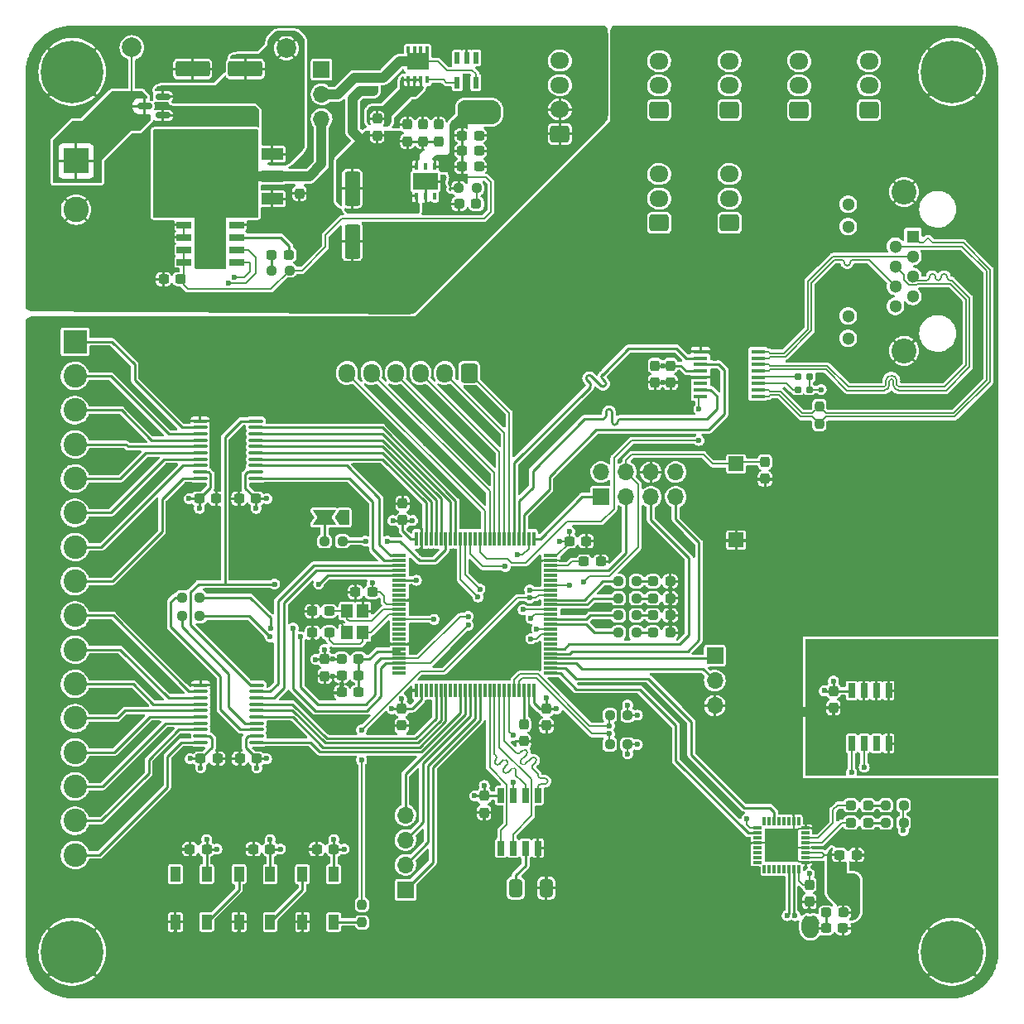
<source format=gbr>
%TF.GenerationSoftware,KiCad,Pcbnew,(6.0.0)*%
%TF.CreationDate,2022-01-23T23:40:47+07:00*%
%TF.ProjectId,NarwhelMainV2,4e617277-6865-46c4-9d61-696e56322e6b,rev?*%
%TF.SameCoordinates,Original*%
%TF.FileFunction,Copper,L1,Top*%
%TF.FilePolarity,Positive*%
%FSLAX46Y46*%
G04 Gerber Fmt 4.6, Leading zero omitted, Abs format (unit mm)*
G04 Created by KiCad (PCBNEW (6.0.0)) date 2022-01-23 23:40:47*
%MOMM*%
%LPD*%
G01*
G04 APERTURE LIST*
G04 Aperture macros list*
%AMRoundRect*
0 Rectangle with rounded corners*
0 $1 Rounding radius*
0 $2 $3 $4 $5 $6 $7 $8 $9 X,Y pos of 4 corners*
0 Add a 4 corners polygon primitive as box body*
4,1,4,$2,$3,$4,$5,$6,$7,$8,$9,$2,$3,0*
0 Add four circle primitives for the rounded corners*
1,1,$1+$1,$2,$3*
1,1,$1+$1,$4,$5*
1,1,$1+$1,$6,$7*
1,1,$1+$1,$8,$9*
0 Add four rect primitives between the rounded corners*
20,1,$1+$1,$2,$3,$4,$5,0*
20,1,$1+$1,$4,$5,$6,$7,0*
20,1,$1+$1,$6,$7,$8,$9,0*
20,1,$1+$1,$8,$9,$2,$3,0*%
%AMFreePoly0*
4,1,22,0.500000,-0.750000,0.000000,-0.750000,0.000000,-0.745033,-0.079941,-0.743568,-0.215256,-0.701293,-0.333266,-0.622738,-0.424486,-0.514219,-0.481581,-0.384460,-0.499164,-0.250000,-0.500000,-0.250000,-0.500000,0.250000,-0.499164,0.250000,-0.499963,0.256109,-0.478152,0.396186,-0.417904,0.524511,-0.324060,0.630769,-0.204165,0.706417,-0.067858,0.745374,0.000000,0.744959,0.000000,0.750000,
0.500000,0.750000,0.500000,-0.750000,0.500000,-0.750000,$1*%
%AMFreePoly1*
4,1,20,0.000000,0.744959,0.073905,0.744508,0.209726,0.703889,0.328688,0.626782,0.421226,0.519385,0.479903,0.390333,0.500000,0.250000,0.500000,-0.250000,0.499851,-0.262216,0.476331,-0.402017,0.414519,-0.529596,0.319384,-0.634700,0.198574,-0.708877,0.061801,-0.746166,0.000000,-0.745033,0.000000,-0.750000,-0.500000,-0.750000,-0.500000,0.750000,0.000000,0.750000,0.000000,0.744959,
0.000000,0.744959,$1*%
%AMFreePoly2*
4,1,6,1.000000,0.000000,0.500000,-0.750000,-0.500000,-0.750000,-0.500000,0.750000,0.500000,0.750000,1.000000,0.000000,1.000000,0.000000,$1*%
%AMFreePoly3*
4,1,7,0.700000,0.000000,1.200000,-0.750000,-1.200000,-0.750000,-0.700000,0.000000,-1.200000,0.750000,1.200000,0.750000,0.700000,0.000000,0.700000,0.000000,$1*%
G04 Aperture macros list end*
%TA.AperFunction,SMDPad,CuDef*%
%ADD10RoundRect,0.237500X-0.237500X0.300000X-0.237500X-0.300000X0.237500X-0.300000X0.237500X0.300000X0*%
%TD*%
%TA.AperFunction,SMDPad,CuDef*%
%ADD11RoundRect,0.237500X-0.300000X-0.237500X0.300000X-0.237500X0.300000X0.237500X-0.300000X0.237500X0*%
%TD*%
%TA.AperFunction,SMDPad,CuDef*%
%ADD12RoundRect,0.237500X-0.250000X-0.237500X0.250000X-0.237500X0.250000X0.237500X-0.250000X0.237500X0*%
%TD*%
%TA.AperFunction,ComponentPad*%
%ADD13RoundRect,0.250000X0.725000X-0.600000X0.725000X0.600000X-0.725000X0.600000X-0.725000X-0.600000X0*%
%TD*%
%TA.AperFunction,ComponentPad*%
%ADD14O,1.950000X1.700000*%
%TD*%
%TA.AperFunction,SMDPad,CuDef*%
%ADD15RoundRect,0.237500X0.250000X0.237500X-0.250000X0.237500X-0.250000X-0.237500X0.250000X-0.237500X0*%
%TD*%
%TA.AperFunction,SMDPad,CuDef*%
%ADD16RoundRect,0.237500X0.300000X0.237500X-0.300000X0.237500X-0.300000X-0.237500X0.300000X-0.237500X0*%
%TD*%
%TA.AperFunction,SMDPad,CuDef*%
%ADD17RoundRect,0.160000X-0.197500X-0.160000X0.197500X-0.160000X0.197500X0.160000X-0.197500X0.160000X0*%
%TD*%
%TA.AperFunction,ComponentPad*%
%ADD18R,1.700000X1.700000*%
%TD*%
%TA.AperFunction,ComponentPad*%
%ADD19O,1.700000X1.700000*%
%TD*%
%TA.AperFunction,SMDPad,CuDef*%
%ADD20R,0.650000X1.500000*%
%TD*%
%TA.AperFunction,ComponentPad*%
%ADD21C,0.800000*%
%TD*%
%TA.AperFunction,ComponentPad*%
%ADD22C,6.400000*%
%TD*%
%TA.AperFunction,ComponentPad*%
%ADD23R,2.400000X2.400000*%
%TD*%
%TA.AperFunction,ComponentPad*%
%ADD24C,2.400000*%
%TD*%
%TA.AperFunction,ComponentPad*%
%ADD25R,2.600000X2.600000*%
%TD*%
%TA.AperFunction,ComponentPad*%
%ADD26C,2.600000*%
%TD*%
%TA.AperFunction,SMDPad,CuDef*%
%ADD27RoundRect,0.237500X-0.287500X-0.237500X0.287500X-0.237500X0.287500X0.237500X-0.287500X0.237500X0*%
%TD*%
%TA.AperFunction,SMDPad,CuDef*%
%ADD28RoundRect,0.237500X0.237500X-0.300000X0.237500X0.300000X-0.237500X0.300000X-0.237500X-0.300000X0*%
%TD*%
%TA.AperFunction,SMDPad,CuDef*%
%ADD29R,1.200000X1.400000*%
%TD*%
%TA.AperFunction,SMDPad,CuDef*%
%ADD30RoundRect,0.250000X1.500000X0.550000X-1.500000X0.550000X-1.500000X-0.550000X1.500000X-0.550000X0*%
%TD*%
%TA.AperFunction,SMDPad,CuDef*%
%ADD31R,0.850000X0.300000*%
%TD*%
%TA.AperFunction,SMDPad,CuDef*%
%ADD32R,0.300000X0.850000*%
%TD*%
%TA.AperFunction,SMDPad,CuDef*%
%ADD33R,3.400000X3.400000*%
%TD*%
%TA.AperFunction,ComponentPad*%
%ADD34R,1.300000X1.300000*%
%TD*%
%TA.AperFunction,ComponentPad*%
%ADD35C,1.300000*%
%TD*%
%TA.AperFunction,ComponentPad*%
%ADD36C,2.550000*%
%TD*%
%TA.AperFunction,SMDPad,CuDef*%
%ADD37RoundRect,0.237500X0.287500X0.237500X-0.287500X0.237500X-0.287500X-0.237500X0.287500X-0.237500X0*%
%TD*%
%TA.AperFunction,SMDPad,CuDef*%
%ADD38R,1.500000X0.650000*%
%TD*%
%TA.AperFunction,SMDPad,CuDef*%
%ADD39R,0.600000X1.200000*%
%TD*%
%TA.AperFunction,ComponentPad*%
%ADD40RoundRect,0.250000X0.600000X0.725000X-0.600000X0.725000X-0.600000X-0.725000X0.600000X-0.725000X0*%
%TD*%
%TA.AperFunction,ComponentPad*%
%ADD41O,1.700000X1.950000*%
%TD*%
%TA.AperFunction,SMDPad,CuDef*%
%ADD42FreePoly0,270.000000*%
%TD*%
%TA.AperFunction,SMDPad,CuDef*%
%ADD43FreePoly1,270.000000*%
%TD*%
%TA.AperFunction,ComponentPad*%
%ADD44C,2.000000*%
%TD*%
%TA.AperFunction,SMDPad,CuDef*%
%ADD45R,0.300000X0.800000*%
%TD*%
%TA.AperFunction,SMDPad,CuDef*%
%ADD46R,2.500000X1.750000*%
%TD*%
%TA.AperFunction,SMDPad,CuDef*%
%ADD47R,1.000000X1.500000*%
%TD*%
%TA.AperFunction,SMDPad,CuDef*%
%ADD48FreePoly2,0.000000*%
%TD*%
%TA.AperFunction,SMDPad,CuDef*%
%ADD49FreePoly3,0.000000*%
%TD*%
%TA.AperFunction,SMDPad,CuDef*%
%ADD50FreePoly2,180.000000*%
%TD*%
%TA.AperFunction,SMDPad,CuDef*%
%ADD51RoundRect,0.100000X0.637500X0.100000X-0.637500X0.100000X-0.637500X-0.100000X0.637500X-0.100000X0*%
%TD*%
%TA.AperFunction,SMDPad,CuDef*%
%ADD52R,0.340000X0.800000*%
%TD*%
%TA.AperFunction,SMDPad,CuDef*%
%ADD53R,0.340000X0.650000*%
%TD*%
%TA.AperFunction,SMDPad,CuDef*%
%ADD54R,2.290000X1.710000*%
%TD*%
%TA.AperFunction,SMDPad,CuDef*%
%ADD55R,1.475000X0.450000*%
%TD*%
%TA.AperFunction,SMDPad,CuDef*%
%ADD56RoundRect,0.250000X-0.412500X-0.650000X0.412500X-0.650000X0.412500X0.650000X-0.412500X0.650000X0*%
%TD*%
%TA.AperFunction,SMDPad,CuDef*%
%ADD57RoundRect,0.237500X0.237500X-0.250000X0.237500X0.250000X-0.237500X0.250000X-0.237500X-0.250000X0*%
%TD*%
%TA.AperFunction,SMDPad,CuDef*%
%ADD58RoundRect,0.237500X-0.237500X0.250000X-0.237500X-0.250000X0.237500X-0.250000X0.237500X0.250000X0*%
%TD*%
%TA.AperFunction,SMDPad,CuDef*%
%ADD59R,1.475000X0.300000*%
%TD*%
%TA.AperFunction,SMDPad,CuDef*%
%ADD60R,0.300000X1.475000*%
%TD*%
%TA.AperFunction,SMDPad,CuDef*%
%ADD61R,1.500000X1.500000*%
%TD*%
%TA.AperFunction,SMDPad,CuDef*%
%ADD62RoundRect,0.237500X-0.237500X0.287500X-0.237500X-0.287500X0.237500X-0.287500X0.237500X0.287500X0*%
%TD*%
%TA.AperFunction,SMDPad,CuDef*%
%ADD63RoundRect,0.250000X-0.550000X1.500000X-0.550000X-1.500000X0.550000X-1.500000X0.550000X1.500000X0*%
%TD*%
%TA.AperFunction,SMDPad,CuDef*%
%ADD64R,2.200000X1.200000*%
%TD*%
%TA.AperFunction,SMDPad,CuDef*%
%ADD65R,6.400000X5.800000*%
%TD*%
%TA.AperFunction,SMDPad,CuDef*%
%ADD66RoundRect,0.150000X0.587500X0.150000X-0.587500X0.150000X-0.587500X-0.150000X0.587500X-0.150000X0*%
%TD*%
%TA.AperFunction,ViaPad*%
%ADD67C,0.600000*%
%TD*%
%TA.AperFunction,Conductor*%
%ADD68C,0.254000*%
%TD*%
%TA.AperFunction,Conductor*%
%ADD69C,0.200000*%
%TD*%
%TA.AperFunction,Conductor*%
%ADD70C,0.293370*%
%TD*%
%TA.AperFunction,Conductor*%
%ADD71C,1.016000*%
%TD*%
%TA.AperFunction,Conductor*%
%ADD72C,0.261112*%
%TD*%
G04 APERTURE END LIST*
D10*
%TO.P,C37,1*%
%TO.N,+3V3*%
X182850000Y-113312500D03*
%TO.P,C37,2*%
%TO.N,GND*%
X182850000Y-115037500D03*
%TD*%
D11*
%TO.P,C33,1*%
%TO.N,+3V3*%
X144875000Y-59705000D03*
%TO.P,C33,2*%
%TO.N,GND*%
X146600000Y-59705000D03*
%TD*%
D12*
%TO.P,R5,1*%
%TO.N,/Microcontroller/LED3*%
X160862500Y-105600000D03*
%TO.P,R5,2*%
%TO.N,Net-(D5-Pad2)*%
X162687500Y-105600000D03*
%TD*%
D13*
%TO.P,J8,1,Pin_1*%
%TO.N,/Microcontroller/ENC_TImer5A*%
X165025000Y-65450000D03*
D14*
%TO.P,J8,2,Pin_2*%
%TO.N,unconnected-(J8-Pad2)*%
X165025000Y-62950000D03*
%TO.P,J8,3,Pin_3*%
%TO.N,/Microcontroller/ENC_TImer5B*%
X165025000Y-60450000D03*
%TD*%
D15*
%TO.P,R8,1*%
%TO.N,/Microcontroller/ENC_TImer5B*%
X118037500Y-103750000D03*
%TO.P,R8,2*%
%TO.N,/Microcontroller/Logic Converter/Grpier2*%
X116212500Y-103750000D03*
%TD*%
D16*
%TO.P,C6,1*%
%TO.N,+5V*%
X125250000Y-129500000D03*
%TO.P,C6,2*%
%TO.N,GND*%
X123525000Y-129500000D03*
%TD*%
D17*
%TO.P,R16,1*%
%TO.N,/Low-Voltage Differential Signal/Rin2+*%
X179202500Y-82500000D03*
%TO.P,R16,2*%
%TO.N,+3V3*%
X180397500Y-82500000D03*
%TD*%
D18*
%TO.P,J7,1,Pin_1*%
%TO.N,+5VD*%
X130500000Y-49760000D03*
D19*
%TO.P,J7,2,Pin_2*%
%TO.N,/Power Supply Unit/5V_Input*%
X130500000Y-52300000D03*
%TO.P,J7,3,Pin_3*%
%TO.N,Net-(C26-Pad1)*%
X130500000Y-54840000D03*
%TD*%
D10*
%TO.P,C2,1*%
%TO.N,+3V3*%
X130825000Y-110087500D03*
%TO.P,C2,2*%
%TO.N,GND*%
X130825000Y-111812500D03*
%TD*%
D17*
%TO.P,R17,1*%
%TO.N,/Low-Voltage Differential Signal/Rin2-*%
X179202500Y-81200000D03*
%TO.P,R17,2*%
%TO.N,+3V3*%
X180397500Y-81200000D03*
%TD*%
D20*
%TO.P,IC7,1,SDA*%
%TO.N,/Microcontroller/SDA*%
X184695000Y-118700000D03*
%TO.P,IC7,2,SCL*%
%TO.N,/Microcontroller/SCL*%
X185965000Y-118700000D03*
%TO.P,IC7,3,ALERT*%
%TO.N,unconnected-(IC7-Pad3)*%
X187235000Y-118700000D03*
%TO.P,IC7,4,GND*%
%TO.N,GND*%
X188505000Y-118700000D03*
%TO.P,IC7,5,A2*%
X188505000Y-113300000D03*
%TO.P,IC7,6,A1*%
X187235000Y-113300000D03*
%TO.P,IC7,7,A0*%
X185965000Y-113300000D03*
%TO.P,IC7,8,VS*%
%TO.N,+3V3*%
X184695000Y-113300000D03*
%TD*%
D12*
%TO.P,R7,1*%
%TO.N,/Microcontroller/Logic Converter/Grpier1*%
X116212500Y-105650000D03*
%TO.P,R7,2*%
%TO.N,/Microcontroller/ENC_TImer5A*%
X118037500Y-105650000D03*
%TD*%
D21*
%TO.P,H1,1,1*%
%TO.N,GND*%
X103302944Y-48302944D03*
X106697056Y-48302944D03*
D22*
X105000000Y-50000000D03*
D21*
X106697056Y-51697056D03*
X102600000Y-50000000D03*
X105000000Y-47600000D03*
X105000000Y-52400000D03*
X107400000Y-50000000D03*
X103302944Y-51697056D03*
%TD*%
D11*
%TO.P,C32,1*%
%TO.N,+3V3*%
X144875000Y-58105000D03*
%TO.P,C32,2*%
%TO.N,GND*%
X146600000Y-58105000D03*
%TD*%
D10*
%TO.P,C20,1*%
%TO.N,+3V3*%
X147125000Y-124037500D03*
%TO.P,C20,2*%
%TO.N,GND*%
X147125000Y-125762500D03*
%TD*%
D11*
%TO.P,C34,1*%
%TO.N,Net-(C34-Pad1)*%
X182112500Y-137600000D03*
%TO.P,C34,2*%
%TO.N,GND*%
X183837500Y-137600000D03*
%TD*%
D12*
%TO.P,R3,1*%
%TO.N,/Microcontroller/LED1*%
X160862500Y-102100000D03*
%TO.P,R3,2*%
%TO.N,Net-(D3-Pad2)*%
X162687500Y-102100000D03*
%TD*%
D13*
%TO.P,J12,1,Pin_1*%
%TO.N,/Microcontroller/ENC_TImer3A*%
X179350000Y-53900000D03*
D14*
%TO.P,J12,2,Pin_2*%
%TO.N,unconnected-(J12-Pad2)*%
X179350000Y-51400000D03*
%TO.P,J12,3,Pin_3*%
%TO.N,/Microcontroller/ENC_TImer3B*%
X179350000Y-48900000D03*
%TD*%
D16*
%TO.P,C10,1*%
%TO.N,+3.3VA*%
X134287500Y-113450000D03*
%TO.P,C10,2*%
%TO.N,GND*%
X132562500Y-113450000D03*
%TD*%
D23*
%TO.P,J4,1,Pin_1*%
%TO.N,/Microcontroller/Logic Converter/5EN45*%
X105275000Y-77600000D03*
D24*
%TO.P,J4,2,Pin_2*%
%TO.N,/Microcontroller/Logic Converter/5EN123*%
X105275000Y-81100000D03*
%TO.P,J4,3,Pin_3*%
%TO.N,/Microcontroller/Logic Converter/5STEP4*%
X105275000Y-84600000D03*
%TO.P,J4,4,Pin_4*%
%TO.N,/Microcontroller/Logic Converter/5STEP5*%
X105275000Y-88100000D03*
%TO.P,J4,5,Pin_5*%
%TO.N,/Microcontroller/Logic Converter/5DIR1*%
X105275000Y-91600000D03*
%TO.P,J4,6,Pin_6*%
%TO.N,/Microcontroller/Logic Converter/5DIR2*%
X105275000Y-95100000D03*
%TO.P,J4,7,Pin_7*%
%TO.N,/Microcontroller/Logic Converter/5DIR3*%
X105275000Y-98600000D03*
%TO.P,J4,8,Pin_8*%
%TO.N,/Microcontroller/Logic Converter/5DIR4*%
X105275000Y-102100000D03*
%TO.P,J4,9,Pin_9*%
%TO.N,/Microcontroller/Logic Converter/5DIR5*%
X105275000Y-105600000D03*
%TO.P,J4,10,Pin_10*%
%TO.N,/Microcontroller/Logic Converter/5STEP3*%
X105275000Y-109100000D03*
%TO.P,J4,11,Pin_11*%
%TO.N,/Microcontroller/Logic Converter/5STEP1*%
X105275000Y-112600000D03*
%TO.P,J4,12,Pin_12*%
%TO.N,/Microcontroller/Logic Converter/5STEP2*%
X105275000Y-116100000D03*
%TO.P,J4,13,Pin_13*%
%TO.N,/Microcontroller/Logic Converter/5Grpier0*%
X105275000Y-119600000D03*
%TO.P,J4,14,Pin_14*%
%TO.N,/Microcontroller/Logic Converter/5Grpier1*%
X105275000Y-123100000D03*
%TO.P,J4,15,Pin_15*%
%TO.N,/Microcontroller/Logic Converter/5Grpier2*%
X105275000Y-126600000D03*
%TO.P,J4,16,Pin_16*%
%TO.N,/Microcontroller/Logic Converter/5EMSw0*%
X105275000Y-130100000D03*
%TD*%
D10*
%TO.P,C17,1*%
%TO.N,+3V3*%
X166200000Y-80037500D03*
%TO.P,C17,2*%
%TO.N,GND*%
X166200000Y-81762500D03*
%TD*%
D25*
%TO.P,J6,1,Pin_1*%
%TO.N,Net-(J6-Pad1)*%
X105395000Y-59100000D03*
D26*
%TO.P,J6,2,Pin_2*%
%TO.N,GND*%
X105395000Y-64100000D03*
%TD*%
D27*
%TO.P,D11,1,K*%
%TO.N,/UART_to_USB/LED_RX*%
X184643750Y-126800000D03*
%TO.P,D11,2,A*%
%TO.N,Net-(D11-Pad2)*%
X186393750Y-126800000D03*
%TD*%
%TO.P,D10,1,K*%
%TO.N,/UART_to_USB/LED_TX*%
X184643750Y-125000000D03*
%TO.P,D10,2,A*%
%TO.N,Net-(D10-Pad2)*%
X186393750Y-125000000D03*
%TD*%
%TO.P,FB1,1*%
%TO.N,+3V3*%
X132550000Y-110050000D03*
%TO.P,FB1,2*%
%TO.N,+3.3VA*%
X134300000Y-110050000D03*
%TD*%
D10*
%TO.P,C14,1*%
%TO.N,/Microcontroller/NRST*%
X175850000Y-89887500D03*
%TO.P,C14,2*%
%TO.N,GND*%
X175850000Y-91612500D03*
%TD*%
D12*
%TO.P,R9,1*%
%TO.N,Net-(JP1-Pad2)*%
X130800000Y-98000000D03*
%TO.P,R9,2*%
%TO.N,/Microcontroller/BOOT0*%
X132625000Y-98000000D03*
%TD*%
D28*
%TO.P,C1,1*%
%TO.N,+3V3*%
X138800000Y-95862500D03*
%TO.P,C1,2*%
%TO.N,GND*%
X138800000Y-94137500D03*
%TD*%
D29*
%TO.P,Y1,1,1*%
%TO.N,/Microcontroller/HSE_I*%
X133125000Y-105150000D03*
%TO.P,Y1,2,2*%
%TO.N,GND*%
X133125000Y-107350000D03*
%TO.P,Y1,3,3*%
%TO.N,/Microcontroller/HSE_O*%
X134725000Y-107350000D03*
%TO.P,Y1,4,4*%
%TO.N,GND*%
X134725000Y-105150000D03*
%TD*%
D11*
%TO.P,C24,1*%
%TO.N,+5V*%
X118137500Y-120250000D03*
%TO.P,C24,2*%
%TO.N,GND*%
X119862500Y-120250000D03*
%TD*%
D30*
%TO.P,C25,1*%
%TO.N,/Power Supply Unit/5V_in*%
X122700000Y-49700000D03*
%TO.P,C25,2*%
%TO.N,GND*%
X117300000Y-49700000D03*
%TD*%
D16*
%TO.P,C8,1*%
%TO.N,+3.3VA*%
X134287500Y-111750000D03*
%TO.P,C8,2*%
%TO.N,GND*%
X132562500Y-111750000D03*
%TD*%
D18*
%TO.P,J5,1,Pin_1*%
%TO.N,/Microcontroller/EMSW4*%
X139075000Y-133650000D03*
D19*
%TO.P,J5,2,Pin_2*%
%TO.N,/Microcontroller/EMSW3*%
X139075000Y-131110000D03*
%TO.P,J5,3,Pin_3*%
%TO.N,/Microcontroller/EMSW2*%
X139075000Y-128570000D03*
%TO.P,J5,4,Pin_4*%
%TO.N,/Microcontroller/EMSW1*%
X139075000Y-126030000D03*
%TD*%
D10*
%TO.P,C26,1*%
%TO.N,Net-(C26-Pad1)*%
X128250000Y-60700000D03*
%TO.P,C26,2*%
%TO.N,GND*%
X128250000Y-62425000D03*
%TD*%
D28*
%TO.P,C29,1*%
%TO.N,+5V*%
X140875000Y-57112500D03*
%TO.P,C29,2*%
%TO.N,GND*%
X140875000Y-55387500D03*
%TD*%
D10*
%TO.P,C7,1*%
%TO.N,+3V3*%
X153500000Y-115137500D03*
%TO.P,C7,2*%
%TO.N,GND*%
X153500000Y-116862500D03*
%TD*%
D31*
%TO.P,IC8,1,VCCIO*%
%TO.N,/UART_to_USB/3.3V_USB*%
X175100000Y-127350000D03*
%TO.P,IC8,2,RXD*%
%TO.N,/Microcontroller/RX*%
X175100000Y-127850000D03*
%TO.P,IC8,3,RI#*%
%TO.N,unconnected-(IC8-Pad3)*%
X175100000Y-128350000D03*
%TO.P,IC8,4,GND_1*%
%TO.N,GND*%
X175100000Y-128850000D03*
%TO.P,IC8,5,NC_1*%
%TO.N,unconnected-(IC8-Pad5)*%
X175100000Y-129350000D03*
%TO.P,IC8,6,DSR#*%
%TO.N,unconnected-(IC8-Pad6)*%
X175100000Y-129850000D03*
%TO.P,IC8,7,DCD#*%
%TO.N,unconnected-(IC8-Pad7)*%
X175100000Y-130350000D03*
%TO.P,IC8,8,CTS#*%
%TO.N,unconnected-(IC8-Pad8)*%
X175100000Y-130850000D03*
D32*
%TO.P,IC8,9,CBUS4*%
%TO.N,unconnected-(IC8-Pad9)*%
X175800000Y-131550000D03*
%TO.P,IC8,10,CBUS2*%
%TO.N,unconnected-(IC8-Pad10)*%
X176300000Y-131550000D03*
%TO.P,IC8,11,CBUS3*%
%TO.N,unconnected-(IC8-Pad11)*%
X176800000Y-131550000D03*
%TO.P,IC8,12,NC_2*%
%TO.N,unconnected-(IC8-Pad12)*%
X177300000Y-131550000D03*
%TO.P,IC8,13,NC_3*%
%TO.N,unconnected-(IC8-Pad13)*%
X177800000Y-131550000D03*
%TO.P,IC8,14,USBDP*%
%TO.N,/UART_to_USB/D+*%
X178300000Y-131550000D03*
%TO.P,IC8,15,USBDM*%
%TO.N,/UART_to_USB/D-*%
X178800000Y-131550000D03*
%TO.P,IC8,16,3V3OUT*%
%TO.N,/UART_to_USB/3.3V_USB*%
X179300000Y-131550000D03*
D31*
%TO.P,IC8,17,GND_2*%
%TO.N,GND*%
X180000000Y-130850000D03*
%TO.P,IC8,18,RESET#*%
%TO.N,+5VD*%
X180000000Y-130350000D03*
%TO.P,IC8,19,VCC*%
X180000000Y-129850000D03*
%TO.P,IC8,20,GND_3*%
%TO.N,GND*%
X180000000Y-129350000D03*
%TO.P,IC8,21,CBUS1*%
%TO.N,/UART_to_USB/LED_RX*%
X180000000Y-128850000D03*
%TO.P,IC8,22,CBUS0*%
%TO.N,/UART_to_USB/LED_TX*%
X180000000Y-128350000D03*
%TO.P,IC8,23,NC_4*%
%TO.N,unconnected-(IC8-Pad23)*%
X180000000Y-127850000D03*
%TO.P,IC8,24,AGND*%
%TO.N,GND*%
X180000000Y-127350000D03*
D32*
%TO.P,IC8,25,NC_5*%
%TO.N,unconnected-(IC8-Pad25)*%
X179300000Y-126650000D03*
%TO.P,IC8,26,TEST*%
%TO.N,GND*%
X178800000Y-126650000D03*
%TO.P,IC8,27,OSCI*%
%TO.N,unconnected-(IC8-Pad27)*%
X178300000Y-126650000D03*
%TO.P,IC8,28,OSCO*%
%TO.N,unconnected-(IC8-Pad28)*%
X177800000Y-126650000D03*
%TO.P,IC8,29,NC_6*%
%TO.N,unconnected-(IC8-Pad29)*%
X177300000Y-126650000D03*
%TO.P,IC8,30,TXD*%
%TO.N,/Microcontroller/TX*%
X176800000Y-126650000D03*
%TO.P,IC8,31,DTR#*%
%TO.N,unconnected-(IC8-Pad31)*%
X176300000Y-126650000D03*
%TO.P,IC8,32,RTS#*%
%TO.N,unconnected-(IC8-Pad32)*%
X175800000Y-126650000D03*
D33*
%TO.P,IC8,33,EP*%
%TO.N,GND*%
X177550000Y-129100000D03*
%TD*%
D21*
%TO.P,H3,1,1*%
%TO.N,GND*%
X103302944Y-141697056D03*
X103302944Y-138302944D03*
X107400000Y-140000000D03*
X105000000Y-137600000D03*
X105000000Y-142400000D03*
X106697056Y-141697056D03*
X102600000Y-140000000D03*
X106697056Y-138302944D03*
D22*
X105000000Y-140000000D03*
%TD*%
D13*
%TO.P,J11,1,Pin_1*%
%TO.N,/Microcontroller/ENC_TImer1A*%
X172225000Y-53900000D03*
D14*
%TO.P,J11,2,Pin_2*%
%TO.N,unconnected-(J11-Pad2)*%
X172225000Y-51400000D03*
%TO.P,J11,3,Pin_3*%
%TO.N,/Microcontroller/ENC_TImer1B*%
X172225000Y-48900000D03*
%TD*%
D34*
%TO.P,J3,1,1*%
%TO.N,MISO_D-*%
X190975000Y-66835000D03*
D35*
%TO.P,J3,2,2*%
%TO.N,MISO_D+*%
X189195000Y-67855000D03*
%TO.P,J3,3,3*%
%TO.N,MOSI_D-*%
X190975000Y-68875000D03*
%TO.P,J3,4,4*%
%TO.N,SCK_D+*%
X189195000Y-69895000D03*
%TO.P,J3,5,5*%
%TO.N,SCK_D-*%
X190975000Y-70915000D03*
%TO.P,J3,6,6*%
%TO.N,MOSI_D+*%
X189195000Y-71935000D03*
%TO.P,J3,7,7*%
%TO.N,unconnected-(J3-Pad7)*%
X190975000Y-72955000D03*
%TO.P,J3,8,8*%
%TO.N,unconnected-(J3-Pad8)*%
X189195000Y-73975000D03*
%TO.P,J3,9,-_1*%
%TO.N,unconnected-(J3-Pad9)*%
X184375000Y-63545000D03*
%TO.P,J3,10,+_1*%
%TO.N,unconnected-(J3-Pad10)*%
X184375000Y-65835000D03*
%TO.P,J3,11,-_2*%
%TO.N,unconnected-(J3-Pad11)*%
X184375000Y-74975000D03*
%TO.P,J3,12,+_2*%
%TO.N,unconnected-(J3-Pad12)*%
X184375000Y-77265000D03*
D36*
%TO.P,J3,MH1,MH1*%
%TO.N,GND*%
X190085000Y-62280000D03*
%TO.P,J3,MH2,MH2*%
X190085000Y-78530000D03*
%TD*%
D11*
%TO.P,C16,1*%
%TO.N,Net-(C16-Pad1)*%
X157337500Y-100100000D03*
%TO.P,C16,2*%
%TO.N,GND*%
X159062500Y-100100000D03*
%TD*%
D15*
%TO.P,R11,1*%
%TO.N,+3V3*%
X161800000Y-118800000D03*
%TO.P,R11,2*%
%TO.N,/Microcontroller/SDA*%
X159975000Y-118800000D03*
%TD*%
D37*
%TO.P,D5,1,K*%
%TO.N,GND*%
X166150000Y-105600000D03*
%TO.P,D5,2,A*%
%TO.N,Net-(D5-Pad2)*%
X164400000Y-105600000D03*
%TD*%
D38*
%TO.P,IC6,1,SDA*%
%TO.N,/Microcontroller/SDA*%
X121850000Y-69455000D03*
%TO.P,IC6,2,SCL*%
%TO.N,/Microcontroller/SCL*%
X121850000Y-68185000D03*
%TO.P,IC6,3,ALERT*%
%TO.N,Net-(D9-Pad1)*%
X121850000Y-66915000D03*
%TO.P,IC6,4,GND*%
%TO.N,GND*%
X121850000Y-65645000D03*
%TO.P,IC6,5,A2*%
X116450000Y-65645000D03*
%TO.P,IC6,6,A1*%
X116450000Y-66915000D03*
%TO.P,IC6,7,A0*%
%TO.N,+3V3*%
X116450000Y-68185000D03*
%TO.P,IC6,8,VS*%
X116450000Y-69455000D03*
%TD*%
D39*
%TO.P,IC4,1,N/C_1*%
%TO.N,unconnected-(IC4-Pad1)*%
X146285000Y-48595000D03*
%TO.P,IC4,2,GND*%
%TO.N,GND*%
X145335000Y-48595000D03*
%TO.P,IC4,3,N/C_2*%
%TO.N,unconnected-(IC4-Pad3)*%
X144385000Y-48595000D03*
%TO.P,IC4,4,GATE*%
%TO.N,Net-(IC4-Pad4)*%
X144385000Y-51095000D03*
%TO.P,IC4,5,VIN*%
%TO.N,/Power Supply Unit/5V_Input*%
X146285000Y-51095000D03*
%TD*%
D18*
%TO.P,J1,1,Pin_1*%
%TO.N,/Microcontroller/RX1*%
X170725000Y-109725000D03*
D19*
%TO.P,J1,2,Pin_2*%
%TO.N,/Microcontroller/TX1*%
X170725000Y-112265000D03*
%TO.P,J1,3,Pin_3*%
%TO.N,GND*%
X170725000Y-114805000D03*
%TD*%
D40*
%TO.P,J16,1,Pin_1*%
%TO.N,/Microcontroller/SS_ENC6*%
X145600000Y-80800000D03*
D41*
%TO.P,J16,2,Pin_2*%
%TO.N,/Microcontroller/SS_ENC5*%
X143100000Y-80800000D03*
%TO.P,J16,3,Pin_3*%
%TO.N,/Microcontroller/SS_ENC4*%
X140600000Y-80800000D03*
%TO.P,J16,4,Pin_4*%
%TO.N,/Microcontroller/SS_ENC3*%
X138100000Y-80800000D03*
%TO.P,J16,5,Pin_5*%
%TO.N,/Microcontroller/SS_ENC2*%
X135600000Y-80800000D03*
%TO.P,J16,6,Pin_6*%
%TO.N,/Microcontroller/SS_ENC1*%
X133100000Y-80800000D03*
%TD*%
D28*
%TO.P,C30,1*%
%TO.N,+5V*%
X142475000Y-57112500D03*
%TO.P,C30,2*%
%TO.N,GND*%
X142475000Y-55387500D03*
%TD*%
D16*
%TO.P,C12,1*%
%TO.N,/Microcontroller/HSE_I*%
X131287500Y-105150000D03*
%TO.P,C12,2*%
%TO.N,GND*%
X129562500Y-105150000D03*
%TD*%
D42*
%TO.P,JP2,1,A*%
%TO.N,/Power Supply Unit/5V_Input*%
X135550000Y-50650000D03*
D43*
%TO.P,JP2,2,B*%
%TO.N,+5V*%
X135550000Y-51950000D03*
%TD*%
D37*
%TO.P,D9,1,K*%
%TO.N,Net-(D9-Pad1)*%
X127175000Y-68700000D03*
%TO.P,D9,2,A*%
%TO.N,Net-(D9-Pad2)*%
X125425000Y-68700000D03*
%TD*%
D44*
%TO.P,TP1,1,1*%
%TO.N,Net-(J6-Pad1)*%
X111100000Y-47500000D03*
%TD*%
D11*
%TO.P,C22,1*%
%TO.N,+5V*%
X118000000Y-93650000D03*
%TO.P,C22,2*%
%TO.N,GND*%
X119725000Y-93650000D03*
%TD*%
%TO.P,C21,1*%
%TO.N,GND*%
X122062500Y-93650000D03*
%TO.P,C21,2*%
%TO.N,+3V3*%
X123787500Y-93650000D03*
%TD*%
D16*
%TO.P,C11,1*%
%TO.N,+3V3*%
X135687500Y-103200000D03*
%TO.P,C11,2*%
%TO.N,GND*%
X133962500Y-103200000D03*
%TD*%
D45*
%TO.P,IC5,1,EN*%
%TO.N,+5V*%
X140200000Y-62705000D03*
%TO.P,IC5,2,GND*%
%TO.N,GND*%
X141150000Y-62705000D03*
%TO.P,IC5,3,PG*%
%TO.N,unconnected-(IC5-Pad3)*%
X142100000Y-62705000D03*
%TO.P,IC5,4,VOUT*%
%TO.N,+3V3*%
X142100000Y-59705000D03*
%TO.P,IC5,5,NC*%
%TO.N,unconnected-(IC5-Pad5)*%
X141150000Y-59705000D03*
%TO.P,IC5,6,VIN*%
%TO.N,+5V*%
X140200000Y-59705000D03*
D46*
%TO.P,IC5,7,EP*%
%TO.N,GND*%
X141150000Y-61205000D03*
%TD*%
D47*
%TO.P,D8,1,VDD*%
%TO.N,+5V*%
X118750000Y-132050000D03*
%TO.P,D8,2,DOUT*%
%TO.N,unconnected-(D8-Pad2)*%
X115550000Y-132050000D03*
%TO.P,D8,3,VSS*%
%TO.N,GND*%
X115550000Y-136950000D03*
%TO.P,D8,4,DIN*%
%TO.N,Net-(D7-Pad2)*%
X118750000Y-136950000D03*
%TD*%
D37*
%TO.P,D3,1,K*%
%TO.N,GND*%
X166150000Y-102100000D03*
%TO.P,D3,2,A*%
%TO.N,Net-(D3-Pad2)*%
X164400000Y-102100000D03*
%TD*%
D10*
%TO.P,C15,1*%
%TO.N,Net-(C15-Pad1)*%
X151200000Y-116737500D03*
%TO.P,C15,2*%
%TO.N,GND*%
X151200000Y-118462500D03*
%TD*%
D27*
%TO.P,FB3,1*%
%TO.N,Net-(C34-Pad1)*%
X182100000Y-136000000D03*
%TO.P,FB3,2*%
%TO.N,+5VD*%
X183850000Y-136000000D03*
%TD*%
D16*
%TO.P,C13,1*%
%TO.N,/Microcontroller/HSE_O*%
X131287500Y-107350000D03*
%TO.P,C13,2*%
%TO.N,GND*%
X129562500Y-107350000D03*
%TD*%
D37*
%TO.P,D6,1,K*%
%TO.N,GND*%
X166150000Y-107350000D03*
%TO.P,D6,2,A*%
%TO.N,Net-(D6-Pad2)*%
X164400000Y-107350000D03*
%TD*%
D48*
%TO.P,JP1,1,A*%
%TO.N,GND*%
X128800000Y-95600000D03*
D49*
%TO.P,JP1,2,C*%
%TO.N,Net-(JP1-Pad2)*%
X130800000Y-95600000D03*
D50*
%TO.P,JP1,3,B*%
%TO.N,+3V3*%
X132800000Y-95600000D03*
%TD*%
D15*
%TO.P,R12,1*%
%TO.N,+3V3*%
X161812500Y-115800000D03*
%TO.P,R12,2*%
%TO.N,/Microcontroller/SCL*%
X159987500Y-115800000D03*
%TD*%
D51*
%TO.P,U2,1,A1*%
%TO.N,/Microcontroller/EMSw0*%
X123862500Y-118575000D03*
%TO.P,U2,2,VCCA*%
%TO.N,+3V3*%
X123862500Y-117925000D03*
%TO.P,U2,3,A2*%
%TO.N,/Microcontroller/Logic Converter/Grpier2*%
X123862500Y-117275000D03*
%TO.P,U2,4,A3*%
%TO.N,/Microcontroller/Logic Converter/Grpier1*%
X123862500Y-116625000D03*
%TO.P,U2,5,A4*%
%TO.N,/Microcontroller/Griper0*%
X123862500Y-115975000D03*
%TO.P,U2,6,A5*%
%TO.N,/Microcontroller/STEP2*%
X123862500Y-115325000D03*
%TO.P,U2,7,A6*%
%TO.N,/Microcontroller/STEP1*%
X123862500Y-114675000D03*
%TO.P,U2,8,A7*%
%TO.N,/Microcontroller/STEP3*%
X123862500Y-114025000D03*
%TO.P,U2,9,A8*%
%TO.N,/Microcontroller/DIR5*%
X123862500Y-113375000D03*
%TO.P,U2,10,OE*%
%TO.N,/Microcontroller/OE*%
X123862500Y-112725000D03*
%TO.P,U2,11,GND*%
%TO.N,GND*%
X118137500Y-112725000D03*
%TO.P,U2,12,B8*%
%TO.N,/Microcontroller/Logic Converter/5DIR5*%
X118137500Y-113375000D03*
%TO.P,U2,13,B7*%
%TO.N,/Microcontroller/Logic Converter/5STEP3*%
X118137500Y-114025000D03*
%TO.P,U2,14,B6*%
%TO.N,/Microcontroller/Logic Converter/5STEP1*%
X118137500Y-114675000D03*
%TO.P,U2,15,B5*%
%TO.N,/Microcontroller/Logic Converter/5STEP2*%
X118137500Y-115325000D03*
%TO.P,U2,16,B4*%
%TO.N,/Microcontroller/Logic Converter/5Grpier0*%
X118137500Y-115975000D03*
%TO.P,U2,17,B3*%
%TO.N,/Microcontroller/Logic Converter/5Grpier1*%
X118137500Y-116625000D03*
%TO.P,U2,18,B2*%
%TO.N,/Microcontroller/Logic Converter/5Grpier2*%
X118137500Y-117275000D03*
%TO.P,U2,19,VCCB*%
%TO.N,+5V*%
X118137500Y-117925000D03*
%TO.P,U2,20,B1*%
%TO.N,/Microcontroller/Logic Converter/5EMSw0*%
X118137500Y-118575000D03*
%TD*%
D11*
%TO.P,C35,1*%
%TO.N,+5VD*%
X183487500Y-130100000D03*
%TO.P,C35,2*%
%TO.N,GND*%
X185212500Y-130100000D03*
%TD*%
D16*
%TO.P,C36,1*%
%TO.N,+3V3*%
X116062500Y-71200000D03*
%TO.P,C36,2*%
%TO.N,GND*%
X114337500Y-71200000D03*
%TD*%
%TO.P,C5,1*%
%TO.N,+5V*%
X118750000Y-129500000D03*
%TO.P,C5,2*%
%TO.N,GND*%
X117025000Y-129500000D03*
%TD*%
D51*
%TO.P,U1,1,A1*%
%TO.N,/Microcontroller/DIR4*%
X123787500Y-91575000D03*
%TO.P,U1,2,VCCA*%
%TO.N,+3V3*%
X123787500Y-90925000D03*
%TO.P,U1,3,A2*%
%TO.N,/Microcontroller/DIR3*%
X123787500Y-90275000D03*
%TO.P,U1,4,A3*%
%TO.N,/Microcontroller/DIR2*%
X123787500Y-89625000D03*
%TO.P,U1,5,A4*%
%TO.N,/Microcontroller/DIR1*%
X123787500Y-88975000D03*
%TO.P,U1,6,A5*%
%TO.N,/Microcontroller/STEP5*%
X123787500Y-88325000D03*
%TO.P,U1,7,A6*%
%TO.N,/Microcontroller/STEP4*%
X123787500Y-87675000D03*
%TO.P,U1,8,A7*%
%TO.N,/Microcontroller/EN123*%
X123787500Y-87025000D03*
%TO.P,U1,9,A8*%
%TO.N,/Microcontroller/EN45*%
X123787500Y-86375000D03*
%TO.P,U1,10,OE*%
%TO.N,/Microcontroller/OE*%
X123787500Y-85725000D03*
%TO.P,U1,11,GND*%
%TO.N,GND*%
X118062500Y-85725000D03*
%TO.P,U1,12,B8*%
%TO.N,/Microcontroller/Logic Converter/5EN45*%
X118062500Y-86375000D03*
%TO.P,U1,13,B7*%
%TO.N,/Microcontroller/Logic Converter/5EN123*%
X118062500Y-87025000D03*
%TO.P,U1,14,B6*%
%TO.N,/Microcontroller/Logic Converter/5STEP4*%
X118062500Y-87675000D03*
%TO.P,U1,15,B5*%
%TO.N,/Microcontroller/Logic Converter/5STEP5*%
X118062500Y-88325000D03*
%TO.P,U1,16,B4*%
%TO.N,/Microcontroller/Logic Converter/5DIR1*%
X118062500Y-88975000D03*
%TO.P,U1,17,B3*%
%TO.N,/Microcontroller/Logic Converter/5DIR2*%
X118062500Y-89625000D03*
%TO.P,U1,18,B2*%
%TO.N,/Microcontroller/Logic Converter/5DIR3*%
X118062500Y-90275000D03*
%TO.P,U1,19,VCCB*%
%TO.N,+5V*%
X118062500Y-90925000D03*
%TO.P,U1,20,B1*%
%TO.N,/Microcontroller/Logic Converter/5DIR4*%
X118062500Y-91575000D03*
%TD*%
D16*
%TO.P,C4,1*%
%TO.N,+5V*%
X131750000Y-129500000D03*
%TO.P,C4,2*%
%TO.N,GND*%
X130025000Y-129500000D03*
%TD*%
D52*
%TO.P,Q1,1,S_1*%
%TO.N,Net-(FB2-Pad1)*%
X139360000Y-50795000D03*
%TO.P,Q1,2,S_2*%
X140010000Y-50795000D03*
%TO.P,Q1,3,S_3*%
X140660000Y-50795000D03*
%TO.P,Q1,4,G*%
%TO.N,Net-(IC4-Pad4)*%
X141310000Y-50795000D03*
D53*
%TO.P,Q1,5,D_1*%
%TO.N,/Power Supply Unit/5V_Input*%
X141310000Y-47720000D03*
%TO.P,Q1,6,D_2*%
X140660000Y-47720000D03*
%TO.P,Q1,7,D_3*%
X140010000Y-47720000D03*
%TO.P,Q1,8,D_4*%
X139360000Y-47720000D03*
D54*
%TO.P,Q1,9,D_5*%
X140335000Y-48900000D03*
%TD*%
D37*
%TO.P,D4,1,K*%
%TO.N,GND*%
X166150000Y-103850000D03*
%TO.P,D4,2,A*%
%TO.N,Net-(D4-Pad2)*%
X164400000Y-103850000D03*
%TD*%
D47*
%TO.P,D7,1,VDD*%
%TO.N,+5V*%
X125250000Y-132050000D03*
%TO.P,D7,2,DOUT*%
%TO.N,Net-(D7-Pad2)*%
X122050000Y-132050000D03*
%TO.P,D7,3,VSS*%
%TO.N,GND*%
X122050000Y-136950000D03*
%TO.P,D7,4,DIN*%
%TO.N,Net-(D1-Pad2)*%
X125250000Y-136950000D03*
%TD*%
%TO.P,D1,1,VDD*%
%TO.N,+5V*%
X131750000Y-132050000D03*
%TO.P,D1,2,DOUT*%
%TO.N,Net-(D1-Pad2)*%
X128550000Y-132050000D03*
%TO.P,D1,3,VSS*%
%TO.N,GND*%
X128550000Y-136950000D03*
%TO.P,D1,4,DIN*%
%TO.N,Net-(D1-Pad4)*%
X131750000Y-136950000D03*
%TD*%
D12*
%TO.P,R6,1*%
%TO.N,/Microcontroller/LED4*%
X160862500Y-107350000D03*
%TO.P,R6,2*%
%TO.N,Net-(D6-Pad2)*%
X162687500Y-107350000D03*
%TD*%
D15*
%TO.P,R14,1*%
%TO.N,/UART_to_USB/3.3V_USB*%
X190031250Y-126800000D03*
%TO.P,R14,2*%
%TO.N,Net-(D11-Pad2)*%
X188206250Y-126800000D03*
%TD*%
D28*
%TO.P,C38,1*%
%TO.N,GND*%
X180400000Y-134862500D03*
%TO.P,C38,2*%
%TO.N,/UART_to_USB/3.3V_USB*%
X180400000Y-133137500D03*
%TD*%
D21*
%TO.P,H4,1,1*%
%TO.N,GND*%
X193302944Y-138302944D03*
X196697056Y-141697056D03*
X196697056Y-138302944D03*
D22*
X195000000Y-140000000D03*
D21*
X195000000Y-137600000D03*
X195000000Y-142400000D03*
X192600000Y-140000000D03*
X197400000Y-140000000D03*
X193302944Y-141697056D03*
%TD*%
D44*
%TO.P,TP2,1,1*%
%TO.N,/Power Supply Unit/5V_in*%
X126900000Y-47600000D03*
%TD*%
D55*
%TO.P,IC2,1,RIN1-*%
%TO.N,MISO_D-*%
X175138000Y-83175000D03*
%TO.P,IC2,2,RIN1+*%
%TO.N,MISO_D+*%
X175138000Y-82525000D03*
%TO.P,IC2,3,RIN2+*%
%TO.N,/Low-Voltage Differential Signal/Rin2+*%
X175138000Y-81875000D03*
%TO.P,IC2,4,RIN2-*%
%TO.N,/Low-Voltage Differential Signal/Rin2-*%
X175138000Y-81225000D03*
%TO.P,IC2,5,DOUT2-*%
%TO.N,SCK_D-*%
X175138000Y-80575000D03*
%TO.P,IC2,6,DOUT2+*%
%TO.N,SCK_D+*%
X175138000Y-79925000D03*
%TO.P,IC2,7,DOUT1+*%
%TO.N,MOSI_D+*%
X175138000Y-79275000D03*
%TO.P,IC2,8,DOUT1-*%
%TO.N,MOSI_D-*%
X175138000Y-78625000D03*
%TO.P,IC2,9,~{EN}*%
%TO.N,GND*%
X169262000Y-78625000D03*
%TO.P,IC2,10,DIN1*%
%TO.N,/Low-Voltage Differential Signal/MOSI*%
X169262000Y-79275000D03*
%TO.P,IC2,11,DIN2*%
%TO.N,/Low-Voltage Differential Signal/SCK*%
X169262000Y-79925000D03*
%TO.P,IC2,12,VCC*%
%TO.N,+3V3*%
X169262000Y-80575000D03*
%TO.P,IC2,13,GND*%
%TO.N,GND*%
X169262000Y-81225000D03*
%TO.P,IC2,14,ROUT2*%
%TO.N,unconnected-(IC2-Pad14)*%
X169262000Y-81875000D03*
%TO.P,IC2,15,ROUT1*%
%TO.N,/Low-Voltage Differential Signal/MISO*%
X169262000Y-82525000D03*
%TO.P,IC2,16,EN*%
%TO.N,/Low-Voltage Differential Signal/EN_LVDS*%
X169262000Y-83175000D03*
%TD*%
D13*
%TO.P,J9,1,Pin_1*%
%TO.N,/Microcontroller/ENC_TImer4A*%
X172225000Y-65450000D03*
D14*
%TO.P,J9,2,Pin_2*%
%TO.N,unconnected-(J9-Pad2)*%
X172225000Y-62950000D03*
%TO.P,J9,3,Pin_3*%
%TO.N,/Microcontroller/ENC_TImer4B*%
X172225000Y-60450000D03*
%TD*%
D13*
%TO.P,J15,1,Pin_1*%
%TO.N,GND*%
X154875000Y-56350000D03*
D14*
%TO.P,J15,2,Pin_2*%
X154875000Y-53850000D03*
%TO.P,J15,3,Pin_3*%
%TO.N,Net-(J15-Pad3)*%
X154875000Y-51350000D03*
%TO.P,J15,4,Pin_4*%
X154875000Y-48850000D03*
%TD*%
D12*
%TO.P,R4,1*%
%TO.N,/Microcontroller/LED2*%
X160862500Y-103850000D03*
%TO.P,R4,2*%
%TO.N,Net-(D4-Pad2)*%
X162687500Y-103850000D03*
%TD*%
D11*
%TO.P,C3,1*%
%TO.N,+3V3*%
X155837500Y-98000000D03*
%TO.P,C3,2*%
%TO.N,GND*%
X157562500Y-98000000D03*
%TD*%
D10*
%TO.P,C18,1*%
%TO.N,+3V3*%
X164600000Y-80037500D03*
%TO.P,C18,2*%
%TO.N,GND*%
X164600000Y-81762500D03*
%TD*%
D56*
%TO.P,C19,1*%
%TO.N,Net-(C19-Pad1)*%
X150362500Y-133500000D03*
%TO.P,C19,2*%
%TO.N,GND*%
X153487500Y-133500000D03*
%TD*%
D57*
%TO.P,R15,1*%
%TO.N,MISO_D-*%
X181400000Y-86012500D03*
%TO.P,R15,2*%
%TO.N,MISO_D+*%
X181400000Y-84187500D03*
%TD*%
D28*
%TO.P,C28,1*%
%TO.N,+5V*%
X139275000Y-57112500D03*
%TO.P,C28,2*%
%TO.N,GND*%
X139275000Y-55387500D03*
%TD*%
D13*
%TO.P,J13,1,Pin_1*%
%TO.N,/Microcontroller/ENC_TImer2A*%
X186500000Y-53900000D03*
D14*
%TO.P,J13,2,Pin_2*%
%TO.N,/Microcontroller/ENC_TImer2I*%
X186500000Y-51400000D03*
%TO.P,J13,3,Pin_3*%
%TO.N,/Microcontroller/ENC_TImer2B*%
X186500000Y-48900000D03*
%TD*%
D27*
%TO.P,D2,1,K*%
%TO.N,GND*%
X144575000Y-63505000D03*
%TO.P,D2,2,A*%
%TO.N,Net-(D2-Pad2)*%
X146325000Y-63505000D03*
%TD*%
D15*
%TO.P,R10,1*%
%TO.N,+3V3*%
X127212500Y-70300000D03*
%TO.P,R10,2*%
%TO.N,Net-(D9-Pad2)*%
X125387500Y-70300000D03*
%TD*%
%TO.P,R13,1*%
%TO.N,/UART_to_USB/3.3V_USB*%
X190031250Y-125000000D03*
%TO.P,R13,2*%
%TO.N,Net-(D10-Pad2)*%
X188206250Y-125000000D03*
%TD*%
D21*
%TO.P,H2,1,1*%
%TO.N,GND*%
X193302944Y-51697056D03*
X197400000Y-50000000D03*
X195000000Y-47600000D03*
X196697056Y-51697056D03*
X195000000Y-52400000D03*
X196697056Y-48302944D03*
D22*
X195000000Y-50000000D03*
D21*
X193302944Y-48302944D03*
X192600000Y-50000000D03*
%TD*%
D12*
%TO.P,R2,1*%
%TO.N,+3V3*%
X144537500Y-61905000D03*
%TO.P,R2,2*%
%TO.N,Net-(D2-Pad2)*%
X146362500Y-61905000D03*
%TD*%
D11*
%TO.P,C31,1*%
%TO.N,+3V3*%
X144875000Y-56505000D03*
%TO.P,C31,2*%
%TO.N,GND*%
X146600000Y-56505000D03*
%TD*%
D18*
%TO.P,J2,1,Pin_1*%
%TO.N,/Microcontroller/SWCLK*%
X159100000Y-93475000D03*
D19*
%TO.P,J2,2,Pin_2*%
%TO.N,+3V3*%
X159100000Y-90935000D03*
%TO.P,J2,3,Pin_3*%
%TO.N,/Microcontroller/SWDIO*%
X161640000Y-93475000D03*
%TO.P,J2,4,Pin_4*%
%TO.N,/Microcontroller/NRST*%
X161640000Y-90935000D03*
%TO.P,J2,5,Pin_5*%
%TO.N,/Microcontroller/RX3*%
X164180000Y-93475000D03*
%TO.P,J2,6,Pin_6*%
%TO.N,GND*%
X164180000Y-90935000D03*
%TO.P,J2,7,Pin_7*%
%TO.N,/Microcontroller/TX3*%
X166720000Y-93475000D03*
%TO.P,J2,8,Pin_8*%
%TO.N,unconnected-(J2-Pad8)*%
X166720000Y-90935000D03*
%TD*%
D10*
%TO.P,C9,1*%
%TO.N,+3V3*%
X138700000Y-115137500D03*
%TO.P,C9,2*%
%TO.N,GND*%
X138700000Y-116862500D03*
%TD*%
D58*
%TO.P,R1,1*%
%TO.N,/Microcontroller/ENC_TImer1A*%
X134650000Y-135175000D03*
%TO.P,R1,2*%
%TO.N,Net-(D1-Pad4)*%
X134650000Y-137000000D03*
%TD*%
D13*
%TO.P,J10,1,Pin_1*%
%TO.N,/Microcontroller/ENC_TImer8A*%
X165025000Y-53900000D03*
D14*
%TO.P,J10,2,Pin_2*%
%TO.N,unconnected-(J10-Pad2)*%
X165025000Y-51400000D03*
%TO.P,J10,3,Pin_3*%
%TO.N,/Microcontroller/ENC_TImer8B*%
X165025000Y-48900000D03*
%TD*%
D59*
%TO.P,IC1,1,PE2*%
%TO.N,/Microcontroller/DIR3*%
X138462000Y-99500000D03*
%TO.P,IC1,2,PE3*%
%TO.N,/Microcontroller/DIR4*%
X138462000Y-100000000D03*
%TO.P,IC1,3,PE4*%
%TO.N,/Microcontroller/DIR5*%
X138462000Y-100500000D03*
%TO.P,IC1,4,PE5*%
%TO.N,/Microcontroller/STEP3*%
X138462000Y-101000000D03*
%TO.P,IC1,5,PE6*%
%TO.N,/Microcontroller/OE*%
X138462000Y-101500000D03*
%TO.P,IC1,6,VBAT*%
%TO.N,+3V3*%
X138462000Y-102000000D03*
%TO.P,IC1,7,PC13*%
%TO.N,unconnected-(IC1-Pad7)*%
X138462000Y-102500000D03*
%TO.P,IC1,8,PC14-OSC32_IN*%
%TO.N,unconnected-(IC1-Pad8)*%
X138462000Y-103000000D03*
%TO.P,IC1,9,PC15-OSC32_OUT*%
%TO.N,unconnected-(IC1-Pad9)*%
X138462000Y-103500000D03*
%TO.P,IC1,10,VSS_1*%
%TO.N,GND*%
X138462000Y-104000000D03*
%TO.P,IC1,11,VDD_1*%
%TO.N,+3V3*%
X138462000Y-104500000D03*
%TO.P,IC1,12,PH0-OSC_IN*%
%TO.N,/Microcontroller/HSE_I*%
X138462000Y-105000000D03*
%TO.P,IC1,13,PH1-OSC_OUT*%
%TO.N,/Microcontroller/HSE_O*%
X138462000Y-105500000D03*
%TO.P,IC1,14,NRST*%
%TO.N,/Microcontroller/NRST*%
X138462000Y-106000000D03*
%TO.P,IC1,15,PC0*%
%TO.N,unconnected-(IC1-Pad15)*%
X138462000Y-106500000D03*
%TO.P,IC1,16,PC1*%
%TO.N,unconnected-(IC1-Pad16)*%
X138462000Y-107000000D03*
%TO.P,IC1,17,PC2_C*%
%TO.N,unconnected-(IC1-Pad17)*%
X138462000Y-107500000D03*
%TO.P,IC1,18,PC3_C*%
%TO.N,unconnected-(IC1-Pad18)*%
X138462000Y-108000000D03*
%TO.P,IC1,19,VSSA*%
%TO.N,GND*%
X138462000Y-108500000D03*
%TO.P,IC1,20,VREF+*%
%TO.N,+3.3VA*%
X138462000Y-109000000D03*
%TO.P,IC1,21,VDDA*%
X138462000Y-109500000D03*
%TO.P,IC1,22,PA0*%
%TO.N,/Microcontroller/ENC_TImer5A*%
X138462000Y-110000000D03*
%TO.P,IC1,23,PA1*%
%TO.N,/Microcontroller/ENC_TImer5B*%
X138462000Y-110500000D03*
%TO.P,IC1,24,PA2*%
%TO.N,unconnected-(IC1-Pad24)*%
X138462000Y-111000000D03*
%TO.P,IC1,25,PA3*%
%TO.N,unconnected-(IC1-Pad25)*%
X138462000Y-111500000D03*
D60*
%TO.P,IC1,26,VSS_2*%
%TO.N,GND*%
X140200000Y-113238000D03*
%TO.P,IC1,27,VDD_2*%
%TO.N,+3V3*%
X140700000Y-113238000D03*
%TO.P,IC1,28,PA4*%
%TO.N,unconnected-(IC1-Pad28)*%
X141200000Y-113238000D03*
%TO.P,IC1,29,PA5*%
%TO.N,unconnected-(IC1-Pad29)*%
X141700000Y-113238000D03*
%TO.P,IC1,30,PA6*%
%TO.N,/Microcontroller/STEP1*%
X142200000Y-113238000D03*
%TO.P,IC1,31,PA7*%
%TO.N,/Microcontroller/STEP2*%
X142700000Y-113238000D03*
%TO.P,IC1,32,PC4*%
%TO.N,/Microcontroller/Griper0*%
X143200000Y-113238000D03*
%TO.P,IC1,33,PC5*%
%TO.N,unconnected-(IC1-Pad33)*%
X143700000Y-113238000D03*
%TO.P,IC1,34,PB0*%
%TO.N,unconnected-(IC1-Pad34)*%
X144200000Y-113238000D03*
%TO.P,IC1,35,PB1*%
%TO.N,/Microcontroller/EMSw0*%
X144700000Y-113238000D03*
%TO.P,IC1,36,PB2*%
%TO.N,/Microcontroller/EMSW1*%
X145200000Y-113238000D03*
%TO.P,IC1,37,PE7*%
%TO.N,/Microcontroller/EMSW2*%
X145700000Y-113238000D03*
%TO.P,IC1,38,PE8*%
%TO.N,/Microcontroller/EMSW3*%
X146200000Y-113238000D03*
%TO.P,IC1,39,PE9*%
%TO.N,/Microcontroller/EMSW4*%
X146700000Y-113238000D03*
%TO.P,IC1,40,PE10*%
%TO.N,unconnected-(IC1-Pad40)*%
X147200000Y-113238000D03*
%TO.P,IC1,41,PE11*%
%TO.N,/EERAM/CS_EERAM*%
X147700000Y-113238000D03*
%TO.P,IC1,42,PE12*%
%TO.N,/EERAM/SCK*%
X148200000Y-113238000D03*
%TO.P,IC1,43,PE13*%
%TO.N,/EERAM/MISO*%
X148700000Y-113238000D03*
%TO.P,IC1,44,PE14*%
%TO.N,/EERAM/MOSI*%
X149200000Y-113238000D03*
%TO.P,IC1,45,PE15*%
%TO.N,/EERAM/HOLD_EERAM*%
X149700000Y-113238000D03*
%TO.P,IC1,46,PB10*%
%TO.N,/Microcontroller/SCL*%
X150200000Y-113238000D03*
%TO.P,IC1,47,PB11*%
%TO.N,/Microcontroller/SDA*%
X150700000Y-113238000D03*
%TO.P,IC1,48,VCAP_1*%
%TO.N,Net-(C15-Pad1)*%
X151200000Y-113238000D03*
%TO.P,IC1,49,VSS_3*%
%TO.N,GND*%
X151700000Y-113238000D03*
%TO.P,IC1,50,VDD_3*%
%TO.N,+3V3*%
X152200000Y-113238000D03*
D59*
%TO.P,IC1,51,PB12*%
%TO.N,/Microcontroller/RX*%
X153938000Y-111500000D03*
%TO.P,IC1,52,PB13*%
%TO.N,/Microcontroller/TX*%
X153938000Y-111000000D03*
%TO.P,IC1,53,PB14*%
%TO.N,/Microcontroller/TX1*%
X153938000Y-110500000D03*
%TO.P,IC1,54,PB15*%
%TO.N,/Microcontroller/RX1*%
X153938000Y-110000000D03*
%TO.P,IC1,55,PD8*%
%TO.N,/Microcontroller/TX3*%
X153938000Y-109500000D03*
%TO.P,IC1,56,PD9*%
%TO.N,/Microcontroller/RX3*%
X153938000Y-109000000D03*
%TO.P,IC1,57,PD10*%
%TO.N,unconnected-(IC1-Pad57)*%
X153938000Y-108500000D03*
%TO.P,IC1,58,PD11*%
%TO.N,unconnected-(IC1-Pad58)*%
X153938000Y-108000000D03*
%TO.P,IC1,59,PD12*%
%TO.N,/Microcontroller/ENC_TImer4A*%
X153938000Y-107500000D03*
%TO.P,IC1,60,PD13*%
%TO.N,/Microcontroller/ENC_TImer4B*%
X153938000Y-107000000D03*
%TO.P,IC1,61,PD14*%
%TO.N,/Microcontroller/LED4*%
X153938000Y-106500000D03*
%TO.P,IC1,62,PD15*%
%TO.N,/Microcontroller/LED3*%
X153938000Y-106000000D03*
%TO.P,IC1,63,PC6*%
%TO.N,/Microcontroller/ENC_TImer8A*%
X153938000Y-105500000D03*
%TO.P,IC1,64,PC7*%
%TO.N,/Microcontroller/ENC_TImer8B*%
X153938000Y-105000000D03*
%TO.P,IC1,65,PC8*%
%TO.N,/Microcontroller/LED2*%
X153938000Y-104500000D03*
%TO.P,IC1,66,PC9*%
%TO.N,/Microcontroller/LED1*%
X153938000Y-104000000D03*
%TO.P,IC1,67,PA8*%
%TO.N,/Microcontroller/ENC_TImer1A*%
X153938000Y-103500000D03*
%TO.P,IC1,68,PA9*%
%TO.N,/Microcontroller/ENC_TImer1B*%
X153938000Y-103000000D03*
%TO.P,IC1,69,PA10*%
%TO.N,/Microcontroller/ENC_TImer2I*%
X153938000Y-102500000D03*
%TO.P,IC1,70,PA11*%
%TO.N,/Microcontroller/USB_D-*%
X153938000Y-102000000D03*
%TO.P,IC1,71,PA12*%
%TO.N,/Microcontroller/USB_D+*%
X153938000Y-101500000D03*
%TO.P,IC1,72,PA13*%
%TO.N,/Microcontroller/SWDIO*%
X153938000Y-101000000D03*
%TO.P,IC1,73,VCAP_2*%
%TO.N,Net-(C16-Pad1)*%
X153938000Y-100500000D03*
%TO.P,IC1,74,VSS_4*%
%TO.N,GND*%
X153938000Y-100000000D03*
%TO.P,IC1,75,VDD_4*%
%TO.N,+3V3*%
X153938000Y-99500000D03*
D60*
%TO.P,IC1,76,PA14*%
%TO.N,/Microcontroller/SWCLK*%
X152200000Y-97762000D03*
%TO.P,IC1,77,PA15*%
%TO.N,/Microcontroller/ENC_TImer2A*%
X151700000Y-97762000D03*
%TO.P,IC1,78,PC10*%
%TO.N,/Low-Voltage Differential Signal/SCK*%
X151200000Y-97762000D03*
%TO.P,IC1,79,PC11*%
%TO.N,/Low-Voltage Differential Signal/MISO*%
X150700000Y-97762000D03*
%TO.P,IC1,80,PC12*%
%TO.N,/Low-Voltage Differential Signal/MOSI*%
X150200000Y-97762000D03*
%TO.P,IC1,81,PD0*%
%TO.N,/Microcontroller/SS_ENC6*%
X149700000Y-97762000D03*
%TO.P,IC1,82,PD1*%
%TO.N,/Microcontroller/SS_ENC5*%
X149200000Y-97762000D03*
%TO.P,IC1,83,PD2*%
%TO.N,/Microcontroller/SS_ENC4*%
X148700000Y-97762000D03*
%TO.P,IC1,84,PD3*%
%TO.N,/Microcontroller/SS_ENC3*%
X148200000Y-97762000D03*
%TO.P,IC1,85,PD4*%
%TO.N,/Microcontroller/SS_ENC2*%
X147700000Y-97762000D03*
%TO.P,IC1,86,PD5*%
%TO.N,/Microcontroller/SS_ENC1*%
X147200000Y-97762000D03*
%TO.P,IC1,87,PD6*%
%TO.N,/Low-Voltage Differential Signal/EN_LVDS*%
X146700000Y-97762000D03*
%TO.P,IC1,88,PD7*%
%TO.N,unconnected-(IC1-Pad88)*%
X146200000Y-97762000D03*
%TO.P,IC1,89,PB3*%
%TO.N,/Microcontroller/ENC_TImer2B*%
X145700000Y-97762000D03*
%TO.P,IC1,90,PB4*%
%TO.N,/Microcontroller/ENC_TImer3A*%
X145200000Y-97762000D03*
%TO.P,IC1,91,PB5*%
%TO.N,/Microcontroller/ENC_TImer3B*%
X144700000Y-97762000D03*
%TO.P,IC1,92,PB6*%
%TO.N,/Microcontroller/EN45*%
X144200000Y-97762000D03*
%TO.P,IC1,93,PB7*%
%TO.N,/Microcontroller/EN123*%
X143700000Y-97762000D03*
%TO.P,IC1,94,BOOT0*%
%TO.N,/Microcontroller/BOOT0*%
X143200000Y-97762000D03*
%TO.P,IC1,95,PB8*%
%TO.N,/Microcontroller/STEP4*%
X142700000Y-97762000D03*
%TO.P,IC1,96,PB9*%
%TO.N,/Microcontroller/STEP5*%
X142200000Y-97762000D03*
%TO.P,IC1,97,PE0*%
%TO.N,/Microcontroller/DIR1*%
X141700000Y-97762000D03*
%TO.P,IC1,98,PE1*%
%TO.N,/Microcontroller/DIR2*%
X141200000Y-97762000D03*
%TO.P,IC1,99,VSS_5*%
%TO.N,GND*%
X140700000Y-97762000D03*
%TO.P,IC1,100,VDD_5*%
%TO.N,+3V3*%
X140200000Y-97762000D03*
%TD*%
D61*
%TO.P,SW1,1,1*%
%TO.N,GND*%
X172900000Y-97900000D03*
%TO.P,SW1,2,2*%
%TO.N,/Microcontroller/NRST*%
X172900000Y-90100000D03*
%TD*%
D62*
%TO.P,FB2,1*%
%TO.N,Net-(FB2-Pad1)*%
X136200000Y-54775000D03*
%TO.P,FB2,2*%
%TO.N,+5V*%
X136200000Y-56525000D03*
%TD*%
D20*
%TO.P,IC3,1,~{CS}*%
%TO.N,/EERAM/CS_EERAM*%
X148820000Y-129400000D03*
%TO.P,IC3,2,SO*%
%TO.N,/EERAM/MISO*%
X150090000Y-129400000D03*
%TO.P,IC3,3,VCAP*%
%TO.N,Net-(C19-Pad1)*%
X151360000Y-129400000D03*
%TO.P,IC3,4,VSS*%
%TO.N,GND*%
X152630000Y-129400000D03*
%TO.P,IC3,5,SI*%
%TO.N,/EERAM/MOSI*%
X152630000Y-124000000D03*
%TO.P,IC3,6,SCK*%
%TO.N,/EERAM/SCK*%
X151360000Y-124000000D03*
%TO.P,IC3,7,~{HOLD}*%
%TO.N,/EERAM/HOLD_EERAM*%
X150090000Y-124000000D03*
%TO.P,IC3,8,VCC*%
%TO.N,+3V3*%
X148820000Y-124000000D03*
%TD*%
D63*
%TO.P,C27,1*%
%TO.N,+5V*%
X133650000Y-61950000D03*
%TO.P,C27,2*%
%TO.N,GND*%
X133650000Y-67350000D03*
%TD*%
D64*
%TO.P,U3,1,GND*%
%TO.N,GND*%
X125450000Y-62980000D03*
D65*
%TO.P,U3,2,VO*%
%TO.N,Net-(C26-Pad1)*%
X119150000Y-60700000D03*
D64*
X125450000Y-60700000D03*
%TO.P,U3,3,VI*%
%TO.N,/Power Supply Unit/5V_in*%
X125450000Y-58420000D03*
%TD*%
D11*
%TO.P,C23,1*%
%TO.N,GND*%
X122137500Y-120250000D03*
%TO.P,C23,2*%
%TO.N,+3V3*%
X123862500Y-120250000D03*
%TD*%
D66*
%TO.P,Q2,1,G*%
%TO.N,GND*%
X114287500Y-54450000D03*
%TO.P,Q2,2,S*%
%TO.N,/Power Supply Unit/5V_in*%
X114287500Y-52550000D03*
%TO.P,Q2,3,D*%
%TO.N,Net-(J6-Pad1)*%
X112412500Y-53500000D03*
%TD*%
D67*
%TO.N,+3V3*%
X154550000Y-115150000D03*
X132935000Y-95982500D03*
X131650000Y-110050000D03*
X124900000Y-93650000D03*
X138700000Y-114150000D03*
X135700000Y-102300000D03*
X130800000Y-109100000D03*
X147150000Y-123000000D03*
X182850000Y-112300000D03*
X139800000Y-95900000D03*
X154825000Y-98050000D03*
X147250000Y-54100000D03*
X132935000Y-95182500D03*
X146150000Y-124050000D03*
X162800000Y-115800000D03*
X140200000Y-102000000D03*
X162800000Y-118800000D03*
X161800000Y-114750000D03*
X137700000Y-115150000D03*
X137800000Y-95900000D03*
X129900000Y-110100000D03*
X145450000Y-54100000D03*
X146350000Y-54100000D03*
X181600000Y-82500000D03*
X153500000Y-114050000D03*
X123875000Y-121200000D03*
X148150000Y-54100000D03*
X155875000Y-97050000D03*
X123800000Y-94650000D03*
X161800000Y-119750000D03*
X124875000Y-120250000D03*
X165400000Y-80037500D03*
X181900000Y-113300000D03*
%TO.N,GND*%
X140500000Y-73500000D03*
X119875000Y-121150000D03*
X176000000Y-138400000D03*
X118150000Y-111850000D03*
X130050000Y-130450000D03*
X139448911Y-113500000D03*
X180400000Y-135800000D03*
X135950000Y-104800000D03*
X195750000Y-86500000D03*
X128550000Y-138200000D03*
X142200000Y-64000000D03*
X138750000Y-74250000D03*
X195250000Y-69750000D03*
X158575000Y-98000000D03*
X113000000Y-67000000D03*
X175825000Y-92750000D03*
X141250000Y-72750000D03*
X143500000Y-70500000D03*
X154500000Y-116850000D03*
X122500000Y-129500000D03*
X140417398Y-96407961D03*
X143000000Y-64000000D03*
X129575000Y-104300000D03*
X119750000Y-94650000D03*
X197750000Y-75500000D03*
X185000000Y-137600000D03*
X136750000Y-74250000D03*
X192000000Y-83750000D03*
X197500000Y-81000000D03*
X174325000Y-97950000D03*
X139800000Y-94150000D03*
X178250000Y-86250000D03*
X189000000Y-83750000D03*
X132750000Y-74250000D03*
X143000000Y-61800000D03*
X139750000Y-74250000D03*
X140200000Y-108500000D03*
X195250000Y-83250000D03*
X124200000Y-98800000D03*
X186000000Y-86500000D03*
X176000000Y-137600000D03*
X141800000Y-83300000D03*
X177000000Y-138400000D03*
X183800000Y-138600000D03*
X139300000Y-83300000D03*
X130750000Y-74250000D03*
X122125000Y-121150000D03*
X189000000Y-86500000D03*
X166150000Y-104740000D03*
X193500000Y-69500000D03*
X129000000Y-129500000D03*
X181600000Y-126800000D03*
X187500000Y-86500000D03*
X190500000Y-83750000D03*
X143000000Y-60800000D03*
X122050000Y-94650000D03*
X184500000Y-86500000D03*
X136650000Y-108200000D03*
X149000000Y-107500000D03*
X193500000Y-83750000D03*
X186500000Y-130100000D03*
X168200000Y-120800000D03*
X137750000Y-74250000D03*
X153500000Y-117950000D03*
X187500000Y-83750000D03*
X122800000Y-109400000D03*
X131500000Y-113500000D03*
X152582718Y-100030540D03*
X139750000Y-116850000D03*
X170750000Y-79278815D03*
X152150000Y-118450000D03*
X198000000Y-84250000D03*
X142750000Y-71250000D03*
X181400000Y-131400000D03*
X135000000Y-53200000D03*
X115550000Y-138200000D03*
X185200000Y-129100000D03*
X194000000Y-86500000D03*
X117050000Y-130500000D03*
X136800000Y-83300000D03*
X133750000Y-74250000D03*
X114000000Y-67000000D03*
X132950000Y-103200000D03*
X132562500Y-112637500D03*
X177000000Y-137600000D03*
X197750000Y-77250000D03*
X133950000Y-102250000D03*
X142000000Y-72000000D03*
X159075000Y-99150000D03*
X199000000Y-83250000D03*
X197500000Y-71750000D03*
X118050000Y-84850000D03*
X186000000Y-83750000D03*
X197000000Y-85250000D03*
X196250000Y-82250000D03*
X128635000Y-95182500D03*
X114000000Y-68000000D03*
X197750000Y-79000000D03*
X113000000Y-68000000D03*
X137800000Y-94100000D03*
X157575000Y-97050000D03*
X173400500Y-128889459D03*
X146900000Y-83300000D03*
X190500000Y-86500000D03*
X131750000Y-74250000D03*
X140200000Y-104000000D03*
X174625000Y-91650000D03*
X128635000Y-95982500D03*
X132025000Y-106350000D03*
X171425000Y-97950000D03*
X122050000Y-138200000D03*
X177000000Y-85000000D03*
X197750000Y-73500000D03*
X156500000Y-92000000D03*
X166150000Y-106440000D03*
X140700000Y-99250000D03*
X181900000Y-115050000D03*
X130800000Y-112900000D03*
X184500000Y-83750000D03*
X123550000Y-130450000D03*
X182850000Y-116100000D03*
X192250000Y-86500000D03*
X129575000Y-108200000D03*
X166150000Y-102970000D03*
X134000000Y-49000000D03*
X177025000Y-91650000D03*
X135750000Y-74250000D03*
X155450000Y-99700000D03*
X152000000Y-115300000D03*
X134750000Y-74250000D03*
X165400000Y-81762500D03*
X147150000Y-126800000D03*
X196500000Y-70500000D03*
X146150000Y-125750000D03*
X132200000Y-116500000D03*
X116000000Y-129500000D03*
X131687500Y-111812500D03*
X178800000Y-125000000D03*
X141500000Y-53500000D03*
X126700000Y-117400000D03*
X144400000Y-83300000D03*
X137700000Y-116850000D03*
%TO.N,+5V*%
X117050000Y-120250000D03*
X126300000Y-129500000D03*
X137300000Y-59700000D03*
X118125000Y-121200000D03*
X132800000Y-129500000D03*
X138000000Y-60100000D03*
X116950000Y-93650000D03*
X136600000Y-59300000D03*
X138000000Y-59300000D03*
X137300000Y-58900000D03*
X131750000Y-128500000D03*
X118750000Y-128500000D03*
X118000000Y-94650000D03*
X137300000Y-60500000D03*
X136600000Y-60100000D03*
X119800000Y-129500000D03*
X125250000Y-128500000D03*
%TO.N,/Microcontroller/NRST*%
X157300000Y-102200000D03*
X142000000Y-106000000D03*
%TO.N,Net-(C26-Pad1)*%
X119350000Y-56900000D03*
X123350000Y-57900000D03*
X114350000Y-61900000D03*
X114350000Y-59900000D03*
X114350000Y-57900000D03*
X114350000Y-60900000D03*
X117350000Y-56900000D03*
X123350000Y-58900000D03*
X123350000Y-62900000D03*
X120350000Y-56900000D03*
X114350000Y-62900000D03*
X122350000Y-56900000D03*
X116350000Y-56900000D03*
X123350000Y-61900000D03*
X114350000Y-58900000D03*
X118350000Y-56900000D03*
X121350000Y-56900000D03*
%TO.N,+5VD*%
X185000000Y-132800000D03*
X183000000Y-132800000D03*
X185000000Y-133800000D03*
X185000000Y-134800000D03*
X184000000Y-134800000D03*
X184000000Y-132800000D03*
%TO.N,/Microcontroller/OE*%
X130200000Y-102400000D03*
X125700000Y-102400000D03*
%TO.N,/EERAM/HOLD_EERAM*%
X150075000Y-117850000D03*
X150075000Y-122700000D03*
%TO.N,/Microcontroller/SCL*%
X121000000Y-71600000D03*
X159950000Y-116900000D03*
X186000000Y-121100000D03*
%TO.N,/Microcontroller/SDA*%
X159950000Y-117700000D03*
X121600000Y-71000000D03*
X184700000Y-121650000D03*
%TO.N,/Low-Voltage Differential Signal/EN_LVDS*%
X169100000Y-84500000D03*
X169100000Y-87700000D03*
%TO.N,/Microcontroller/BOOT0*%
X135000000Y-98000000D03*
X137200000Y-98000000D03*
%TO.N,/UART_to_USB/3.3V_USB*%
X180400000Y-132000000D03*
X174000000Y-126400000D03*
X190000000Y-127600000D03*
%TO.N,/UART_to_USB/D+*%
X178123400Y-136300000D03*
%TO.N,/UART_to_USB/D-*%
X178926600Y-136300000D03*
%TO.N,Net-(C34-Pad1)*%
X180000000Y-137800000D03*
X180000000Y-137000000D03*
X181000000Y-137800000D03*
X181000000Y-137000000D03*
%TO.N,/Microcontroller/ENC_TImer1A*%
X151800000Y-103800000D03*
X134600000Y-117300000D03*
X134600000Y-120400000D03*
%TO.N,/Microcontroller/ENC_TImer1B*%
X151791560Y-102985932D03*
%TO.N,/Microcontroller/ENC_TImer4A*%
X151900000Y-108000000D03*
%TO.N,/Microcontroller/ENC_TImer4B*%
X152500000Y-107000000D03*
%TO.N,/Microcontroller/ENC_TImer8A*%
X151900000Y-105900000D03*
%TO.N,/Microcontroller/ENC_TImer8B*%
X151100000Y-105000000D03*
%TO.N,/Microcontroller/ENC_TImer2I*%
X155900000Y-102500000D03*
%TO.N,/Microcontroller/ENC_TImer2A*%
X150499500Y-99400000D03*
%TO.N,/Microcontroller/ENC_TImer2B*%
X149300000Y-100600000D03*
%TO.N,/Microcontroller/ENC_TImer3A*%
X146700000Y-102900000D03*
%TO.N,/Microcontroller/ENC_TImer3B*%
X146500000Y-103700000D03*
%TO.N,/Microcontroller/ENC_TImer5B*%
X145500000Y-106600000D03*
X125256922Y-106893078D03*
X127600000Y-106900000D03*
%TO.N,/Microcontroller/ENC_TImer5A*%
X145500000Y-105700000D03*
X128346185Y-107786845D03*
X125250000Y-107800000D03*
%TD*%
D68*
%TO.N,+3V3*%
X138800000Y-95862500D02*
X138762500Y-95900000D01*
D69*
X147800000Y-61300000D02*
X147300000Y-60800000D01*
D70*
X122703795Y-92566295D02*
X123787500Y-93650000D01*
X148782500Y-124037500D02*
X148820000Y-124000000D01*
X167775000Y-80575000D02*
X167237500Y-80037500D01*
D69*
X155837500Y-98188000D02*
X155837500Y-98000000D01*
D70*
X167237500Y-80037500D02*
X166200000Y-80037500D01*
D69*
X137175000Y-104500000D02*
X138462000Y-104500000D01*
D70*
X123787500Y-93650000D02*
X124900000Y-93650000D01*
X169262000Y-80575000D02*
X167775000Y-80575000D01*
D68*
X138800000Y-95862500D02*
X138837500Y-95900000D01*
X182850000Y-113312500D02*
X181912500Y-113312500D01*
D69*
X136475000Y-103200000D02*
X136875000Y-103600000D01*
D70*
X153500000Y-115137500D02*
X154537500Y-115137500D01*
D69*
X116375000Y-71137500D02*
X116375000Y-69530000D01*
D70*
X122750000Y-119137500D02*
X123862500Y-120250000D01*
D69*
X136875000Y-103600000D02*
X136875000Y-104200000D01*
D70*
X147125000Y-124037500D02*
X148782500Y-124037500D01*
X123787500Y-93650000D02*
X123787500Y-94637500D01*
D69*
X127212500Y-70300000D02*
X128500000Y-70300000D01*
X154525500Y-99500000D02*
X155837500Y-98188000D01*
D70*
X122750000Y-118162500D02*
X122750000Y-119137500D01*
D68*
X181912500Y-113312500D02*
X181900000Y-113300000D01*
D69*
X136875000Y-104200000D02*
X137175000Y-104500000D01*
X155787500Y-98050000D02*
X154825000Y-98050000D01*
D68*
X139612000Y-97762000D02*
X140200000Y-97762000D01*
D69*
X135687500Y-103200000D02*
X136475000Y-103200000D01*
X161800000Y-115787500D02*
X161800000Y-114750000D01*
X128500000Y-70300000D02*
X130900000Y-67900000D01*
X153938000Y-99500000D02*
X154525500Y-99500000D01*
D70*
X122925000Y-90925000D02*
X122703795Y-91146205D01*
D69*
X116450000Y-68185000D02*
X116450000Y-69455000D01*
X116375000Y-69530000D02*
X116450000Y-69455000D01*
D70*
X123862500Y-120250000D02*
X124875000Y-120250000D01*
D68*
X138462000Y-102000000D02*
X140200000Y-102000000D01*
D70*
X147125000Y-124037500D02*
X147150000Y-124012500D01*
X138700000Y-115137500D02*
X138700000Y-114150000D01*
X140700000Y-113238000D02*
X140700000Y-114175000D01*
D68*
X138762500Y-95900000D02*
X137800000Y-95900000D01*
D69*
X116375000Y-71775000D02*
X116800000Y-72200000D01*
X130900000Y-66700000D02*
X132600000Y-65000000D01*
D68*
X182850000Y-113312500D02*
X184682500Y-113312500D01*
D70*
X147150000Y-124012500D02*
X147150000Y-123000000D01*
X152200000Y-113238000D02*
X152200000Y-114525000D01*
X152200000Y-114525000D02*
X152812500Y-115137500D01*
D68*
X184682500Y-113312500D02*
X184695000Y-113300000D01*
D69*
X147100000Y-65000000D02*
X147800000Y-64300000D01*
D68*
X131650000Y-110050000D02*
X130862500Y-110050000D01*
D69*
X161800000Y-118800000D02*
X161800000Y-119750000D01*
D68*
X138800000Y-95862500D02*
X138800000Y-96950000D01*
D70*
X123862500Y-121187500D02*
X123875000Y-121200000D01*
D69*
X180397500Y-81200000D02*
X180397500Y-82500000D01*
D68*
X138837500Y-95900000D02*
X139800000Y-95900000D01*
X130800000Y-110062500D02*
X130800000Y-109100000D01*
D69*
X125312500Y-72200000D02*
X127212500Y-70300000D01*
D68*
X130825000Y-110087500D02*
X130800000Y-110062500D01*
D70*
X140700000Y-114175000D02*
X139737500Y-115137500D01*
X146162500Y-124037500D02*
X146150000Y-124050000D01*
D69*
X135687500Y-103200000D02*
X135700000Y-103187500D01*
X132600000Y-65000000D02*
X147100000Y-65000000D01*
X147300000Y-60800000D02*
X144500000Y-60800000D01*
X130900000Y-67900000D02*
X130900000Y-66700000D01*
D68*
X182850000Y-113312500D02*
X182850000Y-112300000D01*
D69*
X116375000Y-71137500D02*
X116375000Y-71775000D01*
D70*
X123787500Y-90925000D02*
X122925000Y-90925000D01*
X144875000Y-56505000D02*
X144875000Y-59705000D01*
D69*
X161800000Y-118800000D02*
X162800000Y-118800000D01*
D70*
X123787500Y-94637500D02*
X123800000Y-94650000D01*
X123862500Y-120250000D02*
X123862500Y-121187500D01*
D68*
X138800000Y-96950000D02*
X139612000Y-97762000D01*
D69*
X147800000Y-64300000D02*
X147800000Y-61300000D01*
D70*
X153500000Y-115137500D02*
X153500000Y-114050000D01*
X137712500Y-115137500D02*
X137700000Y-115150000D01*
X138700000Y-115137500D02*
X137712500Y-115137500D01*
X147125000Y-124037500D02*
X146162500Y-124037500D01*
D69*
X155837500Y-98000000D02*
X155787500Y-98050000D01*
X116800000Y-72200000D02*
X125312500Y-72200000D01*
D70*
X152812500Y-115137500D02*
X153500000Y-115137500D01*
D68*
X129912500Y-110087500D02*
X129900000Y-110100000D01*
X130825000Y-110087500D02*
X129912500Y-110087500D01*
D70*
X154537500Y-115137500D02*
X154550000Y-115150000D01*
D68*
X132550000Y-110050000D02*
X131650000Y-110050000D01*
D70*
X123862500Y-117925000D02*
X122987500Y-117925000D01*
X122987500Y-117925000D02*
X122750000Y-118162500D01*
D69*
X161812500Y-115800000D02*
X162800000Y-115800000D01*
X181600000Y-82500000D02*
X180397500Y-82500000D01*
D70*
X139737500Y-115137500D02*
X138700000Y-115137500D01*
D69*
X155837500Y-98000000D02*
X155875000Y-97962500D01*
D68*
X130862500Y-110050000D02*
X130825000Y-110087500D01*
D69*
X155875000Y-97962500D02*
X155875000Y-97050000D01*
D70*
X122703795Y-91146205D02*
X122703795Y-92566295D01*
D69*
X161812500Y-115800000D02*
X161800000Y-115787500D01*
X135700000Y-103187500D02*
X135700000Y-102300000D01*
D70*
X166200000Y-80037500D02*
X164600000Y-80037500D01*
%TO.N,GND*%
X153487500Y-132087500D02*
X153487500Y-133500000D01*
X130800000Y-111837500D02*
X130800000Y-112900000D01*
X167675000Y-81225000D02*
X169262000Y-81225000D01*
D69*
X129562500Y-107350000D02*
X129562500Y-108187500D01*
D70*
X118137500Y-111862500D02*
X118150000Y-111850000D01*
D68*
X140700000Y-97762000D02*
X140700000Y-96690563D01*
D70*
X175825000Y-91637500D02*
X175850000Y-91612500D01*
D68*
X123525000Y-129500000D02*
X123550000Y-129525000D01*
D69*
X129562500Y-108187500D02*
X129575000Y-108200000D01*
D70*
X170096185Y-78625000D02*
X170750000Y-79278815D01*
D68*
X138712500Y-116850000D02*
X139750000Y-116850000D01*
X136950000Y-108500000D02*
X136650000Y-108200000D01*
X133962500Y-103200000D02*
X133962500Y-102262500D01*
X153500000Y-116862500D02*
X153512500Y-116850000D01*
D70*
X177025000Y-91650000D02*
X175887500Y-91650000D01*
X166150000Y-106440000D02*
X166150000Y-104740000D01*
X166200000Y-81762500D02*
X167137500Y-81762500D01*
D68*
X138700000Y-116862500D02*
X138712500Y-116850000D01*
D70*
X183837500Y-137600000D02*
X185000000Y-137600000D01*
D69*
X180000000Y-127350000D02*
X179975489Y-127374511D01*
X155150000Y-100000000D02*
X155450000Y-99700000D01*
X179275489Y-130825489D02*
X177550000Y-129100000D01*
D68*
X139710911Y-113238000D02*
X139448911Y-113500000D01*
D70*
X185212500Y-130100000D02*
X186500000Y-130100000D01*
X183800000Y-137637500D02*
X183800000Y-138600000D01*
D68*
X117050000Y-129525000D02*
X117050000Y-130500000D01*
D69*
X179975489Y-130825489D02*
X179275489Y-130825489D01*
D68*
X130025000Y-129500000D02*
X129000000Y-129500000D01*
X138687500Y-116850000D02*
X137700000Y-116850000D01*
X138462000Y-108500000D02*
X136950000Y-108500000D01*
D69*
X179275489Y-127374511D02*
X177550000Y-129100000D01*
D68*
X153500000Y-116862500D02*
X153500000Y-117950000D01*
X151212500Y-118450000D02*
X152150000Y-118450000D01*
X138462000Y-108500000D02*
X140200000Y-108500000D01*
X182850000Y-115037500D02*
X181912500Y-115037500D01*
X151200000Y-118462500D02*
X151212500Y-118450000D01*
X140700000Y-96690563D02*
X140417398Y-96407961D01*
D70*
X169262000Y-78625000D02*
X170096185Y-78625000D01*
D68*
X138762500Y-94100000D02*
X137800000Y-94100000D01*
X135600000Y-105150000D02*
X135950000Y-104800000D01*
D70*
X166150000Y-102970000D02*
X166150000Y-102100000D01*
D69*
X159075000Y-100087500D02*
X159075000Y-99150000D01*
D70*
X185200000Y-130087500D02*
X185200000Y-129100000D01*
X174625000Y-91650000D02*
X175812500Y-91650000D01*
D68*
X138800000Y-94137500D02*
X138762500Y-94100000D01*
X140700000Y-97762000D02*
X140700000Y-99250000D01*
D70*
X178800000Y-127850000D02*
X177550000Y-129100000D01*
D69*
X180000000Y-130850000D02*
X180850000Y-130850000D01*
D70*
X166150000Y-107350000D02*
X166150000Y-106440000D01*
D69*
X180850000Y-130850000D02*
X181400000Y-131400000D01*
X181050000Y-127350000D02*
X181600000Y-126800000D01*
X180000000Y-130850000D02*
X179975489Y-130825489D01*
D70*
X166200000Y-81762500D02*
X164600000Y-81762500D01*
X122137500Y-120250000D02*
X122137500Y-121137500D01*
D69*
X151700000Y-115000000D02*
X152000000Y-115300000D01*
X157562500Y-98000000D02*
X157562500Y-97062500D01*
D68*
X181912500Y-115037500D02*
X181900000Y-115050000D01*
D70*
X185212500Y-130100000D02*
X185200000Y-130087500D01*
D68*
X138800000Y-94137500D02*
X138812500Y-94150000D01*
D70*
X175825000Y-92750000D02*
X175825000Y-91637500D01*
D69*
X178800000Y-126650000D02*
X178800000Y-127850000D01*
D70*
X132562500Y-111750000D02*
X132562500Y-112637500D01*
D69*
X177300000Y-128850000D02*
X177550000Y-129100000D01*
D70*
X166150000Y-104740000D02*
X166150000Y-102970000D01*
D69*
X129562500Y-105150000D02*
X129575000Y-105137500D01*
D68*
X133962500Y-102262500D02*
X133950000Y-102250000D01*
D69*
X175100000Y-128850000D02*
X177300000Y-128850000D01*
D70*
X175887500Y-91650000D02*
X175850000Y-91612500D01*
D69*
X152613258Y-100000000D02*
X152582718Y-100030540D01*
D70*
X119725000Y-93650000D02*
X119750000Y-93675000D01*
D69*
X180000000Y-127350000D02*
X181050000Y-127350000D01*
D70*
X183837500Y-137600000D02*
X183800000Y-137637500D01*
X130825000Y-111812500D02*
X131687500Y-111812500D01*
D69*
X133125000Y-107050000D02*
X132425000Y-106350000D01*
D68*
X117025000Y-129500000D02*
X116000000Y-129500000D01*
D70*
X132562500Y-113450000D02*
X132512500Y-113500000D01*
D68*
X153512500Y-116850000D02*
X154500000Y-116850000D01*
D70*
X132500000Y-111812500D02*
X132562500Y-111750000D01*
X147112500Y-125750000D02*
X146150000Y-125750000D01*
D69*
X129575000Y-105137500D02*
X129575000Y-104300000D01*
D68*
X130025000Y-130425000D02*
X130050000Y-130450000D01*
D70*
X118050000Y-85712500D02*
X118050000Y-84850000D01*
X130825000Y-111812500D02*
X130800000Y-111837500D01*
D68*
X115550000Y-136950000D02*
X115550000Y-138200000D01*
D69*
X180000000Y-129350000D02*
X177800000Y-129350000D01*
X153938000Y-100000000D02*
X152613258Y-100000000D01*
D70*
X119862500Y-120250000D02*
X119862500Y-121137500D01*
D69*
X173439959Y-128850000D02*
X173400500Y-128889459D01*
D70*
X175812500Y-91650000D02*
X175850000Y-91612500D01*
X147125000Y-125762500D02*
X147150000Y-125787500D01*
X119750000Y-93675000D02*
X119750000Y-94650000D01*
D68*
X140200000Y-113238000D02*
X139710911Y-113238000D01*
X123525000Y-129500000D02*
X122500000Y-129500000D01*
D69*
X175100000Y-128850000D02*
X173439959Y-128850000D01*
D70*
X171425000Y-97950000D02*
X174325000Y-97950000D01*
X122050000Y-93662500D02*
X122050000Y-94650000D01*
D69*
X157562500Y-98000000D02*
X158575000Y-98000000D01*
D70*
X132512500Y-113500000D02*
X131500000Y-113500000D01*
D68*
X138462000Y-104000000D02*
X140200000Y-104000000D01*
X130025000Y-129500000D02*
X130025000Y-130425000D01*
D69*
X133125000Y-107350000D02*
X133125000Y-107050000D01*
D70*
X152630000Y-129400000D02*
X152630000Y-131230000D01*
D69*
X157562500Y-97062500D02*
X157575000Y-97050000D01*
D70*
X118062500Y-85725000D02*
X118050000Y-85712500D01*
D68*
X122050000Y-136950000D02*
X122050000Y-138200000D01*
D69*
X116450000Y-65645000D02*
X116450000Y-66915000D01*
D70*
X122137500Y-121137500D02*
X122125000Y-121150000D01*
X147125000Y-125762500D02*
X147112500Y-125750000D01*
D68*
X128550000Y-136950000D02*
X128550000Y-138200000D01*
X182850000Y-115037500D02*
X182850000Y-116100000D01*
D70*
X122062500Y-93650000D02*
X122050000Y-93662500D01*
D69*
X178800000Y-126650000D02*
X178800000Y-125000000D01*
D70*
X167137500Y-81762500D02*
X167675000Y-81225000D01*
X118137500Y-112725000D02*
X118137500Y-111862500D01*
D68*
X134725000Y-105150000D02*
X135600000Y-105150000D01*
X123550000Y-129525000D02*
X123550000Y-130450000D01*
D70*
X131687500Y-111812500D02*
X132500000Y-111812500D01*
D69*
X132425000Y-106350000D02*
X132025000Y-106350000D01*
X177800000Y-129350000D02*
X177550000Y-129100000D01*
D68*
X138700000Y-116862500D02*
X138687500Y-116850000D01*
D69*
X153938000Y-100000000D02*
X155150000Y-100000000D01*
D70*
X147150000Y-125787500D02*
X147150000Y-126800000D01*
D68*
X138812500Y-94150000D02*
X139800000Y-94150000D01*
D69*
X180400000Y-134862500D02*
X180400000Y-135800000D01*
D68*
X133962500Y-103200000D02*
X132950000Y-103200000D01*
D70*
X119862500Y-121137500D02*
X119875000Y-121150000D01*
X132562500Y-112637500D02*
X132562500Y-113450000D01*
D69*
X151700000Y-113238000D02*
X151700000Y-115000000D01*
X179975489Y-127374511D02*
X179275489Y-127374511D01*
X159062500Y-100100000D02*
X159075000Y-100087500D01*
D70*
X152630000Y-131230000D02*
X153487500Y-132087500D01*
D69*
X129562500Y-105150000D02*
X129562500Y-107350000D01*
D70*
%TO.N,+5V*%
X118137500Y-121187500D02*
X118125000Y-121200000D01*
D71*
X134450000Y-51950000D02*
X133700000Y-52700000D01*
D70*
X118062500Y-90925000D02*
X118925000Y-90925000D01*
D68*
X131750000Y-129500000D02*
X132800000Y-129500000D01*
D71*
X135550000Y-51950000D02*
X134450000Y-51950000D01*
D68*
X118750000Y-129500000D02*
X118750000Y-128500000D01*
D70*
X118925000Y-90925000D02*
X119150000Y-91150000D01*
D68*
X118750000Y-129500000D02*
X118750000Y-132050000D01*
D70*
X118137500Y-117925000D02*
X119025000Y-117925000D01*
X119300000Y-119087500D02*
X118137500Y-120250000D01*
D71*
X133700000Y-52700000D02*
X133700000Y-56100000D01*
D70*
X118137500Y-120250000D02*
X117050000Y-120250000D01*
X119150000Y-91150000D02*
X119150000Y-92500000D01*
D68*
X131750000Y-129500000D02*
X131750000Y-132050000D01*
X125250000Y-129500000D02*
X125250000Y-132050000D01*
X125250000Y-129500000D02*
X125250000Y-128500000D01*
D70*
X119300000Y-118200000D02*
X119300000Y-119087500D01*
D68*
X118750000Y-129500000D02*
X119800000Y-129500000D01*
D70*
X118137500Y-120250000D02*
X118137500Y-121187500D01*
D68*
X125250000Y-129500000D02*
X126300000Y-129500000D01*
D70*
X119150000Y-92500000D02*
X118000000Y-93650000D01*
D68*
X142475000Y-57112500D02*
X139275000Y-57112500D01*
D70*
X119025000Y-117925000D02*
X119300000Y-118200000D01*
X118000000Y-93650000D02*
X116950000Y-93650000D01*
D68*
X131750000Y-129500000D02*
X131750000Y-128500000D01*
D71*
X133700000Y-56100000D02*
X137300000Y-59700000D01*
D70*
X118000000Y-93650000D02*
X118000000Y-94650000D01*
D68*
%TO.N,+3.3VA*%
X136188000Y-109262000D02*
X135400000Y-110050000D01*
X138462000Y-109262000D02*
X138462000Y-109500000D01*
X134300000Y-110050000D02*
X134300000Y-113437500D01*
X138462000Y-109000000D02*
X138462000Y-109262000D01*
X138462000Y-109262000D02*
X136188000Y-109262000D01*
D69*
X134300000Y-113437500D02*
X134287500Y-113450000D01*
D68*
X135400000Y-110050000D02*
X134300000Y-110050000D01*
D69*
%TO.N,/Microcontroller/HSE_I*%
X136775000Y-105000000D02*
X135625000Y-106150000D01*
X133325000Y-106150000D02*
X133125000Y-105950000D01*
X138462000Y-105000000D02*
X136775000Y-105000000D01*
X135625000Y-106150000D02*
X133325000Y-106150000D01*
X133125000Y-105950000D02*
X133125000Y-105150000D01*
X131287500Y-105150000D02*
X133125000Y-105150000D01*
%TO.N,/Microcontroller/HSE_O*%
X135525000Y-107350000D02*
X137375000Y-105500000D01*
X134725000Y-108250000D02*
X134425000Y-108550000D01*
X134425000Y-108550000D02*
X131775000Y-108550000D01*
X131775000Y-108550000D02*
X131287500Y-108062500D01*
X131287500Y-108062500D02*
X131287500Y-107350000D01*
X137375000Y-105500000D02*
X138462000Y-105500000D01*
X134725000Y-107350000D02*
X134725000Y-108250000D01*
X134725000Y-107350000D02*
X135525000Y-107350000D01*
%TO.N,/Microcontroller/NRST*%
X170525000Y-90100000D02*
X172900000Y-90100000D01*
X162225000Y-89150000D02*
X169575000Y-89150000D01*
X162900000Y-92195000D02*
X162900000Y-98600000D01*
X161640000Y-90935000D02*
X161640000Y-89735000D01*
X142000000Y-106000000D02*
X138462000Y-106000000D01*
X173112500Y-89887500D02*
X172900000Y-90100000D01*
X157900000Y-101600000D02*
X157300000Y-102200000D01*
X159900000Y-101600000D02*
X157900000Y-101600000D01*
X175850000Y-89887500D02*
X173112500Y-89887500D01*
X161640000Y-89735000D02*
X162225000Y-89150000D01*
X169575000Y-89150000D02*
X170525000Y-90100000D01*
X161640000Y-90935000D02*
X162900000Y-92195000D01*
X162900000Y-98600000D02*
X159900000Y-101600000D01*
D70*
%TO.N,Net-(C15-Pad1)*%
X151200000Y-113238000D02*
X151200000Y-116737500D01*
D69*
%TO.N,Net-(C16-Pad1)*%
X156075000Y-100100000D02*
X157337500Y-100100000D01*
X153938000Y-100500000D02*
X155675000Y-100500000D01*
X155675000Y-100500000D02*
X156075000Y-100100000D01*
D70*
%TO.N,Net-(C19-Pad1)*%
X151360000Y-131190000D02*
X151360000Y-129400000D01*
X150362500Y-132187500D02*
X151360000Y-131190000D01*
X150362500Y-133500000D02*
X150362500Y-132187500D01*
D71*
%TO.N,Net-(C26-Pad1)*%
X125450000Y-60700000D02*
X119150000Y-60700000D01*
X130500000Y-59450000D02*
X130500000Y-54840000D01*
X129250000Y-60700000D02*
X130500000Y-59450000D01*
X125450000Y-60700000D02*
X129250000Y-60700000D01*
D69*
%TO.N,+5VD*%
X181650000Y-129850000D02*
X181900000Y-130100000D01*
X181900000Y-130100000D02*
X183487500Y-130100000D01*
X180000000Y-129850000D02*
X181650000Y-129850000D01*
X180000000Y-130350000D02*
X181650000Y-130350000D01*
X181650000Y-130350000D02*
X181900000Y-130100000D01*
D68*
%TO.N,Net-(D1-Pad4)*%
X134600000Y-136950000D02*
X134650000Y-137000000D01*
X131750000Y-136950000D02*
X134600000Y-136950000D01*
%TO.N,Net-(D1-Pad2)*%
X128550000Y-133650000D02*
X125250000Y-136950000D01*
X128550000Y-132050000D02*
X128550000Y-133650000D01*
D69*
%TO.N,Net-(D2-Pad2)*%
X146362500Y-61905000D02*
X146362500Y-63467500D01*
X146362500Y-63467500D02*
X146325000Y-63505000D01*
D70*
%TO.N,Net-(D3-Pad2)*%
X162687500Y-102100000D02*
X164400000Y-102100000D01*
%TO.N,Net-(D4-Pad2)*%
X162687500Y-103850000D02*
X164400000Y-103850000D01*
%TO.N,Net-(D5-Pad2)*%
X164400000Y-105600000D02*
X162687500Y-105600000D01*
%TO.N,Net-(D6-Pad2)*%
X162687500Y-107350000D02*
X164400000Y-107350000D01*
D68*
%TO.N,Net-(D7-Pad2)*%
X122050000Y-133650000D02*
X118750000Y-136950000D01*
X122050000Y-132050000D02*
X122050000Y-133650000D01*
%TO.N,Net-(D9-Pad1)*%
X121850000Y-66915000D02*
X126315000Y-66915000D01*
X127175000Y-67775000D02*
X127175000Y-68700000D01*
X126315000Y-66915000D02*
X127175000Y-67775000D01*
%TO.N,Net-(D9-Pad2)*%
X125425000Y-68700000D02*
X125425000Y-70262500D01*
X125425000Y-70262500D02*
X125387500Y-70300000D01*
D69*
%TO.N,/UART_to_USB/LED_TX*%
X183300000Y-125000000D02*
X184643750Y-125000000D01*
X181250000Y-128350000D02*
X182800000Y-126800000D01*
X180000000Y-128350000D02*
X181250000Y-128350000D01*
X182800000Y-126800000D02*
X182800000Y-125500000D01*
X182800000Y-125500000D02*
X183300000Y-125000000D01*
D70*
%TO.N,Net-(D10-Pad2)*%
X186393750Y-125000000D02*
X188206250Y-125000000D01*
D69*
%TO.N,/UART_to_USB/LED_RX*%
X184643750Y-126800000D02*
X183700000Y-126800000D01*
X183700000Y-126800000D02*
X181650000Y-128850000D01*
X181650000Y-128850000D02*
X180000000Y-128850000D01*
D70*
%TO.N,Net-(D11-Pad2)*%
X186393750Y-126800000D02*
X188206250Y-126800000D01*
D68*
%TO.N,/Microcontroller/DIR3*%
X123787500Y-90275000D02*
X133075000Y-90275000D01*
X133075000Y-90275000D02*
X136400000Y-93600000D01*
X136400000Y-98362500D02*
X137537500Y-99500000D01*
X136400000Y-93600000D02*
X136400000Y-98362500D01*
X137537500Y-99500000D02*
X138462000Y-99500000D01*
%TO.N,/Microcontroller/DIR4*%
X133375000Y-91575000D02*
X123787500Y-91575000D01*
X138462000Y-100000000D02*
X136916820Y-100000000D01*
X135746489Y-93946489D02*
X133375000Y-91575000D01*
X135746489Y-98829669D02*
X135746489Y-93946489D01*
X136916820Y-100000000D02*
X135746489Y-98829669D01*
D70*
%TO.N,/Microcontroller/DIR5*%
X138462000Y-100500000D02*
X129675000Y-100500000D01*
X126025000Y-104150000D02*
X126025000Y-112600000D01*
X129675000Y-100500000D02*
X126025000Y-104150000D01*
X126025000Y-112600000D02*
X125250000Y-113375000D01*
X125250000Y-113375000D02*
X123862500Y-113375000D01*
%TO.N,/Microcontroller/STEP3*%
X123862500Y-114025000D02*
X125650000Y-114025000D01*
X126675000Y-113000000D02*
X126675000Y-104300000D01*
X129975000Y-101000000D02*
X138462000Y-101000000D01*
X126675000Y-104300000D02*
X129975000Y-101000000D01*
X125650000Y-114025000D02*
X126675000Y-113000000D01*
%TO.N,/Microcontroller/OE*%
X117100000Y-103200000D02*
X117900000Y-102400000D01*
X120608705Y-98391295D02*
X120608705Y-87391295D01*
X123862500Y-112725000D02*
X123225000Y-112725000D01*
X120608705Y-98391295D02*
X120608705Y-102400000D01*
X123225000Y-112725000D02*
X117100000Y-106600000D01*
X120608705Y-87391295D02*
X122275000Y-85725000D01*
X131100000Y-101500000D02*
X130200000Y-102400000D01*
X117100000Y-106600000D02*
X117100000Y-103200000D01*
X117900000Y-102400000D02*
X120608705Y-102400000D01*
X138462000Y-101500000D02*
X131100000Y-101500000D01*
X122275000Y-85725000D02*
X123787500Y-85725000D01*
X120608705Y-102400000D02*
X125700000Y-102400000D01*
D68*
%TO.N,/Microcontroller/STEP1*%
X131047191Y-118189467D02*
X127532724Y-114675000D01*
X127532724Y-114675000D02*
X123862500Y-114675000D01*
X142200000Y-116140568D02*
X140151101Y-118189467D01*
X142200000Y-113238000D02*
X142200000Y-116140568D01*
X140151101Y-118189467D02*
X131047191Y-118189467D01*
%TO.N,/Microcontroller/STEP2*%
X127541362Y-115325000D02*
X130859341Y-118642978D01*
X123862500Y-115325000D02*
X127541362Y-115325000D01*
X142700000Y-116281962D02*
X142700000Y-113238000D01*
X130859341Y-118642978D02*
X140338984Y-118642978D01*
X140338984Y-118642978D02*
X142700000Y-116281962D01*
%TO.N,/Microcontroller/Griper0*%
X143200000Y-116423324D02*
X140526835Y-119096489D01*
X130671490Y-119096489D02*
X127550000Y-115975000D01*
X143200000Y-113238000D02*
X143200000Y-116423324D01*
X127550000Y-115975000D02*
X123862500Y-115975000D01*
X140526835Y-119096489D02*
X130671490Y-119096489D01*
%TO.N,/Microcontroller/EMSw0*%
X140714686Y-119550000D02*
X144700000Y-115564686D01*
X144700000Y-115564686D02*
X144700000Y-113238000D01*
X129350000Y-118575000D02*
X130325000Y-119550000D01*
X123862500Y-118575000D02*
X129350000Y-118575000D01*
X130325000Y-119550000D02*
X140714686Y-119550000D01*
D69*
%TO.N,/EERAM/CS_EERAM*%
X147700000Y-121175000D02*
X149444511Y-122919511D01*
X147700000Y-113238000D02*
X147700000Y-121175000D01*
X149444511Y-122919511D02*
X149444511Y-126980489D01*
X148820000Y-127605000D02*
X148820000Y-129400000D01*
X149444511Y-126980489D02*
X148820000Y-127605000D01*
%TO.N,/EERAM/SCK*%
X149527081Y-120819238D02*
X149385658Y-120960658D01*
X149562435Y-121632408D02*
X149562434Y-121632409D01*
X151360000Y-122935000D02*
X151360000Y-124000000D01*
X148200000Y-119775000D02*
X148325000Y-119900000D01*
X148200000Y-113238000D02*
X148200000Y-119775000D01*
X149562434Y-121632409D02*
X149809921Y-121384921D01*
X148713909Y-120783882D02*
X148713908Y-120783883D01*
X148325000Y-120324264D02*
X148289644Y-120359619D01*
X150375607Y-121950606D02*
X150919141Y-122494141D01*
X148749263Y-120748527D02*
X148961395Y-120536395D01*
X149809921Y-121384921D02*
X149951341Y-121243498D01*
X148961395Y-120536395D02*
X149102815Y-120394972D01*
X149527080Y-120819236D02*
X149527081Y-120819238D01*
X150919141Y-122494141D02*
X151360000Y-122935000D01*
X148713908Y-120783883D02*
X148749263Y-120748527D01*
X148324999Y-120324265D02*
X148325000Y-120324264D01*
X149385658Y-120960658D02*
X149138170Y-121208145D01*
X149385659Y-120394973D02*
X149527080Y-120536394D01*
X150375606Y-121667762D02*
X150375607Y-121667764D01*
X149385660Y-120394975D02*
X149385659Y-120394973D01*
X150234185Y-121243499D02*
X150375606Y-121384920D01*
X150234186Y-121243501D02*
X150234185Y-121243499D01*
X150234185Y-121243502D02*
G75*
G03*
X149951342Y-121243499I-141423J-141426D01*
G01*
X148324998Y-120324264D02*
G75*
G03*
X148324999Y-119900001I-212130J212132D01*
G01*
X149562434Y-121632407D02*
G75*
G02*
X149138171Y-121632408I-212132J212130D01*
G01*
X150375606Y-121667762D02*
G75*
G03*
X150375606Y-121384920I-141419J141421D01*
G01*
X148289645Y-120783882D02*
G75*
G02*
X148289645Y-120359620I212131J212131D01*
G01*
X149527080Y-120819236D02*
G75*
G03*
X149527080Y-120536394I-141419J141421D01*
G01*
X149385659Y-120394976D02*
G75*
G03*
X149102816Y-120394973I-141423J-141426D01*
G01*
X148713908Y-120783881D02*
G75*
G02*
X148289645Y-120783882I-212132J212130D01*
G01*
X150375607Y-121950606D02*
G75*
G02*
X150375607Y-121667764I141419J141421D01*
G01*
X149138171Y-121632408D02*
G75*
G02*
X149138171Y-121208146I212131J212131D01*
G01*
%TO.N,/EERAM/MISO*%
X151984511Y-126090489D02*
X151984511Y-122359511D01*
X150090000Y-127985000D02*
X151984511Y-126090489D01*
X150090000Y-129400000D02*
X150090000Y-127985000D01*
X151984511Y-122359511D02*
X148700000Y-119075000D01*
X148700000Y-119075000D02*
X148700000Y-113238000D01*
%TO.N,/EERAM/MOSI*%
X152630000Y-121855000D02*
X152630000Y-121955000D01*
X152630000Y-123155000D02*
X152630000Y-123205000D01*
X152097053Y-121322053D02*
X152630000Y-121855000D01*
X151460662Y-119412869D02*
X151460661Y-119412868D01*
X150824265Y-119624999D02*
X150824264Y-119625000D01*
X151248527Y-120049263D02*
X150894973Y-120402816D01*
X152930000Y-122255000D02*
X153330000Y-122255000D01*
X150824264Y-119625000D02*
X151036397Y-119412868D01*
X151460660Y-119837133D02*
X151460661Y-119837132D01*
X151319236Y-120827080D02*
X151319237Y-120827080D01*
X150894973Y-120685659D02*
X151036394Y-120827080D01*
X149200000Y-118425000D02*
X150400000Y-119625000D01*
X149200000Y-113238000D02*
X149200000Y-118425000D01*
X151319237Y-120827080D02*
X151955631Y-120190682D01*
X152379896Y-120614949D02*
X152379897Y-120614948D01*
X150894974Y-120685659D02*
X150894973Y-120685659D01*
X152379897Y-120614948D02*
X152097053Y-120897789D01*
X152630000Y-123205000D02*
X152630000Y-124000000D01*
X151460661Y-119837132D02*
X151248527Y-120049263D01*
X153330000Y-122855000D02*
X152930000Y-122855000D01*
X152379896Y-120190685D02*
G75*
G03*
X151955632Y-120190683I-212133J-212136D01*
G01*
X151460662Y-119412869D02*
G75*
G03*
X151036397Y-119412868I-212133J-212127D01*
G01*
X152630000Y-123155000D02*
G75*
G02*
X152930000Y-122855000I300000J0D01*
G01*
X152379896Y-120614949D02*
G75*
G03*
X152379897Y-120190684I-212134J212133D01*
G01*
X152097054Y-121322052D02*
G75*
G02*
X152097054Y-120897790I212131J212131D01*
G01*
X150894975Y-120685658D02*
G75*
G02*
X150894974Y-120402817I141421J141421D01*
G01*
X150824265Y-119624999D02*
G75*
G02*
X150400000Y-119625000I-212133J212127D01*
G01*
X151460660Y-119837133D02*
G75*
G03*
X151460661Y-119412868I-212134J212133D01*
G01*
X153630000Y-122555000D02*
G75*
G03*
X153330000Y-122255000I-300000J0D01*
G01*
X151319235Y-120827079D02*
G75*
G02*
X151036395Y-120827079I-141420J141422D01*
G01*
X153330000Y-122855000D02*
G75*
G03*
X153630000Y-122555000I0J300000D01*
G01*
X152930000Y-122255000D02*
G75*
G02*
X152630000Y-121955000I0J300000D01*
G01*
%TO.N,/EERAM/HOLD_EERAM*%
X150090000Y-124000000D02*
X150075000Y-123985000D01*
X150075000Y-123985000D02*
X150075000Y-122700000D01*
X149700000Y-117475000D02*
X150075000Y-117850000D01*
X149700000Y-113238000D02*
X149700000Y-117475000D01*
%TO.N,/Microcontroller/SCL*%
X152614005Y-111600490D02*
X157913515Y-116900000D01*
X157913515Y-116900000D02*
X159950000Y-116900000D01*
X150200000Y-113238000D02*
X150200000Y-112186485D01*
X123800000Y-70600000D02*
X122800000Y-71600000D01*
X159912500Y-116862500D02*
X159950000Y-116900000D01*
X122800000Y-71600000D02*
X121000000Y-71600000D01*
X159912500Y-115400000D02*
X159912500Y-116862500D01*
X186000000Y-121100000D02*
X185965000Y-121065000D01*
X122985000Y-68185000D02*
X123800000Y-69000000D01*
X150785995Y-111600490D02*
X152614005Y-111600490D01*
X150200000Y-112186485D02*
X150785995Y-111600490D01*
X121850000Y-68185000D02*
X122985000Y-68185000D01*
X123800000Y-69000000D02*
X123800000Y-70600000D01*
X185965000Y-121065000D02*
X185965000Y-118700000D01*
%TO.N,/Microcontroller/SDA*%
X150700000Y-112300500D02*
X151000500Y-112000000D01*
X159950000Y-117700000D02*
X159950000Y-118762500D01*
X122600000Y-71000000D02*
X121600000Y-71000000D01*
X123055000Y-69455000D02*
X123200000Y-69600000D01*
X152435006Y-112000000D02*
X158135006Y-117700000D01*
X158135006Y-117700000D02*
X159950000Y-117700000D01*
X121850000Y-69455000D02*
X123055000Y-69455000D01*
X184695000Y-121645000D02*
X184700000Y-121650000D01*
X150700000Y-113238000D02*
X150700000Y-112300500D01*
X151000500Y-112000000D02*
X152435006Y-112000000D01*
X123200000Y-70400000D02*
X122600000Y-71000000D01*
X123200000Y-69600000D02*
X123200000Y-70400000D01*
X184695000Y-118700000D02*
X184695000Y-121645000D01*
D70*
%TO.N,/Microcontroller/RX*%
X166725000Y-120450000D02*
X174125000Y-127850000D01*
X153938000Y-111500000D02*
X154900000Y-111500000D01*
X154900000Y-111500000D02*
X156550000Y-113150000D01*
X174125000Y-127850000D02*
X175100000Y-127850000D01*
X156550000Y-113150000D02*
X163025000Y-113150000D01*
X166725000Y-116850000D02*
X166725000Y-120450000D01*
X163025000Y-113150000D02*
X166725000Y-116850000D01*
%TO.N,/Microcontroller/TX*%
X176800000Y-125725000D02*
X176325000Y-125250000D01*
X173725000Y-125250000D02*
X168325000Y-119850000D01*
X155475000Y-111000000D02*
X153938000Y-111000000D01*
X176325000Y-125250000D02*
X173725000Y-125250000D01*
X168325000Y-116450000D02*
X163925000Y-112050000D01*
X163925000Y-112050000D02*
X156525000Y-112050000D01*
X176800000Y-126650000D02*
X176800000Y-125725000D01*
X168325000Y-119850000D02*
X168325000Y-116450000D01*
X156525000Y-112050000D02*
X155475000Y-111000000D01*
%TO.N,/Microcontroller/TX1*%
X169510000Y-111050000D02*
X170725000Y-112265000D01*
X157125000Y-111050000D02*
X169510000Y-111050000D01*
X153938000Y-110500000D02*
X156575000Y-110500000D01*
X156575000Y-110500000D02*
X157125000Y-111050000D01*
%TO.N,/Microcontroller/RX1*%
X170450000Y-110000000D02*
X170725000Y-109725000D01*
X153938000Y-110000000D02*
X170450000Y-110000000D01*
%TO.N,/Microcontroller/TX3*%
X167950000Y-109250000D02*
X156150000Y-109250000D01*
X156150000Y-109250000D02*
X155900000Y-109500000D01*
X166720000Y-93475000D02*
X166720000Y-95770000D01*
X166720000Y-95770000D02*
X169100000Y-98150000D01*
X169100000Y-98150000D02*
X169100000Y-108100000D01*
X155900000Y-109500000D02*
X153938000Y-109500000D01*
X169100000Y-108100000D02*
X167950000Y-109250000D01*
%TO.N,/Microcontroller/RX3*%
X155800000Y-108550000D02*
X167100000Y-108550000D01*
X164180000Y-95830000D02*
X164180000Y-93475000D01*
X168050000Y-99700000D02*
X164180000Y-95830000D01*
X153938000Y-109000000D02*
X155350000Y-109000000D01*
X168050000Y-107600000D02*
X168050000Y-99700000D01*
X155350000Y-109000000D02*
X155800000Y-108550000D01*
X167100000Y-108550000D02*
X168050000Y-107600000D01*
%TO.N,/Microcontroller/LED4*%
X153938000Y-106500000D02*
X157575000Y-106500000D01*
X158425000Y-107350000D02*
X160862500Y-107350000D01*
X157575000Y-106500000D02*
X158425000Y-107350000D01*
%TO.N,/Microcontroller/LED3*%
X153938000Y-106000000D02*
X157575000Y-106000000D01*
X157975000Y-105600000D02*
X160862500Y-105600000D01*
X157575000Y-106000000D02*
X157975000Y-105600000D01*
%TO.N,/Microcontroller/LED2*%
X153938000Y-104500000D02*
X157675000Y-104500000D01*
X158325000Y-103850000D02*
X160862500Y-103850000D01*
X157675000Y-104500000D02*
X158325000Y-103850000D01*
%TO.N,/Microcontroller/LED1*%
X157375000Y-104000000D02*
X159275000Y-102100000D01*
X159275000Y-102100000D02*
X160862500Y-102100000D01*
X153938000Y-104000000D02*
X157375000Y-104000000D01*
%TO.N,/Microcontroller/SWDIO*%
X161640000Y-93475000D02*
X161640000Y-99228984D01*
X161640000Y-99228984D02*
X159868984Y-101000000D01*
X159868984Y-101000000D02*
X153938000Y-101000000D01*
%TO.N,/Microcontroller/SWCLK*%
X152863000Y-97762000D02*
X157150000Y-93475000D01*
X152200000Y-97762000D02*
X152863000Y-97762000D01*
X157150000Y-93475000D02*
X159100000Y-93475000D01*
%TO.N,/Low-Voltage Differential Signal/SCK*%
X153800000Y-92700000D02*
X153800000Y-91400000D01*
X153800000Y-91400000D02*
X158600000Y-86600000D01*
X171125000Y-79925000D02*
X169262000Y-79925000D01*
X170100000Y-86600000D02*
X171700000Y-85000000D01*
X151200000Y-95300000D02*
X153800000Y-92700000D01*
X171700000Y-85000000D02*
X171700000Y-80500000D01*
X171700000Y-80500000D02*
X171125000Y-79925000D01*
X151200000Y-97762000D02*
X151200000Y-95300000D01*
X158600000Y-86600000D02*
X170100000Y-86600000D01*
%TO.N,/Low-Voltage Differential Signal/MISO*%
X159600000Y-85200000D02*
X159600000Y-84800000D01*
X150700000Y-93900000D02*
X152100000Y-92500000D01*
X157400000Y-85500000D02*
X159300000Y-85500000D01*
X160200000Y-85200000D02*
X160200000Y-85800000D01*
X169900000Y-85500000D02*
X170900000Y-84500000D01*
X161622402Y-85500000D02*
X169900000Y-85500000D01*
X170292870Y-82525000D02*
X169262000Y-82525000D01*
X160200000Y-84800000D02*
X160200000Y-85200000D01*
X170900000Y-83132130D02*
X170292870Y-82525000D01*
X152100000Y-92500000D02*
X152100000Y-90800000D01*
X170900000Y-84500000D02*
X170900000Y-83132130D01*
X161100000Y-85500000D02*
X161622402Y-85500000D01*
X152100000Y-90800000D02*
X157400000Y-85500000D01*
X150700000Y-97762000D02*
X150700000Y-93900000D01*
X159900000Y-84500000D02*
G75*
G03*
X159600000Y-84800000I0J-300000D01*
G01*
X161100000Y-85500000D02*
G75*
G03*
X160800000Y-85800000I0J-300000D01*
G01*
X160800000Y-85800000D02*
G75*
G02*
X160500000Y-86100000I-300000J0D01*
G01*
X159600000Y-85200000D02*
G75*
G02*
X159300000Y-85500000I-300000J0D01*
G01*
X160200000Y-84800000D02*
G75*
G03*
X159900000Y-84500000I-300000J0D01*
G01*
X160500000Y-86100000D02*
G75*
G02*
X160200000Y-85800000I0J300000D01*
G01*
%TO.N,/Low-Voltage Differential Signal/MOSI*%
X150200000Y-97762000D02*
X150200000Y-90000000D01*
X159461601Y-80738399D02*
X161900000Y-78300000D01*
X167775000Y-79275000D02*
X169262000Y-79275000D01*
X150200000Y-90000000D02*
X157950000Y-82250000D01*
X157950000Y-81825736D02*
X157667158Y-81542894D01*
X159505636Y-81684311D02*
X159222793Y-81401468D01*
X159505636Y-81684310D02*
X159505636Y-81684311D01*
X158091424Y-81118630D02*
X158091424Y-81118629D01*
X161900000Y-78300000D02*
X166800000Y-78300000D01*
X166800000Y-78300000D02*
X167775000Y-79275000D01*
X159222793Y-80977204D02*
X159461601Y-80738399D01*
X158091424Y-81118629D02*
X159081372Y-82108576D01*
X159505636Y-81684310D02*
G75*
G02*
X159505636Y-82108576I-212134J-212133D01*
G01*
X157667159Y-81118631D02*
G75*
G03*
X157667159Y-81542893I212131J-212131D01*
G01*
X157949999Y-81825737D02*
G75*
G02*
X157949999Y-82249999I-212131J-212131D01*
G01*
X159222794Y-80977205D02*
G75*
G03*
X159222794Y-81401467I212131J-212131D01*
G01*
X158091423Y-81118631D02*
G75*
G03*
X157667159Y-81118631I-212132J-212130D01*
G01*
X159505635Y-82108575D02*
G75*
G02*
X159081373Y-82108575I-212131J212131D01*
G01*
D69*
%TO.N,/Microcontroller/SS_ENC6*%
X149700000Y-97762000D02*
X149700000Y-84900000D01*
X149700000Y-84900000D02*
X145600000Y-80800000D01*
%TO.N,/Microcontroller/SS_ENC5*%
X149200000Y-97762000D02*
X149200000Y-86900000D01*
X149200000Y-86900000D02*
X143100000Y-80800000D01*
%TO.N,/Microcontroller/SS_ENC4*%
X148700000Y-88900000D02*
X140600000Y-80800000D01*
X148700000Y-97762000D02*
X148700000Y-88900000D01*
%TO.N,/Microcontroller/SS_ENC3*%
X148200000Y-91000000D02*
X148200000Y-97762000D01*
X138100000Y-80800000D02*
X138100000Y-80900000D01*
X138100000Y-80900000D02*
X148200000Y-91000000D01*
%TO.N,/Microcontroller/SS_ENC2*%
X147700000Y-92900000D02*
X135600000Y-80800000D01*
X147700000Y-97762000D02*
X147700000Y-92900000D01*
%TO.N,/Microcontroller/SS_ENC1*%
X133100000Y-80800000D02*
X147200000Y-94900000D01*
X147200000Y-94900000D02*
X147200000Y-97762000D01*
%TO.N,/Low-Voltage Differential Signal/EN_LVDS*%
X169100000Y-84500000D02*
X169100000Y-83337000D01*
X147400000Y-99800000D02*
X149500000Y-99800000D01*
X149500000Y-99800000D02*
X149900000Y-100200000D01*
X155600000Y-96000000D02*
X159100000Y-96000000D01*
X149900000Y-100200000D02*
X151400000Y-100200000D01*
X160400000Y-94700000D02*
X160400000Y-89500000D01*
X159100000Y-96000000D02*
X160400000Y-94700000D01*
X151400000Y-100200000D02*
X155600000Y-96000000D01*
X146700000Y-97762000D02*
X146700000Y-99100000D01*
X169100000Y-83337000D02*
X169262000Y-83175000D01*
X162200000Y-87700000D02*
X169100000Y-87700000D01*
X146700000Y-99100000D02*
X147400000Y-99800000D01*
X160400000Y-89500000D02*
X162200000Y-87700000D01*
D68*
%TO.N,/Microcontroller/EN45*%
X136714434Y-86375000D02*
X144200000Y-93860566D01*
X123787500Y-86375000D02*
X136714434Y-86375000D01*
X144200000Y-93860566D02*
X144200000Y-97762000D01*
%TO.N,/Microcontroller/EN123*%
X143700000Y-94001928D02*
X136723072Y-87025000D01*
X136723072Y-87025000D02*
X123787500Y-87025000D01*
X143700000Y-97762000D02*
X143700000Y-94001928D01*
D70*
%TO.N,/Microcontroller/BOOT0*%
X142041892Y-100000000D02*
X140536140Y-100000000D01*
X132625000Y-98000000D02*
X135000000Y-98000000D01*
X143200000Y-98841892D02*
X142041892Y-100000000D01*
X138536140Y-98000000D02*
X137200000Y-98000000D01*
X140536140Y-100000000D02*
X138536140Y-98000000D01*
X143200000Y-97762000D02*
X143200000Y-98841892D01*
D68*
%TO.N,/Microcontroller/STEP4*%
X136717276Y-87675000D02*
X142700000Y-93657724D01*
X142700000Y-93657724D02*
X142700000Y-97762000D01*
X123787500Y-87675000D02*
X136717276Y-87675000D01*
%TO.N,/Microcontroller/STEP5*%
X142200000Y-93799086D02*
X136725914Y-88325000D01*
X142200000Y-97762000D02*
X142200000Y-93799086D01*
X136725914Y-88325000D02*
X123787500Y-88325000D01*
%TO.N,/Microcontroller/DIR1*%
X123787500Y-88975000D02*
X136734552Y-88975000D01*
X141685010Y-93925458D02*
X141685010Y-97747010D01*
X136734552Y-88975000D02*
X141685010Y-93925458D01*
X141685010Y-97747010D02*
X141700000Y-97762000D01*
%TO.N,/Microcontroller/DIR2*%
X141200000Y-94081810D02*
X136743190Y-89625000D01*
X141200000Y-97762000D02*
X141200000Y-94081810D01*
X136743190Y-89625000D02*
X123787500Y-89625000D01*
D69*
%TO.N,MISO_D-*%
X192422782Y-67077218D02*
X192597400Y-67077218D01*
X176393051Y-83026200D02*
X177277014Y-83026200D01*
X182136300Y-85276200D02*
X181400000Y-86012500D01*
X190975000Y-66835000D02*
X191642600Y-67502600D01*
X198876200Y-70227014D02*
X198876200Y-81672986D01*
X180663700Y-85276200D02*
X181400000Y-86012500D01*
X175138000Y-83175000D02*
X176244251Y-83175000D01*
X193022782Y-67502600D02*
X193197400Y-67502600D01*
X176244251Y-83175000D02*
X176393051Y-83026200D01*
X179527014Y-85276200D02*
X180663700Y-85276200D01*
X177277014Y-83026200D02*
X179527014Y-85276200D01*
X198876200Y-81672986D02*
X195272986Y-85276200D01*
X196151786Y-67502600D02*
X198876200Y-70227014D01*
X193197400Y-67502600D02*
X196151786Y-67502600D01*
X191642600Y-67502600D02*
X191997400Y-67502600D01*
X195272986Y-85276200D02*
X182136300Y-85276200D01*
X192810091Y-67289909D02*
G75*
G03*
X192597400Y-67077218I-212692J-1D01*
G01*
X192210091Y-67289909D02*
G75*
G02*
X191997400Y-67502600I-212692J1D01*
G01*
X193022782Y-67502600D02*
G75*
G02*
X192810091Y-67289909I1J212692D01*
G01*
X192422782Y-67077218D02*
G75*
G03*
X192210091Y-67289909I1J-212692D01*
G01*
%TO.N,MISO_D+*%
X189195000Y-67855000D02*
X196005814Y-67855000D01*
X175138000Y-82525000D02*
X176244251Y-82525000D01*
X182136300Y-84923800D02*
X181400000Y-84187500D01*
X198523800Y-70372986D02*
X198523800Y-81527014D01*
X180663700Y-84923800D02*
X181400000Y-84187500D01*
X179672986Y-84923800D02*
X180663700Y-84923800D01*
X198523800Y-81527014D02*
X195127014Y-84923800D01*
X196005814Y-67855000D02*
X198523800Y-70372986D01*
X176393051Y-82673800D02*
X177422986Y-82673800D01*
X176244251Y-82525000D02*
X176393051Y-82673800D01*
X177422986Y-82673800D02*
X179672986Y-84923800D01*
X195127014Y-84923800D02*
X182136300Y-84923800D01*
%TO.N,/Low-Voltage Differential Signal/Rin2+*%
X178700000Y-82500000D02*
X179202500Y-82500000D01*
X178075000Y-81875000D02*
X178700000Y-82500000D01*
X175138000Y-81875000D02*
X178075000Y-81875000D01*
%TO.N,/Low-Voltage Differential Signal/Rin2-*%
X175163000Y-81200000D02*
X179102500Y-81200000D01*
X179102500Y-81200000D02*
X179202500Y-81300000D01*
X175138000Y-81225000D02*
X175163000Y-81200000D01*
%TO.N,SCK_D-*%
X184227014Y-82576200D02*
X188023800Y-82576200D01*
X176244251Y-80575000D02*
X176393051Y-80426200D01*
X196776200Y-80172986D02*
X196776200Y-73127014D01*
X188576200Y-82023800D02*
X188576200Y-81600000D01*
X196776200Y-73127014D02*
X194972986Y-71323800D01*
X190975000Y-71176631D02*
X190975000Y-70915000D01*
X175138000Y-80575000D02*
X176244251Y-80575000D01*
X176393051Y-80426200D02*
X182077014Y-80426200D01*
X188976200Y-81600000D02*
X188976200Y-82023800D01*
X194372986Y-82576200D02*
X196776200Y-80172986D01*
X191122169Y-71323800D02*
X190975000Y-71176631D01*
X194476200Y-71023800D02*
X194476200Y-70960544D01*
X189528600Y-82576200D02*
X189812799Y-82576200D01*
X189812799Y-82576200D02*
X194372986Y-82576200D01*
X193276200Y-71023800D02*
X193276200Y-70960544D01*
X194972986Y-71323800D02*
X194776200Y-71323800D01*
X192376200Y-71323800D02*
X191122169Y-71323800D01*
X182077014Y-80426200D02*
X184227014Y-82576200D01*
X193876200Y-70960544D02*
X193876200Y-71023800D01*
X192676200Y-70960544D02*
X192676200Y-71023800D01*
X192976200Y-70660544D02*
G75*
G02*
X193276200Y-70960544I0J-300000D01*
G01*
X193876200Y-70960544D02*
G75*
G02*
X194176200Y-70660544I300000J0D01*
G01*
X193576200Y-71323800D02*
G75*
G03*
X193876200Y-71023800I0J300000D01*
G01*
X188776200Y-81400000D02*
G75*
G03*
X188576200Y-81600000I1J-200001D01*
G01*
X192676200Y-70960544D02*
G75*
G02*
X192976200Y-70660544I300000J0D01*
G01*
X193276200Y-71023800D02*
G75*
G03*
X193576200Y-71323800I300000J0D01*
G01*
X194176200Y-70660544D02*
G75*
G02*
X194476200Y-70960544I0J-300000D01*
G01*
X188576200Y-82023800D02*
G75*
G02*
X188023800Y-82576200I-552399J-1D01*
G01*
X188976200Y-81600000D02*
G75*
G03*
X188776200Y-81400000I-200001J-1D01*
G01*
X189528600Y-82576200D02*
G75*
G02*
X188976200Y-82023800I-1J552399D01*
G01*
X192376200Y-71323800D02*
G75*
G03*
X192676200Y-71023800I0J300000D01*
G01*
X194476200Y-71023800D02*
G75*
G03*
X194776200Y-71323800I300000J0D01*
G01*
%TO.N,SCK_D+*%
X190073089Y-70773089D02*
X189195000Y-69895000D01*
X196423800Y-80027014D02*
X196423800Y-73272986D01*
X191489296Y-71676200D02*
X191348585Y-71816911D01*
X189812799Y-82223800D02*
X194227014Y-82223800D01*
X189528600Y-82223800D02*
X189812799Y-82223800D01*
X191348585Y-71816911D02*
X190601415Y-71816911D01*
X190601415Y-71816911D02*
X190073089Y-71288585D01*
X196423800Y-73272986D02*
X194827014Y-71676200D01*
X176393051Y-80073800D02*
X182222986Y-80073800D01*
X190073089Y-71288585D02*
X190073089Y-70773089D01*
X184372986Y-82223800D02*
X188023800Y-82223800D01*
X194227014Y-82223800D02*
X196423800Y-80027014D01*
X182222986Y-80073800D02*
X184372986Y-82223800D01*
X176244251Y-79925000D02*
X176393051Y-80073800D01*
X188223800Y-82023800D02*
X188223800Y-81600000D01*
X189328600Y-81600000D02*
X189328600Y-82023800D01*
X175138000Y-79925000D02*
X176244251Y-79925000D01*
X194827014Y-71676200D02*
X191489296Y-71676200D01*
X188223800Y-82023800D02*
G75*
G02*
X188023800Y-82223800I-200001J1D01*
G01*
X189528600Y-82223800D02*
G75*
G02*
X189328600Y-82023800I1J200001D01*
G01*
X189328600Y-81600000D02*
G75*
G03*
X188776200Y-81047600I-552399J1D01*
G01*
X188776200Y-81047600D02*
G75*
G03*
X188223800Y-81600000I-1J-552399D01*
G01*
%TO.N,MOSI_D+*%
X177922986Y-79126200D02*
X180576200Y-76472986D01*
X184859362Y-69227400D02*
X184872600Y-69227400D01*
X184259362Y-69814162D02*
X184272600Y-69814162D01*
X176244251Y-79275000D02*
X176393051Y-79126200D01*
X176393051Y-79126200D02*
X177922986Y-79126200D01*
X175138000Y-79275000D02*
X176244251Y-79275000D01*
X186487400Y-69227400D02*
X189195000Y-71935000D01*
X180576200Y-71572986D02*
X182921786Y-69227400D01*
X180576200Y-76472986D02*
X180576200Y-71572986D01*
X184872600Y-69227400D02*
X186487400Y-69227400D01*
X182921786Y-69227400D02*
X183672600Y-69227400D01*
X184565981Y-69520781D02*
G75*
G02*
X184272600Y-69814162I-293380J-1D01*
G01*
X183965981Y-69520781D02*
G75*
G03*
X183672600Y-69227400I-293380J1D01*
G01*
X184859362Y-69227400D02*
G75*
G03*
X184565981Y-69520781I-1J-293380D01*
G01*
X184259362Y-69814162D02*
G75*
G02*
X183965981Y-69520781I-1J293380D01*
G01*
%TO.N,MOSI_D-*%
X176244251Y-78625000D02*
X176393051Y-78773800D01*
X175138000Y-78625000D02*
X176244251Y-78625000D01*
X176393051Y-78773800D02*
X177777014Y-78773800D01*
X177777014Y-78773800D02*
X180223800Y-76327014D01*
X182775814Y-68875000D02*
X190975000Y-68875000D01*
X180223800Y-71427014D02*
X182775814Y-68875000D01*
X180223800Y-76327014D02*
X180223800Y-71427014D01*
%TO.N,Net-(IC4-Pad4)*%
X143260000Y-51095000D02*
X144385000Y-51095000D01*
X142960000Y-50795000D02*
X143260000Y-51095000D01*
X141310000Y-50795000D02*
X142960000Y-50795000D01*
%TO.N,/UART_to_USB/3.3V_USB*%
X190000000Y-127600000D02*
X190000000Y-125031250D01*
X179300000Y-131550000D02*
X179300000Y-132700000D01*
X179300000Y-132700000D02*
X179737500Y-133137500D01*
X174000000Y-127000000D02*
X174000000Y-126400000D01*
X180400000Y-133137500D02*
X180400000Y-132000000D01*
X179737500Y-133137500D02*
X180400000Y-133137500D01*
X190000000Y-125031250D02*
X190031250Y-125000000D01*
X175100000Y-127350000D02*
X174350000Y-127350000D01*
X174350000Y-127350000D02*
X174000000Y-127000000D01*
D72*
%TO.N,/UART_to_USB/D+*%
X178317844Y-132205345D02*
X178317844Y-136105556D01*
X178317844Y-136105556D02*
X178123400Y-136300000D01*
X178300000Y-132187501D02*
X178317844Y-132205345D01*
X178300000Y-131550000D02*
X178300000Y-132187501D01*
%TO.N,/UART_to_USB/D-*%
X178782156Y-136155556D02*
X178926600Y-136300000D01*
X178800000Y-131550000D02*
X178800000Y-132187501D01*
X178782156Y-132205345D02*
X178782156Y-136155556D01*
X178800000Y-132187501D02*
X178782156Y-132205345D01*
D68*
%TO.N,/Microcontroller/Logic Converter/5EN45*%
X111375000Y-79950000D02*
X109025000Y-77600000D01*
X109025000Y-77600000D02*
X105275000Y-77600000D01*
X116200000Y-86375000D02*
X111375000Y-81550000D01*
X111375000Y-81550000D02*
X111375000Y-79950000D01*
X118062500Y-86375000D02*
X116200000Y-86375000D01*
%TO.N,/Microcontroller/Logic Converter/5EN123*%
X105275000Y-81100000D02*
X108925000Y-81100000D01*
X108925000Y-81100000D02*
X114850000Y-87025000D01*
X114850000Y-87025000D02*
X118062500Y-87025000D01*
%TO.N,/Microcontroller/Logic Converter/5STEP4*%
X110025000Y-84600000D02*
X105275000Y-84600000D01*
X113100000Y-87675000D02*
X110025000Y-84600000D01*
X118062500Y-87675000D02*
X113100000Y-87675000D01*
%TO.N,/Microcontroller/Logic Converter/5STEP5*%
X110475000Y-88100000D02*
X105275000Y-88100000D01*
X110700000Y-88325000D02*
X110475000Y-88100000D01*
X118062500Y-88325000D02*
X110700000Y-88325000D01*
%TO.N,/Microcontroller/Logic Converter/5DIR1*%
X109925000Y-91600000D02*
X112550000Y-88975000D01*
X105275000Y-91600000D02*
X109925000Y-91600000D01*
X112550000Y-88975000D02*
X118062500Y-88975000D01*
%TO.N,/Microcontroller/Logic Converter/5DIR2*%
X108925000Y-95100000D02*
X105275000Y-95100000D01*
X114400000Y-89625000D02*
X108925000Y-95100000D01*
X118062500Y-89625000D02*
X114400000Y-89625000D01*
%TO.N,/Microcontroller/Logic Converter/5DIR3*%
X107975000Y-98600000D02*
X105275000Y-98600000D01*
X118062500Y-90275000D02*
X116300000Y-90275000D01*
X116300000Y-90275000D02*
X107975000Y-98600000D01*
%TO.N,/Microcontroller/Logic Converter/5DIR4*%
X114175000Y-93750000D02*
X114175000Y-97050000D01*
X118062500Y-91575000D02*
X116350000Y-91575000D01*
X116350000Y-91575000D02*
X114175000Y-93750000D01*
X109125000Y-102100000D02*
X105275000Y-102100000D01*
X114175000Y-97050000D02*
X109125000Y-102100000D01*
%TO.N,/Microcontroller/Logic Converter/5DIR5*%
X105275000Y-105600000D02*
X109175000Y-105600000D01*
X116950000Y-113375000D02*
X118137500Y-113375000D01*
X109175000Y-105600000D02*
X116950000Y-113375000D01*
%TO.N,/Microcontroller/Logic Converter/5STEP3*%
X118137500Y-114025000D02*
X114850000Y-114025000D01*
X114850000Y-114025000D02*
X109925000Y-109100000D01*
X109925000Y-109100000D02*
X105275000Y-109100000D01*
%TO.N,/Microcontroller/Logic Converter/5STEP1*%
X105275000Y-112600000D02*
X111225000Y-112600000D01*
X111225000Y-112600000D02*
X113300000Y-114675000D01*
X113300000Y-114675000D02*
X118137500Y-114675000D01*
%TO.N,/Microcontroller/Logic Converter/5STEP2*%
X110400000Y-115325000D02*
X109625000Y-116100000D01*
X118137500Y-115325000D02*
X110400000Y-115325000D01*
X109625000Y-116100000D02*
X105275000Y-116100000D01*
%TO.N,/Microcontroller/Logic Converter/5Grpier0*%
X109275000Y-119600000D02*
X105275000Y-119600000D01*
X112900000Y-115975000D02*
X109275000Y-119600000D01*
X118137500Y-115975000D02*
X112900000Y-115975000D01*
%TO.N,/Microcontroller/Logic Converter/5Grpier1*%
X118137500Y-116625000D02*
X114550000Y-116625000D01*
X108075000Y-123100000D02*
X105275000Y-123100000D01*
X114550000Y-116625000D02*
X108075000Y-123100000D01*
%TO.N,/Microcontroller/Logic Converter/5Grpier2*%
X112825000Y-121750000D02*
X107975000Y-126600000D01*
X115900000Y-117275000D02*
X112825000Y-120350000D01*
X118137500Y-117275000D02*
X115900000Y-117275000D01*
X112825000Y-120350000D02*
X112825000Y-121750000D01*
X107975000Y-126600000D02*
X105275000Y-126600000D01*
%TO.N,/Microcontroller/Logic Converter/5EMSw0*%
X116150000Y-118575000D02*
X118137500Y-118575000D01*
X107775000Y-130100000D02*
X114725000Y-123150000D01*
X114725000Y-120000000D02*
X116150000Y-118575000D01*
X105275000Y-130100000D02*
X107775000Y-130100000D01*
X114725000Y-123150000D02*
X114725000Y-120000000D01*
D69*
%TO.N,Net-(J6-Pad1)*%
X111100000Y-47500000D02*
X111100000Y-53400000D01*
D68*
%TO.N,/Microcontroller/Logic Converter/Grpier1*%
X116212500Y-105650000D02*
X116212500Y-106779319D01*
X120975000Y-111541819D02*
X120975000Y-114950000D01*
X116212500Y-106779319D02*
X120975000Y-111541819D01*
X120975000Y-114950000D02*
X122650000Y-116625000D01*
X122650000Y-116625000D02*
X123862500Y-116625000D01*
%TO.N,/Microcontroller/Logic Converter/Grpier2*%
X115525000Y-103750000D02*
X115075000Y-104200000D01*
X120175000Y-111850000D02*
X120175000Y-115250000D01*
X120175000Y-115250000D02*
X122200000Y-117275000D01*
X116212500Y-103750000D02*
X115525000Y-103750000D01*
X115075000Y-104200000D02*
X115075000Y-106750000D01*
X122200000Y-117275000D02*
X123862500Y-117275000D01*
X115075000Y-106750000D02*
X120175000Y-111850000D01*
D71*
%TO.N,/Power Supply Unit/5V_Input*%
X133875000Y-50575000D02*
X135550000Y-50575000D01*
D69*
X140335000Y-48900000D02*
X142365000Y-48900000D01*
D71*
X135550000Y-50575000D02*
X136825000Y-50575000D01*
D69*
X142365000Y-48900000D02*
X143310000Y-49845000D01*
X145910000Y-49845000D02*
X146285000Y-50220000D01*
D71*
X138500000Y-48900000D02*
X140335000Y-48900000D01*
X132150000Y-52300000D02*
X133875000Y-50575000D01*
X130500000Y-52300000D02*
X132150000Y-52300000D01*
X136825000Y-50575000D02*
X138500000Y-48900000D01*
D69*
X146285000Y-50220000D02*
X146285000Y-51095000D01*
X143310000Y-49845000D02*
X145910000Y-49845000D01*
D70*
%TO.N,Net-(C34-Pad1)*%
X181200000Y-137600000D02*
X181000000Y-137800000D01*
X182112500Y-137600000D02*
X181200000Y-137600000D01*
X182100000Y-136000000D02*
X182100000Y-137587500D01*
X181150000Y-137000000D02*
X181000000Y-137000000D01*
X182100000Y-137587500D02*
X182112500Y-137600000D01*
%TO.N,Net-(JP1-Pad2)*%
X130800000Y-98000000D02*
X130800000Y-95600000D01*
D69*
%TO.N,/Microcontroller/ENC_TImer1A*%
X134650000Y-135175000D02*
X134600000Y-135125000D01*
X152400000Y-103800000D02*
X152700000Y-103500000D01*
X151800000Y-103800000D02*
X152400000Y-103800000D01*
X143000000Y-111300000D02*
X140600000Y-111300000D01*
X151800000Y-103800000D02*
X150500000Y-103800000D01*
X150500000Y-103800000D02*
X143000000Y-111300000D01*
X152700000Y-103500000D02*
X153938000Y-103500000D01*
X140600000Y-111300000D02*
X134600000Y-117300000D01*
X134600000Y-135125000D02*
X134600000Y-120400000D01*
%TO.N,/Microcontroller/ENC_TImer1B*%
X153938000Y-103000000D02*
X151805628Y-103000000D01*
X151805628Y-103000000D02*
X151791560Y-102985932D01*
%TO.N,/Microcontroller/ENC_TImer4A*%
X152951478Y-107500000D02*
X152451478Y-108000000D01*
X152451478Y-108000000D02*
X151900000Y-108000000D01*
X153938000Y-107500000D02*
X152951478Y-107500000D01*
%TO.N,/Microcontroller/ENC_TImer4B*%
X152500000Y-107000000D02*
X153938000Y-107000000D01*
%TO.N,/Microcontroller/ENC_TImer8A*%
X152300000Y-105500000D02*
X153938000Y-105500000D01*
X151900000Y-105900000D02*
X152300000Y-105500000D01*
%TO.N,/Microcontroller/ENC_TImer8B*%
X151100000Y-105000000D02*
X153938000Y-105000000D01*
%TO.N,/Microcontroller/ENC_TImer2I*%
X155900000Y-102500000D02*
X153938000Y-102500000D01*
%TO.N,/Microcontroller/ENC_TImer2A*%
X151700000Y-98748522D02*
X151048522Y-99400000D01*
X151048522Y-99400000D02*
X150499500Y-99400000D01*
X151700000Y-97762000D02*
X151700000Y-98748522D01*
%TO.N,/Microcontroller/ENC_TImer2B*%
X147000000Y-100600000D02*
X149300000Y-100600000D01*
X145700000Y-99300000D02*
X147000000Y-100600000D01*
X145700000Y-97762000D02*
X145700000Y-99300000D01*
%TO.N,/Microcontroller/ENC_TImer3A*%
X145200000Y-101400000D02*
X146700000Y-102900000D01*
X145200000Y-97762000D02*
X145200000Y-101400000D01*
%TO.N,/Microcontroller/ENC_TImer3B*%
X144700000Y-97762000D02*
X144700000Y-101900000D01*
X144700000Y-101900000D02*
X146500000Y-103700000D01*
%TO.N,/Microcontroller/ENC_TImer5B*%
X138462000Y-110500000D02*
X141600000Y-110500000D01*
D70*
X118037500Y-103750000D02*
X123150000Y-103750000D01*
X138462000Y-110500000D02*
X137050000Y-110500000D01*
X125256922Y-105856922D02*
X125256922Y-106893078D01*
X129850000Y-115350000D02*
X127600000Y-113100000D01*
X137050000Y-110500000D02*
X136600000Y-110950000D01*
D69*
X141600000Y-110500000D02*
X145500000Y-106600000D01*
D70*
X136600000Y-110950000D02*
X136600000Y-113900000D01*
X136600000Y-113900000D02*
X135150000Y-115350000D01*
X127600000Y-113100000D02*
X127600000Y-106900000D01*
X135150000Y-115350000D02*
X129850000Y-115350000D01*
X123150000Y-103750000D02*
X125256922Y-105856922D01*
D69*
%TO.N,/Microcontroller/ENC_TImer5A*%
X144700000Y-105700000D02*
X145500000Y-105700000D01*
D70*
X130150000Y-114700000D02*
X128346185Y-112896185D01*
X128346185Y-112896185D02*
X128346185Y-107786845D01*
X135000000Y-114700000D02*
X130150000Y-114700000D01*
X138462000Y-110000000D02*
X136600000Y-110000000D01*
D69*
X138462000Y-110000000D02*
X140400000Y-110000000D01*
D70*
X136600000Y-110000000D02*
X136000000Y-110600000D01*
X136000000Y-113700000D02*
X135000000Y-114700000D01*
X136000000Y-110600000D02*
X136000000Y-113700000D01*
X118037500Y-105650000D02*
X123100000Y-105650000D01*
D69*
X140400000Y-110000000D02*
X144700000Y-105700000D01*
D70*
X123100000Y-105650000D02*
X125250000Y-107800000D01*
%TO.N,/Microcontroller/EMSW1*%
X145200000Y-113238000D02*
X145200000Y-115733886D01*
X139075000Y-121858886D02*
X139075000Y-126030000D01*
X145200000Y-115733886D02*
X139075000Y-121858886D01*
%TO.N,/Microcontroller/EMSW2*%
X145700000Y-113238000D02*
X145700000Y-115930924D01*
X140889238Y-120741686D02*
X140889238Y-126755762D01*
X145700000Y-115930924D02*
X140889238Y-120741686D01*
X140889238Y-126755762D02*
X139075000Y-128570000D01*
%TO.N,/Microcontroller/EMSW3*%
X146200000Y-113238000D02*
X146200000Y-116127962D01*
X141382119Y-120945843D02*
X141382119Y-128802881D01*
X146200000Y-116127962D02*
X141382119Y-120945843D01*
X141382119Y-128802881D02*
X139075000Y-131110000D01*
%TO.N,/Microcontroller/EMSW4*%
X141875000Y-130850000D02*
X139075000Y-133650000D01*
X146700000Y-113238000D02*
X146700000Y-116325000D01*
X141875000Y-121150000D02*
X141875000Y-130850000D01*
X146700000Y-116325000D02*
X141875000Y-121150000D01*
%TD*%
%TA.AperFunction,Conductor*%
%TO.N,Net-(C34-Pad1)*%
G36*
X180805694Y-136259455D02*
G01*
X180877095Y-136284439D01*
X180902515Y-136296681D01*
X181049122Y-136388800D01*
X181071181Y-136406392D01*
X181193608Y-136528819D01*
X181211200Y-136550878D01*
X181303319Y-136697485D01*
X181315561Y-136722906D01*
X181372745Y-136886329D01*
X181379024Y-136913837D01*
X181394094Y-137047589D01*
X181379408Y-137122201D01*
X181373801Y-137132444D01*
X181330303Y-137248473D01*
X181326675Y-137263729D01*
X181321369Y-137312576D01*
X181321000Y-137319393D01*
X181321000Y-137454885D01*
X181325475Y-137470124D01*
X181326865Y-137471329D01*
X181334548Y-137473000D01*
X181400000Y-137473000D01*
X181400000Y-137700000D01*
X181396958Y-137727000D01*
X181339116Y-137727000D01*
X181323877Y-137731475D01*
X181322672Y-137732865D01*
X181321001Y-137740548D01*
X181321001Y-137880605D01*
X181321371Y-137887426D01*
X181326676Y-137936273D01*
X181332130Y-137959214D01*
X181330157Y-137959683D01*
X181334557Y-138019879D01*
X181330324Y-138034904D01*
X181315561Y-138077094D01*
X181303319Y-138102515D01*
X181211200Y-138249122D01*
X181193608Y-138271181D01*
X181071181Y-138393608D01*
X181049122Y-138411200D01*
X180902515Y-138503319D01*
X180877094Y-138515561D01*
X180713672Y-138572745D01*
X180686164Y-138579024D01*
X180514107Y-138598410D01*
X180485893Y-138598410D01*
X180313836Y-138579024D01*
X180286328Y-138572745D01*
X180122906Y-138515561D01*
X180097485Y-138503319D01*
X179950878Y-138411200D01*
X179928819Y-138393608D01*
X179806392Y-138271181D01*
X179788800Y-138249122D01*
X179696681Y-138102515D01*
X179684439Y-138077094D01*
X179627255Y-137913672D01*
X179620976Y-137886165D01*
X179600792Y-137707029D01*
X179600000Y-137692921D01*
X179600000Y-137107079D01*
X179600792Y-137092971D01*
X179620976Y-136913835D01*
X179627255Y-136886328D01*
X179684439Y-136722906D01*
X179696681Y-136697485D01*
X179788800Y-136550878D01*
X179806392Y-136528819D01*
X179928819Y-136406392D01*
X179950878Y-136388800D01*
X180033209Y-136337068D01*
X180063279Y-136318174D01*
X180131599Y-136298868D01*
X180178532Y-136308452D01*
X180255246Y-136340228D01*
X180400000Y-136359285D01*
X180408188Y-136358207D01*
X180536566Y-136341306D01*
X180544754Y-136340228D01*
X180644606Y-136298868D01*
X180672015Y-136287515D01*
X180672017Y-136287514D01*
X180679643Y-136284355D01*
X180686191Y-136279330D01*
X180686197Y-136279327D01*
X180687376Y-136278422D01*
X180688550Y-136277968D01*
X180693348Y-136275198D01*
X180693780Y-136275946D01*
X180753596Y-136252821D01*
X180805694Y-136259455D01*
G37*
%TD.AperFunction*%
%TD*%
%TA.AperFunction,Conductor*%
%TO.N,+3V3*%
G36*
X147856163Y-52900607D02*
G01*
X148032740Y-52917999D01*
X148056957Y-52922815D01*
X148220809Y-52972518D01*
X148243629Y-52981971D01*
X148394631Y-53062683D01*
X148415158Y-53076399D01*
X148547521Y-53185026D01*
X148564974Y-53202479D01*
X148673601Y-53334842D01*
X148687319Y-53355372D01*
X148768029Y-53506371D01*
X148777482Y-53529190D01*
X148827185Y-53693043D01*
X148832002Y-53717263D01*
X148849393Y-53893837D01*
X148850000Y-53906187D01*
X148850000Y-54343813D01*
X148849393Y-54356163D01*
X148832002Y-54532737D01*
X148827185Y-54556957D01*
X148786677Y-54690498D01*
X148777482Y-54720809D01*
X148768029Y-54743629D01*
X148687319Y-54894628D01*
X148673601Y-54915158D01*
X148564974Y-55047521D01*
X148547521Y-55064974D01*
X148415158Y-55173601D01*
X148394631Y-55187317D01*
X148332393Y-55220584D01*
X148243629Y-55268029D01*
X148220810Y-55277482D01*
X148056957Y-55327185D01*
X148032740Y-55332001D01*
X147856163Y-55349393D01*
X147843813Y-55350000D01*
X145450000Y-55350000D01*
X145450000Y-55850979D01*
X145428081Y-55842909D01*
X145420642Y-55837334D01*
X145405053Y-55828799D01*
X145289027Y-55785303D01*
X145273771Y-55781675D01*
X145224924Y-55776369D01*
X145218107Y-55776000D01*
X145020115Y-55776000D01*
X145004876Y-55780475D01*
X145003671Y-55781865D01*
X145002000Y-55789548D01*
X145002000Y-56506000D01*
X144981998Y-56574121D01*
X144928342Y-56620614D01*
X144876000Y-56632000D01*
X144101616Y-56632000D01*
X144086377Y-56636475D01*
X144085172Y-56637865D01*
X144083501Y-56645548D01*
X144083501Y-56785605D01*
X144083871Y-56792426D01*
X144089176Y-56841273D01*
X144092802Y-56856524D01*
X144136299Y-56972553D01*
X144144833Y-56988139D01*
X144218502Y-57086437D01*
X144231063Y-57098998D01*
X144329361Y-57172667D01*
X144344947Y-57181201D01*
X144360465Y-57187018D01*
X144417229Y-57229660D01*
X144441929Y-57296221D01*
X144426722Y-57365570D01*
X144376436Y-57415688D01*
X144360465Y-57422982D01*
X144344947Y-57428799D01*
X144329361Y-57437333D01*
X144231063Y-57511002D01*
X144218502Y-57523563D01*
X144144833Y-57621861D01*
X144136299Y-57637447D01*
X144092803Y-57753473D01*
X144089175Y-57768729D01*
X144083869Y-57817576D01*
X144083500Y-57824393D01*
X144083500Y-57959885D01*
X144087975Y-57975124D01*
X144089365Y-57976329D01*
X144097048Y-57978000D01*
X144876000Y-57978000D01*
X144944121Y-57998002D01*
X144990614Y-58051658D01*
X145002000Y-58104000D01*
X145002000Y-58106000D01*
X144981998Y-58174121D01*
X144928342Y-58220614D01*
X144876000Y-58232000D01*
X144101616Y-58232000D01*
X144086377Y-58236475D01*
X144085172Y-58237865D01*
X144083501Y-58245548D01*
X144083501Y-58385605D01*
X144083871Y-58392426D01*
X144089176Y-58441273D01*
X144092802Y-58456524D01*
X144136299Y-58572553D01*
X144144833Y-58588139D01*
X144218502Y-58686437D01*
X144231063Y-58698998D01*
X144329361Y-58772667D01*
X144344947Y-58781201D01*
X144360465Y-58787018D01*
X144417229Y-58829660D01*
X144441929Y-58896221D01*
X144426722Y-58965570D01*
X144376436Y-59015688D01*
X144360465Y-59022982D01*
X144344947Y-59028799D01*
X144329361Y-59037333D01*
X144231063Y-59111002D01*
X144218502Y-59123563D01*
X144144833Y-59221861D01*
X144136299Y-59237447D01*
X144092803Y-59353473D01*
X144089175Y-59368729D01*
X144083869Y-59417576D01*
X144083500Y-59424393D01*
X144083500Y-59559885D01*
X144087975Y-59575124D01*
X144089365Y-59576329D01*
X144097048Y-59578000D01*
X144876000Y-59578000D01*
X144944121Y-59598002D01*
X144990614Y-59651658D01*
X145002000Y-59704000D01*
X145002000Y-60415884D01*
X145006475Y-60431123D01*
X145007865Y-60432328D01*
X145015548Y-60433999D01*
X145218105Y-60433999D01*
X145224926Y-60433629D01*
X145273775Y-60428324D01*
X145294857Y-60423312D01*
X145365757Y-60427016D01*
X145423400Y-60468463D01*
X145449483Y-60534494D01*
X145450000Y-60545895D01*
X145450000Y-61353704D01*
X145429998Y-61421825D01*
X145376342Y-61468318D01*
X145306068Y-61478422D01*
X145241488Y-61448928D01*
X145224549Y-61427919D01*
X145223050Y-61429043D01*
X145143998Y-61323563D01*
X145131437Y-61311002D01*
X145033139Y-61237333D01*
X145017553Y-61228799D01*
X144901527Y-61185303D01*
X144886271Y-61181675D01*
X144837424Y-61176369D01*
X144830607Y-61176000D01*
X144682615Y-61176000D01*
X144667376Y-61180475D01*
X144666171Y-61181865D01*
X144664500Y-61189548D01*
X144664500Y-61906000D01*
X144644498Y-61974121D01*
X144590842Y-62020614D01*
X144538500Y-62032000D01*
X143814116Y-62032000D01*
X143798877Y-62036475D01*
X143797672Y-62037865D01*
X143796001Y-62045548D01*
X143796001Y-62084575D01*
X143775999Y-62152696D01*
X143722343Y-62199189D01*
X143652069Y-62209293D01*
X143587489Y-62179799D01*
X143558879Y-62143971D01*
X143531971Y-62093630D01*
X143522513Y-62070793D01*
X143521014Y-62065849D01*
X143520391Y-61994855D01*
X143525185Y-61981073D01*
X143537067Y-61952387D01*
X143537068Y-61952382D01*
X143540228Y-61944754D01*
X143558382Y-61806862D01*
X143579681Y-61758716D01*
X143567324Y-61739488D01*
X143777253Y-61739488D01*
X143777540Y-61739668D01*
X143794130Y-61769627D01*
X143801865Y-61776329D01*
X143809548Y-61778000D01*
X144392385Y-61778000D01*
X144407624Y-61773525D01*
X144408829Y-61772135D01*
X144410500Y-61764452D01*
X144410500Y-61194116D01*
X144406025Y-61178877D01*
X144404635Y-61177672D01*
X144396952Y-61176001D01*
X144244395Y-61176001D01*
X144237574Y-61176371D01*
X144188727Y-61181676D01*
X144173476Y-61185302D01*
X144057447Y-61228799D01*
X144041861Y-61237333D01*
X143943563Y-61311002D01*
X143931002Y-61323563D01*
X143857333Y-61421861D01*
X143848799Y-61437447D01*
X143805303Y-61553473D01*
X143801675Y-61568729D01*
X143796369Y-61617576D01*
X143796000Y-61624393D01*
X143796000Y-61675640D01*
X143777253Y-61739488D01*
X143567324Y-61739488D01*
X143549104Y-61711138D01*
X143545078Y-61692086D01*
X143541306Y-61663432D01*
X143541305Y-61663430D01*
X143540228Y-61655246D01*
X143484355Y-61520358D01*
X143476036Y-61509517D01*
X143450437Y-61443298D01*
X143450000Y-61432815D01*
X143450000Y-61167186D01*
X143470002Y-61099065D01*
X143476037Y-61090482D01*
X143484355Y-61079642D01*
X143540228Y-60944754D01*
X143559285Y-60800000D01*
X143540228Y-60655246D01*
X143494933Y-60545895D01*
X143487515Y-60527986D01*
X143487514Y-60527984D01*
X143484355Y-60520358D01*
X143450000Y-60475586D01*
X143450000Y-60250000D01*
X143070527Y-60250000D01*
X143000000Y-60240715D01*
X142991812Y-60241793D01*
X142929473Y-60250000D01*
X142678998Y-60250000D01*
X142651645Y-60238506D01*
X142626442Y-60210805D01*
X142590378Y-60156833D01*
X142590377Y-60156832D01*
X142583484Y-60146516D01*
X142559998Y-60130823D01*
X142514470Y-60076346D01*
X142504000Y-60026058D01*
X142504000Y-59985605D01*
X144083501Y-59985605D01*
X144083871Y-59992426D01*
X144089176Y-60041273D01*
X144092802Y-60056524D01*
X144136299Y-60172553D01*
X144144833Y-60188139D01*
X144218502Y-60286437D01*
X144231063Y-60298998D01*
X144329361Y-60372667D01*
X144344947Y-60381201D01*
X144460973Y-60424697D01*
X144476229Y-60428325D01*
X144525076Y-60433631D01*
X144531893Y-60434000D01*
X144729885Y-60434000D01*
X144745124Y-60429525D01*
X144746329Y-60428135D01*
X144748000Y-60420452D01*
X144748000Y-59850115D01*
X144743525Y-59834876D01*
X144742135Y-59833671D01*
X144734452Y-59832000D01*
X144101616Y-59832000D01*
X144086377Y-59836475D01*
X144085172Y-59837865D01*
X144083501Y-59845548D01*
X144083501Y-59985605D01*
X142504000Y-59985605D01*
X142504000Y-59850115D01*
X142499525Y-59834876D01*
X142498135Y-59833671D01*
X142490452Y-59832000D01*
X142099000Y-59832000D01*
X142030879Y-59811998D01*
X141984386Y-59758342D01*
X141973000Y-59706000D01*
X141973000Y-59559885D01*
X142227000Y-59559885D01*
X142231475Y-59575124D01*
X142232865Y-59576329D01*
X142240548Y-59578000D01*
X142485884Y-59578000D01*
X142501123Y-59573525D01*
X142502328Y-59572135D01*
X142503999Y-59564452D01*
X142503999Y-59286172D01*
X142502791Y-59273912D01*
X142491685Y-59218069D01*
X142482367Y-59195573D01*
X142440017Y-59132192D01*
X142422808Y-59114983D01*
X142359425Y-59072632D01*
X142336934Y-59063316D01*
X142281085Y-59052207D01*
X142268830Y-59051000D01*
X142245115Y-59051000D01*
X142229876Y-59055475D01*
X142228671Y-59056865D01*
X142227000Y-59064548D01*
X142227000Y-59559885D01*
X141973000Y-59559885D01*
X141973000Y-59069116D01*
X141968525Y-59053877D01*
X141967135Y-59052672D01*
X141959452Y-59051001D01*
X141945559Y-59051001D01*
X141877438Y-59030999D01*
X141830945Y-58977343D01*
X141820841Y-58907069D01*
X141838872Y-58857965D01*
X141866983Y-58813227D01*
X141884575Y-58791168D01*
X141991168Y-58684575D01*
X142013227Y-58666983D01*
X142140873Y-58586778D01*
X142166294Y-58574536D01*
X142308580Y-58524748D01*
X142336087Y-58518469D01*
X142492971Y-58500792D01*
X142507079Y-58500000D01*
X143300000Y-58500000D01*
X143600000Y-58200000D01*
X143600000Y-56359885D01*
X144083500Y-56359885D01*
X144087975Y-56375124D01*
X144089365Y-56376329D01*
X144097048Y-56378000D01*
X144729885Y-56378000D01*
X144745124Y-56373525D01*
X144746329Y-56372135D01*
X144748000Y-56364452D01*
X144748000Y-55794116D01*
X144743525Y-55778877D01*
X144742135Y-55777672D01*
X144734452Y-55776001D01*
X144531895Y-55776001D01*
X144525074Y-55776371D01*
X144476227Y-55781676D01*
X144460976Y-55785302D01*
X144344947Y-55828799D01*
X144329361Y-55837333D01*
X144231063Y-55911002D01*
X144218502Y-55923563D01*
X144144833Y-56021861D01*
X144136299Y-56037447D01*
X144092803Y-56153473D01*
X144089175Y-56168729D01*
X144083869Y-56217576D01*
X144083500Y-56224393D01*
X144083500Y-56359885D01*
X143600000Y-56359885D01*
X143600000Y-55620401D01*
X143600607Y-55608051D01*
X143617998Y-55431476D01*
X143622815Y-55407256D01*
X143672518Y-55243403D01*
X143681971Y-55220584D01*
X143762680Y-55069588D01*
X143776403Y-55049050D01*
X143888971Y-54911886D01*
X143897275Y-54902725D01*
X144400000Y-54400000D01*
X144400000Y-53657078D01*
X144400792Y-53642970D01*
X144417215Y-53497214D01*
X144423494Y-53469707D01*
X144469584Y-53337988D01*
X144481826Y-53312567D01*
X144556074Y-53194402D01*
X144573666Y-53172343D01*
X144672343Y-53073666D01*
X144694402Y-53056074D01*
X144812567Y-52981826D01*
X144837988Y-52969584D01*
X144969707Y-52923494D01*
X144997214Y-52917215D01*
X145104729Y-52905101D01*
X145142972Y-52900792D01*
X145157078Y-52900000D01*
X147843813Y-52900000D01*
X147856163Y-52900607D01*
G37*
%TD.AperFunction*%
%TD*%
%TA.AperFunction,Conductor*%
%TO.N,/Power Supply Unit/5V_in*%
G36*
X127591949Y-45800607D02*
G01*
X127768527Y-45817999D01*
X127792744Y-45822815D01*
X127956596Y-45872518D01*
X127979416Y-45881971D01*
X128130412Y-45962680D01*
X128150950Y-45976403D01*
X128288114Y-46088971D01*
X128297275Y-46097275D01*
X128502725Y-46302725D01*
X128511029Y-46311886D01*
X128623597Y-46449050D01*
X128637320Y-46469588D01*
X128718029Y-46620584D01*
X128727482Y-46643403D01*
X128777185Y-46807256D01*
X128782002Y-46831476D01*
X128799393Y-47008051D01*
X128800000Y-47020401D01*
X128800000Y-57379599D01*
X128799393Y-57391949D01*
X128782132Y-57567207D01*
X128782002Y-57568524D01*
X128777185Y-57592744D01*
X128760669Y-57647192D01*
X128727482Y-57756596D01*
X128718029Y-57779416D01*
X128637320Y-57930412D01*
X128623597Y-57950950D01*
X128511029Y-58088114D01*
X128502725Y-58097275D01*
X127297275Y-59302725D01*
X127288114Y-59311029D01*
X127150950Y-59423597D01*
X127130412Y-59437320D01*
X126979416Y-59518029D01*
X126956597Y-59527482D01*
X126792744Y-59577185D01*
X126768527Y-59582001D01*
X126591949Y-59599393D01*
X126579599Y-59600000D01*
X125406187Y-59600000D01*
X125393837Y-59599393D01*
X125217260Y-59582001D01*
X125193043Y-59577185D01*
X125029190Y-59527482D01*
X125006374Y-59518031D01*
X124993450Y-59511123D01*
X124942802Y-59461373D01*
X124927090Y-59392137D01*
X124951304Y-59325397D01*
X125007756Y-59282343D01*
X125052844Y-59274000D01*
X125304885Y-59274000D01*
X125320124Y-59269525D01*
X125321329Y-59268135D01*
X125323000Y-59260452D01*
X125323000Y-59255885D01*
X125577000Y-59255885D01*
X125581475Y-59271124D01*
X125582865Y-59272329D01*
X125590548Y-59274000D01*
X126568827Y-59273999D01*
X126581088Y-59272791D01*
X126636931Y-59261685D01*
X126659427Y-59252367D01*
X126722808Y-59210017D01*
X126740017Y-59192808D01*
X126782368Y-59129425D01*
X126791684Y-59106934D01*
X126802793Y-59051085D01*
X126804000Y-59038830D01*
X126804000Y-58565115D01*
X126799525Y-58549876D01*
X126798135Y-58548671D01*
X126790452Y-58547000D01*
X125595115Y-58547000D01*
X125579876Y-58551475D01*
X125578671Y-58552865D01*
X125577000Y-58560548D01*
X125577000Y-59255885D01*
X125323000Y-59255885D01*
X125323000Y-58274885D01*
X125577000Y-58274885D01*
X125581475Y-58290124D01*
X125582865Y-58291329D01*
X125590548Y-58293000D01*
X126785884Y-58293000D01*
X126801123Y-58288525D01*
X126802328Y-58287135D01*
X126803999Y-58279452D01*
X126803999Y-57801172D01*
X126802791Y-57788912D01*
X126791685Y-57733069D01*
X126782367Y-57710573D01*
X126740017Y-57647192D01*
X126722808Y-57629983D01*
X126659425Y-57587632D01*
X126636934Y-57578316D01*
X126581085Y-57567207D01*
X126568830Y-57566000D01*
X125595115Y-57566000D01*
X125579876Y-57570475D01*
X125578671Y-57571865D01*
X125577000Y-57579548D01*
X125577000Y-58274885D01*
X125323000Y-58274885D01*
X125323000Y-57584116D01*
X125318525Y-57568877D01*
X125317135Y-57567672D01*
X125309452Y-57566001D01*
X124526000Y-57566001D01*
X124457879Y-57545999D01*
X124411386Y-57492343D01*
X124400000Y-57440001D01*
X124400000Y-53800000D01*
X123800000Y-53200000D01*
X115250532Y-53200000D01*
X115182411Y-53179998D01*
X115135918Y-53126342D01*
X115125814Y-53056068D01*
X115155308Y-52991488D01*
X115161437Y-52984905D01*
X115198906Y-52947436D01*
X115210417Y-52931593D01*
X115259515Y-52835232D01*
X115265567Y-52816608D01*
X115278225Y-52736685D01*
X115279000Y-52726842D01*
X115279000Y-52695115D01*
X115274525Y-52679876D01*
X115273135Y-52678671D01*
X115265452Y-52677000D01*
X114286500Y-52677000D01*
X114218379Y-52656998D01*
X114171886Y-52603342D01*
X114160500Y-52551000D01*
X114160500Y-52404885D01*
X114414500Y-52404885D01*
X114418975Y-52420124D01*
X114420365Y-52421329D01*
X114428048Y-52423000D01*
X115260884Y-52423000D01*
X115276123Y-52418525D01*
X115277328Y-52417135D01*
X115278999Y-52409452D01*
X115278999Y-52373160D01*
X115278224Y-52363313D01*
X115265567Y-52283393D01*
X115259515Y-52264767D01*
X115210417Y-52168407D01*
X115198906Y-52152564D01*
X115122436Y-52076094D01*
X115106593Y-52064583D01*
X115010232Y-52015485D01*
X114991608Y-52009433D01*
X114911685Y-51996775D01*
X114901842Y-51996000D01*
X114432615Y-51996000D01*
X114417376Y-52000475D01*
X114416171Y-52001865D01*
X114414500Y-52009548D01*
X114414500Y-52404885D01*
X114160500Y-52404885D01*
X114160500Y-52014116D01*
X114156025Y-51998877D01*
X114154635Y-51997672D01*
X114146952Y-51996001D01*
X113673160Y-51996001D01*
X113663314Y-51996776D01*
X113588441Y-52008634D01*
X113518030Y-51999534D01*
X113463716Y-51953812D01*
X113442744Y-51885983D01*
X113452322Y-51835968D01*
X113485135Y-51756749D01*
X113501582Y-51728262D01*
X113589903Y-51613161D01*
X113613161Y-51589903D01*
X113728262Y-51501582D01*
X113756746Y-51485136D01*
X113890784Y-51429615D01*
X113922557Y-51421102D01*
X114074655Y-51401078D01*
X114091101Y-51400000D01*
X119600000Y-51400000D01*
X120600000Y-50400000D01*
X120600000Y-50351631D01*
X120618664Y-50347396D01*
X120685403Y-50371612D01*
X120728779Y-50428920D01*
X120750223Y-50486120D01*
X120758754Y-50501704D01*
X120834572Y-50602867D01*
X120847133Y-50615428D01*
X120948296Y-50691246D01*
X120963882Y-50699778D01*
X121083265Y-50744533D01*
X121098510Y-50748158D01*
X121148892Y-50753631D01*
X121155706Y-50754000D01*
X122554885Y-50754000D01*
X122570124Y-50749525D01*
X122571329Y-50748135D01*
X122573000Y-50740452D01*
X122573000Y-50735884D01*
X122827000Y-50735884D01*
X122831475Y-50751123D01*
X122832865Y-50752328D01*
X122840548Y-50753999D01*
X124244292Y-50753999D01*
X124251110Y-50753630D01*
X124301482Y-50748159D01*
X124316741Y-50744530D01*
X124436118Y-50699778D01*
X124451704Y-50691246D01*
X124552867Y-50615428D01*
X124565428Y-50602867D01*
X124641246Y-50501704D01*
X124649778Y-50486118D01*
X124694533Y-50366735D01*
X124698158Y-50351490D01*
X124703631Y-50301108D01*
X124704000Y-50294294D01*
X124704000Y-49845115D01*
X124699525Y-49829876D01*
X124698135Y-49828671D01*
X124690452Y-49827000D01*
X122845115Y-49827000D01*
X122829876Y-49831475D01*
X122828671Y-49832865D01*
X122827000Y-49840548D01*
X122827000Y-50735884D01*
X122573000Y-50735884D01*
X122573000Y-49554885D01*
X122827000Y-49554885D01*
X122831475Y-49570124D01*
X122832865Y-49571329D01*
X122840548Y-49573000D01*
X124685884Y-49573000D01*
X124701123Y-49568525D01*
X124702328Y-49567135D01*
X124703999Y-49559452D01*
X124703999Y-49105708D01*
X124703630Y-49098890D01*
X124698159Y-49048518D01*
X124694530Y-49033259D01*
X124649778Y-48913882D01*
X124641246Y-48898296D01*
X124565428Y-48797133D01*
X124552867Y-48784572D01*
X124451704Y-48708754D01*
X124436118Y-48700222D01*
X124316735Y-48655467D01*
X124301490Y-48651842D01*
X124251108Y-48646369D01*
X124244294Y-48646000D01*
X122845115Y-48646000D01*
X122829876Y-48650475D01*
X122828671Y-48651865D01*
X122827000Y-48659548D01*
X122827000Y-49554885D01*
X122573000Y-49554885D01*
X122573000Y-48664116D01*
X122568525Y-48648877D01*
X122567135Y-48647672D01*
X122559452Y-48646001D01*
X121272690Y-48646001D01*
X121204569Y-48625999D01*
X121158923Y-48573321D01*
X126111628Y-48573321D01*
X126120925Y-48585337D01*
X126266100Y-48686989D01*
X126275586Y-48692467D01*
X126464486Y-48780553D01*
X126474778Y-48784299D01*
X126676098Y-48838242D01*
X126686893Y-48840145D01*
X126894525Y-48858311D01*
X126905475Y-48858311D01*
X127113107Y-48840145D01*
X127123902Y-48838242D01*
X127325222Y-48784299D01*
X127335514Y-48780553D01*
X127524414Y-48692467D01*
X127533900Y-48686989D01*
X127679913Y-48584751D01*
X127688288Y-48574273D01*
X127681220Y-48560825D01*
X126912812Y-47792417D01*
X126898868Y-47784803D01*
X126897035Y-47784934D01*
X126890420Y-47789185D01*
X126118058Y-48561547D01*
X126111628Y-48573321D01*
X121158923Y-48573321D01*
X121158076Y-48572343D01*
X121147972Y-48502069D01*
X121177466Y-48437489D01*
X121192754Y-48422604D01*
X121249051Y-48376402D01*
X121269588Y-48362680D01*
X121420584Y-48281971D01*
X121443404Y-48272518D01*
X121607256Y-48222815D01*
X121631473Y-48217999D01*
X121808051Y-48200607D01*
X121820401Y-48200000D01*
X124000000Y-48200000D01*
X124594525Y-47605475D01*
X125641689Y-47605475D01*
X125659855Y-47813107D01*
X125661758Y-47823902D01*
X125715701Y-48025222D01*
X125719447Y-48035514D01*
X125807533Y-48224414D01*
X125813011Y-48233900D01*
X125915249Y-48379913D01*
X125925727Y-48388288D01*
X125939175Y-48381220D01*
X126707583Y-47612812D01*
X126713961Y-47601132D01*
X127084803Y-47601132D01*
X127084934Y-47602965D01*
X127089185Y-47609580D01*
X127861547Y-48381942D01*
X127873321Y-48388372D01*
X127885337Y-48379075D01*
X127986989Y-48233900D01*
X127992467Y-48224414D01*
X128080553Y-48035514D01*
X128084299Y-48025222D01*
X128138242Y-47823902D01*
X128140145Y-47813107D01*
X128158311Y-47605475D01*
X128158311Y-47594525D01*
X128140145Y-47386893D01*
X128138242Y-47376098D01*
X128084299Y-47174778D01*
X128080553Y-47164486D01*
X127992467Y-46975586D01*
X127986989Y-46966100D01*
X127884751Y-46820087D01*
X127874273Y-46811712D01*
X127860825Y-46818780D01*
X127092417Y-47587188D01*
X127084803Y-47601132D01*
X126713961Y-47601132D01*
X126715197Y-47598868D01*
X126715066Y-47597035D01*
X126710815Y-47590420D01*
X125938453Y-46818058D01*
X125926679Y-46811628D01*
X125914663Y-46820925D01*
X125813011Y-46966100D01*
X125807533Y-46975586D01*
X125719447Y-47164486D01*
X125715701Y-47174778D01*
X125661758Y-47376098D01*
X125659855Y-47386893D01*
X125641689Y-47594525D01*
X125641689Y-47605475D01*
X124594525Y-47605475D01*
X125000000Y-47200000D01*
X125000000Y-46900000D01*
X125022514Y-46728993D01*
X125031027Y-46697222D01*
X125060641Y-46625727D01*
X126111712Y-46625727D01*
X126118780Y-46639175D01*
X126887188Y-47407583D01*
X126901132Y-47415197D01*
X126902965Y-47415066D01*
X126909580Y-47410815D01*
X127681942Y-46638453D01*
X127688372Y-46626679D01*
X127679075Y-46614663D01*
X127533900Y-46513011D01*
X127524414Y-46507533D01*
X127335514Y-46419447D01*
X127325222Y-46415701D01*
X127123902Y-46361758D01*
X127113107Y-46359855D01*
X126905475Y-46341689D01*
X126894525Y-46341689D01*
X126686893Y-46359855D01*
X126676098Y-46361758D01*
X126474778Y-46415701D01*
X126464486Y-46419447D01*
X126275586Y-46507533D01*
X126266100Y-46513011D01*
X126120087Y-46615249D01*
X126111712Y-46625727D01*
X125060641Y-46625727D01*
X125090685Y-46553195D01*
X125107131Y-46524709D01*
X125207109Y-46394414D01*
X125217977Y-46382023D01*
X125502725Y-46097275D01*
X125511886Y-46088971D01*
X125649050Y-45976403D01*
X125669588Y-45962680D01*
X125820584Y-45881971D01*
X125843404Y-45872518D01*
X126007256Y-45822815D01*
X126031473Y-45817999D01*
X126208051Y-45800607D01*
X126220401Y-45800000D01*
X127579599Y-45800000D01*
X127591949Y-45800607D01*
G37*
%TD.AperFunction*%
%TD*%
%TA.AperFunction,Conductor*%
%TO.N,+5VD*%
G36*
X182750211Y-129377004D02*
G01*
X182802603Y-129424917D01*
X182820774Y-129493548D01*
X182795646Y-129565740D01*
X182757331Y-129616864D01*
X182748799Y-129632447D01*
X182705303Y-129748473D01*
X182701675Y-129763729D01*
X182696369Y-129812576D01*
X182696000Y-129819393D01*
X182696000Y-129954885D01*
X182700475Y-129970124D01*
X182701865Y-129971329D01*
X182709548Y-129973000D01*
X183488500Y-129973000D01*
X183556621Y-129993002D01*
X183603114Y-130046658D01*
X183614500Y-130099000D01*
X183614500Y-130810884D01*
X183618975Y-130826123D01*
X183620365Y-130827328D01*
X183628048Y-130828999D01*
X183830605Y-130828999D01*
X183837426Y-130828629D01*
X183886273Y-130823324D01*
X183901524Y-130819698D01*
X184025957Y-130773050D01*
X184026875Y-130775499D01*
X184082838Y-130763254D01*
X184149388Y-130787985D01*
X184192003Y-130844770D01*
X184200000Y-130888944D01*
X184200000Y-132000000D01*
X184899996Y-132000000D01*
X185041658Y-132015961D01*
X185069167Y-132022240D01*
X185190320Y-132064634D01*
X185215738Y-132076874D01*
X185324430Y-132145170D01*
X185346483Y-132162758D01*
X185437242Y-132253517D01*
X185454830Y-132275570D01*
X185523125Y-132384260D01*
X185535366Y-132409680D01*
X185577760Y-132530833D01*
X185584039Y-132558342D01*
X185599208Y-132692971D01*
X185600000Y-132707078D01*
X185600000Y-135793813D01*
X185599393Y-135806163D01*
X185582002Y-135982737D01*
X185577185Y-136006957D01*
X185563115Y-136053342D01*
X185527482Y-136170809D01*
X185518029Y-136193629D01*
X185437319Y-136344628D01*
X185423601Y-136365158D01*
X185314974Y-136497521D01*
X185297521Y-136514974D01*
X185165158Y-136623601D01*
X185144631Y-136637317D01*
X185052417Y-136686607D01*
X184993629Y-136718029D01*
X184970810Y-136727482D01*
X184806957Y-136777185D01*
X184782740Y-136782001D01*
X184606163Y-136799393D01*
X184593813Y-136800000D01*
X184579625Y-136800000D01*
X184511504Y-136779998D01*
X184465011Y-136726342D01*
X184454907Y-136656068D01*
X184484401Y-136591488D01*
X184490530Y-136584905D01*
X184493998Y-136581437D01*
X184567667Y-136483139D01*
X184576201Y-136467553D01*
X184619697Y-136351527D01*
X184623325Y-136336271D01*
X184628631Y-136287424D01*
X184629000Y-136280607D01*
X184629000Y-136145115D01*
X184624525Y-136129876D01*
X184623135Y-136128671D01*
X184615452Y-136127000D01*
X183849000Y-136127000D01*
X183780879Y-136106998D01*
X183734386Y-136053342D01*
X183723000Y-136001000D01*
X183723000Y-135854885D01*
X183977000Y-135854885D01*
X183981475Y-135870124D01*
X183982865Y-135871329D01*
X183990548Y-135873000D01*
X184610884Y-135873000D01*
X184626123Y-135868525D01*
X184627328Y-135867135D01*
X184628999Y-135859452D01*
X184628999Y-135719395D01*
X184628629Y-135712574D01*
X184623324Y-135663727D01*
X184619698Y-135648476D01*
X184576201Y-135532447D01*
X184567667Y-135516861D01*
X184493998Y-135418563D01*
X184481437Y-135406002D01*
X184383139Y-135332333D01*
X184367553Y-135323799D01*
X184251527Y-135280303D01*
X184236271Y-135276675D01*
X184187424Y-135271369D01*
X184180607Y-135271000D01*
X183995115Y-135271000D01*
X183979876Y-135275475D01*
X183978671Y-135276865D01*
X183977000Y-135284548D01*
X183977000Y-135854885D01*
X183723000Y-135854885D01*
X183723000Y-135289116D01*
X183718525Y-135273877D01*
X183717135Y-135272672D01*
X183709452Y-135271001D01*
X183519395Y-135271001D01*
X183512574Y-135271371D01*
X183463727Y-135276676D01*
X183448476Y-135280302D01*
X183332446Y-135323800D01*
X183313643Y-135334094D01*
X183244286Y-135349262D01*
X183200000Y-135332799D01*
X183200000Y-135200000D01*
X182497275Y-134497275D01*
X182488971Y-134488114D01*
X182376403Y-134350950D01*
X182362680Y-134330412D01*
X182281971Y-134179416D01*
X182272518Y-134156596D01*
X182222815Y-133992744D01*
X182217998Y-133968524D01*
X182200607Y-133791949D01*
X182200000Y-133779599D01*
X182200000Y-130380605D01*
X182696001Y-130380605D01*
X182696371Y-130387426D01*
X182701676Y-130436273D01*
X182705302Y-130451524D01*
X182748799Y-130567553D01*
X182757333Y-130583139D01*
X182831002Y-130681437D01*
X182843563Y-130693998D01*
X182941861Y-130767667D01*
X182957447Y-130776201D01*
X183073473Y-130819697D01*
X183088729Y-130823325D01*
X183137576Y-130828631D01*
X183144393Y-130829000D01*
X183342385Y-130829000D01*
X183357624Y-130824525D01*
X183358829Y-130823135D01*
X183360500Y-130815452D01*
X183360500Y-130245115D01*
X183356025Y-130229876D01*
X183354635Y-130228671D01*
X183346952Y-130227000D01*
X182714116Y-130227000D01*
X182698877Y-130231475D01*
X182697672Y-130232865D01*
X182696001Y-130240548D01*
X182696001Y-130380605D01*
X182200000Y-130380605D01*
X182200000Y-130206187D01*
X182200607Y-130193837D01*
X182217998Y-130017263D01*
X182222815Y-129993043D01*
X182272518Y-129829190D01*
X182281971Y-129806371D01*
X182362681Y-129655372D01*
X182376399Y-129634842D01*
X182485026Y-129502479D01*
X182502486Y-129485020D01*
X182614886Y-129392776D01*
X182680233Y-129365022D01*
X182750211Y-129377004D01*
G37*
%TD.AperFunction*%
%TD*%
%TA.AperFunction,Conductor*%
%TO.N,Net-(FB2-Pad1)*%
G36*
X138902982Y-50499845D02*
G01*
X138934193Y-50563613D01*
X138936000Y-50584877D01*
X138936000Y-50649885D01*
X138940475Y-50665124D01*
X138941865Y-50666329D01*
X138949548Y-50668000D01*
X140661000Y-50668000D01*
X140729121Y-50688002D01*
X140775614Y-50741658D01*
X140787000Y-50794000D01*
X140787000Y-51430884D01*
X140791475Y-51446123D01*
X140792865Y-51447328D01*
X140800548Y-51448999D01*
X140820564Y-51448999D01*
X140888685Y-51469001D01*
X140935178Y-51522657D01*
X140945282Y-51592931D01*
X140941138Y-51611575D01*
X140927481Y-51656596D01*
X140918029Y-51679416D01*
X140837320Y-51830412D01*
X140823597Y-51850950D01*
X140711029Y-51988114D01*
X140702725Y-51997275D01*
X140282618Y-52417382D01*
X140270236Y-52428242D01*
X140164936Y-52509042D01*
X140136453Y-52525486D01*
X140021536Y-52573086D01*
X139989765Y-52581599D01*
X139850000Y-52600000D01*
X139600000Y-52600000D01*
X137700000Y-54500000D01*
X137700000Y-54908899D01*
X137698922Y-54925345D01*
X137678898Y-55077443D01*
X137670385Y-55109215D01*
X137614865Y-55243252D01*
X137598418Y-55271738D01*
X137510097Y-55386839D01*
X137486839Y-55410097D01*
X137371738Y-55498418D01*
X137343254Y-55514864D01*
X137315544Y-55526342D01*
X137209215Y-55570385D01*
X137177443Y-55578898D01*
X137025345Y-55598922D01*
X137008899Y-55600000D01*
X136900821Y-55600000D01*
X136832700Y-55579998D01*
X136786207Y-55526342D01*
X136776103Y-55456068D01*
X136799995Y-55398435D01*
X136867667Y-55308140D01*
X136876201Y-55292553D01*
X136919697Y-55176527D01*
X136923325Y-55161271D01*
X136928631Y-55112424D01*
X136929000Y-55105607D01*
X136929000Y-54920115D01*
X136924525Y-54904876D01*
X136923135Y-54903671D01*
X136915452Y-54902000D01*
X135489116Y-54902000D01*
X135473877Y-54906475D01*
X135472672Y-54907865D01*
X135471001Y-54915548D01*
X135471001Y-55105605D01*
X135471371Y-55112426D01*
X135476676Y-55161273D01*
X135480302Y-55176524D01*
X135516218Y-55272329D01*
X135521401Y-55343136D01*
X135487481Y-55405505D01*
X135425225Y-55439634D01*
X135354401Y-55434688D01*
X135321527Y-55416517D01*
X135313156Y-55410093D01*
X135289903Y-55386839D01*
X135201582Y-55271738D01*
X135185135Y-55243252D01*
X135129615Y-55109215D01*
X135121102Y-55077443D01*
X135101078Y-54925345D01*
X135100000Y-54908899D01*
X135100000Y-54629885D01*
X135471000Y-54629885D01*
X135475475Y-54645124D01*
X135476865Y-54646329D01*
X135484548Y-54648000D01*
X136054885Y-54648000D01*
X136070124Y-54643525D01*
X136071329Y-54642135D01*
X136073000Y-54634452D01*
X136073000Y-54629885D01*
X136327000Y-54629885D01*
X136331475Y-54645124D01*
X136332865Y-54646329D01*
X136340548Y-54648000D01*
X136910884Y-54648000D01*
X136926123Y-54643525D01*
X136927328Y-54642135D01*
X136928999Y-54634452D01*
X136928999Y-54444395D01*
X136928629Y-54437574D01*
X136923324Y-54388727D01*
X136919698Y-54373476D01*
X136876201Y-54257447D01*
X136867667Y-54241861D01*
X136793998Y-54143563D01*
X136781437Y-54131002D01*
X136683139Y-54057333D01*
X136667553Y-54048799D01*
X136551527Y-54005303D01*
X136536271Y-54001675D01*
X136487424Y-53996369D01*
X136480607Y-53996000D01*
X136345115Y-53996000D01*
X136329876Y-54000475D01*
X136328671Y-54001865D01*
X136327000Y-54009548D01*
X136327000Y-54629885D01*
X136073000Y-54629885D01*
X136073000Y-54014116D01*
X136068525Y-53998877D01*
X136067135Y-53997672D01*
X136059452Y-53996001D01*
X135919395Y-53996001D01*
X135912574Y-53996371D01*
X135863727Y-54001676D01*
X135848476Y-54005302D01*
X135732447Y-54048799D01*
X135716861Y-54057333D01*
X135618563Y-54131002D01*
X135606002Y-54143563D01*
X135532333Y-54241861D01*
X135523799Y-54257447D01*
X135480303Y-54373473D01*
X135476675Y-54388729D01*
X135471369Y-54437576D01*
X135471000Y-54444393D01*
X135471000Y-54629885D01*
X135100000Y-54629885D01*
X135100000Y-54191101D01*
X135101078Y-54174655D01*
X135121102Y-54022557D01*
X135129615Y-53990785D01*
X135185135Y-53856748D01*
X135201582Y-53828262D01*
X135289903Y-53713161D01*
X135313161Y-53689903D01*
X135428262Y-53601582D01*
X135456746Y-53585136D01*
X135590784Y-53529615D01*
X135622557Y-53521102D01*
X135774655Y-53501078D01*
X135791101Y-53500000D01*
X136700000Y-53500000D01*
X138500000Y-51700000D01*
X138500000Y-51213828D01*
X138936001Y-51213828D01*
X138937209Y-51226088D01*
X138948315Y-51281931D01*
X138957633Y-51304427D01*
X138999983Y-51367808D01*
X139017192Y-51385017D01*
X139080575Y-51427368D01*
X139103066Y-51436684D01*
X139158915Y-51447793D01*
X139171170Y-51449000D01*
X139214885Y-51449000D01*
X139230124Y-51444525D01*
X139231329Y-51443135D01*
X139233000Y-51435452D01*
X139233000Y-51430884D01*
X139487000Y-51430884D01*
X139491475Y-51446123D01*
X139492865Y-51447328D01*
X139500548Y-51448999D01*
X139548828Y-51448999D01*
X139561088Y-51447791D01*
X139616934Y-51436684D01*
X139636785Y-51428462D01*
X139707375Y-51420875D01*
X139733217Y-51428463D01*
X139753064Y-51436684D01*
X139808915Y-51447793D01*
X139821170Y-51449000D01*
X139864885Y-51449000D01*
X139880124Y-51444525D01*
X139881329Y-51443135D01*
X139883000Y-51435452D01*
X139883000Y-51430884D01*
X140137000Y-51430884D01*
X140141475Y-51446123D01*
X140142865Y-51447328D01*
X140150548Y-51448999D01*
X140198828Y-51448999D01*
X140211088Y-51447791D01*
X140266934Y-51436684D01*
X140286785Y-51428462D01*
X140357375Y-51420875D01*
X140383217Y-51428463D01*
X140403064Y-51436684D01*
X140458915Y-51447793D01*
X140471170Y-51449000D01*
X140514885Y-51449000D01*
X140530124Y-51444525D01*
X140531329Y-51443135D01*
X140533000Y-51435452D01*
X140533000Y-50940115D01*
X140528525Y-50924876D01*
X140527135Y-50923671D01*
X140519452Y-50922000D01*
X140155115Y-50922000D01*
X140139876Y-50926475D01*
X140138671Y-50927865D01*
X140137000Y-50935548D01*
X140137000Y-51430884D01*
X139883000Y-51430884D01*
X139883000Y-50940115D01*
X139878525Y-50924876D01*
X139877135Y-50923671D01*
X139869452Y-50922000D01*
X139505115Y-50922000D01*
X139489876Y-50926475D01*
X139488671Y-50927865D01*
X139487000Y-50935548D01*
X139487000Y-51430884D01*
X139233000Y-51430884D01*
X139233000Y-50940115D01*
X139228525Y-50924876D01*
X139227135Y-50923671D01*
X139219452Y-50922000D01*
X138954116Y-50922000D01*
X138938877Y-50926475D01*
X138937672Y-50927865D01*
X138936001Y-50935548D01*
X138936001Y-51213828D01*
X138500000Y-51213828D01*
X138500000Y-51120401D01*
X138500607Y-51108051D01*
X138517998Y-50931476D01*
X138522815Y-50907256D01*
X138572518Y-50743403D01*
X138581971Y-50720584D01*
X138662680Y-50569588D01*
X138676403Y-50549050D01*
X138712601Y-50504943D01*
X138771278Y-50464974D01*
X138842250Y-50463074D01*
X138902982Y-50499845D01*
G37*
%TD.AperFunction*%
%TD*%
%TA.AperFunction,Conductor*%
%TO.N,Net-(C26-Pad1)*%
G36*
X123992121Y-55920002D02*
G01*
X124038614Y-55973658D01*
X124050000Y-56026000D01*
X124050000Y-64774000D01*
X124029998Y-64842121D01*
X123976342Y-64888614D01*
X123924000Y-64900000D01*
X120750000Y-64900000D01*
X120750000Y-70074000D01*
X120729998Y-70142121D01*
X120676342Y-70188614D01*
X120624000Y-70200000D01*
X117676000Y-70200000D01*
X117607879Y-70179998D01*
X117561386Y-70126342D01*
X117550000Y-70074000D01*
X117550000Y-64900000D01*
X113376000Y-64900000D01*
X113307879Y-64879998D01*
X113261386Y-64826342D01*
X113250000Y-64774000D01*
X113250000Y-56026000D01*
X113270002Y-55957879D01*
X113323658Y-55911386D01*
X113376000Y-55900000D01*
X123924000Y-55900000D01*
X123992121Y-55920002D01*
G37*
%TD.AperFunction*%
%TD*%
%TA.AperFunction,Conductor*%
%TO.N,GND*%
G36*
X194987153Y-45256421D02*
G01*
X195000000Y-45258976D01*
X195012169Y-45256556D01*
X195022654Y-45256556D01*
X195035693Y-45255559D01*
X195358276Y-45269643D01*
X195408146Y-45271820D01*
X195419094Y-45272778D01*
X195818691Y-45325385D01*
X195829495Y-45327291D01*
X196222990Y-45414527D01*
X196233600Y-45417370D01*
X196617985Y-45538566D01*
X196628299Y-45542319D01*
X197000679Y-45696564D01*
X197010623Y-45701202D01*
X197162107Y-45780059D01*
X197368117Y-45887301D01*
X197377637Y-45892797D01*
X197717557Y-46109350D01*
X197726561Y-46115655D01*
X198046304Y-46361003D01*
X198054724Y-46368068D01*
X198248548Y-46545674D01*
X198351873Y-46640354D01*
X198359642Y-46648123D01*
X198460060Y-46757710D01*
X198631932Y-46945276D01*
X198638997Y-46953696D01*
X198884345Y-47273439D01*
X198890650Y-47282443D01*
X199107203Y-47622363D01*
X199112698Y-47631882D01*
X199288677Y-47969933D01*
X199298794Y-47989368D01*
X199303436Y-47999321D01*
X199457678Y-48371694D01*
X199461434Y-48382015D01*
X199540115Y-48631558D01*
X199582630Y-48766399D01*
X199585473Y-48777010D01*
X199672709Y-49170505D01*
X199674615Y-49181309D01*
X199709676Y-49447629D01*
X199727222Y-49580905D01*
X199728180Y-49591855D01*
X199744441Y-49964307D01*
X199743444Y-49977346D01*
X199743444Y-49987831D01*
X199741024Y-50000000D01*
X199743579Y-50012844D01*
X199746000Y-50037425D01*
X199746000Y-107624000D01*
X199725998Y-107692121D01*
X199672342Y-107738614D01*
X199620000Y-107750000D01*
X179750000Y-107750000D01*
X179750000Y-115000000D01*
X180000000Y-115000000D01*
X180000000Y-113300000D01*
X181340715Y-113300000D01*
X181341793Y-113308188D01*
X181357655Y-113428671D01*
X181359772Y-113444754D01*
X181366514Y-113461031D01*
X181412143Y-113571187D01*
X181415645Y-113579642D01*
X181449297Y-113623498D01*
X181473106Y-113654526D01*
X181504526Y-113695474D01*
X181511076Y-113700500D01*
X181511079Y-113700503D01*
X181613804Y-113779327D01*
X181620357Y-113784355D01*
X181706882Y-113820195D01*
X181742456Y-113834930D01*
X181755246Y-113840228D01*
X181900000Y-113859285D01*
X181908188Y-113858207D01*
X182036566Y-113841306D01*
X182044754Y-113840228D01*
X182052383Y-113837068D01*
X182060362Y-113834930D01*
X182060994Y-113837288D01*
X182119242Y-113831029D01*
X182182727Y-113862813D01*
X182197687Y-113879460D01*
X182261026Y-113963974D01*
X182373801Y-114048493D01*
X182382202Y-114051642D01*
X182382203Y-114051643D01*
X182397254Y-114057285D01*
X182454018Y-114099927D01*
X182478717Y-114166489D01*
X182463509Y-114235838D01*
X182413223Y-114285956D01*
X182397252Y-114293249D01*
X182382449Y-114298798D01*
X182366861Y-114307333D01*
X182268563Y-114381002D01*
X182256002Y-114393563D01*
X182182333Y-114491861D01*
X182173799Y-114507447D01*
X182130303Y-114623473D01*
X182126675Y-114638729D01*
X182121369Y-114687576D01*
X182121000Y-114694393D01*
X182121000Y-114892385D01*
X182125475Y-114907624D01*
X182126865Y-114908829D01*
X182134548Y-114910500D01*
X183560884Y-114910500D01*
X183576123Y-114906025D01*
X183577328Y-114904635D01*
X183578999Y-114896952D01*
X183578999Y-114694395D01*
X183578629Y-114687574D01*
X183573324Y-114638727D01*
X183569698Y-114623476D01*
X183526201Y-114507447D01*
X183517667Y-114491861D01*
X183443998Y-114393563D01*
X183431437Y-114381002D01*
X183333139Y-114307333D01*
X183317551Y-114298798D01*
X183302748Y-114293249D01*
X183245983Y-114250608D01*
X183221283Y-114184046D01*
X183236490Y-114114697D01*
X183286776Y-114064579D01*
X183302746Y-114057285D01*
X183317797Y-114051643D01*
X183317798Y-114051642D01*
X183326199Y-114048493D01*
X183438974Y-113963974D01*
X183523493Y-113851199D01*
X183526643Y-113842797D01*
X183526645Y-113842793D01*
X183551770Y-113775771D01*
X183594411Y-113719006D01*
X183660973Y-113694306D01*
X183669752Y-113694000D01*
X183989501Y-113694000D01*
X184057622Y-113714002D01*
X184104115Y-113767658D01*
X184115501Y-113820000D01*
X184115501Y-114075066D01*
X184120446Y-114099927D01*
X184126198Y-114128847D01*
X184130266Y-114149301D01*
X184137161Y-114159621D01*
X184137162Y-114159622D01*
X184160637Y-114194754D01*
X184186516Y-114233484D01*
X184270699Y-114289734D01*
X184344933Y-114304500D01*
X184694943Y-114304500D01*
X185045066Y-114304499D01*
X185084730Y-114296610D01*
X185107126Y-114292156D01*
X185107128Y-114292155D01*
X185119301Y-114289734D01*
X185129621Y-114282839D01*
X185129622Y-114282838D01*
X185191658Y-114241386D01*
X185203484Y-114233484D01*
X185225536Y-114200481D01*
X185280011Y-114154955D01*
X185350454Y-114146106D01*
X185414499Y-114176747D01*
X185435065Y-114200481D01*
X185449985Y-114222810D01*
X185467192Y-114240017D01*
X185530575Y-114282368D01*
X185553066Y-114291684D01*
X185608915Y-114302793D01*
X185621170Y-114304000D01*
X185819885Y-114304000D01*
X185835124Y-114299525D01*
X185836329Y-114298135D01*
X185838000Y-114290452D01*
X185838000Y-114285884D01*
X186092000Y-114285884D01*
X186096475Y-114301123D01*
X186097865Y-114302328D01*
X186105548Y-114303999D01*
X186308828Y-114303999D01*
X186321088Y-114302791D01*
X186376931Y-114291685D01*
X186399427Y-114282367D01*
X186462808Y-114240017D01*
X186480015Y-114222810D01*
X186495235Y-114200032D01*
X186549713Y-114154505D01*
X186620156Y-114145658D01*
X186684200Y-114176299D01*
X186704765Y-114200032D01*
X186719985Y-114222810D01*
X186737192Y-114240017D01*
X186800575Y-114282368D01*
X186823066Y-114291684D01*
X186878915Y-114302793D01*
X186891170Y-114304000D01*
X187089885Y-114304000D01*
X187105124Y-114299525D01*
X187106329Y-114298135D01*
X187108000Y-114290452D01*
X187108000Y-114285884D01*
X187362000Y-114285884D01*
X187366475Y-114301123D01*
X187367865Y-114302328D01*
X187375548Y-114303999D01*
X187578828Y-114303999D01*
X187591088Y-114302791D01*
X187646931Y-114291685D01*
X187669427Y-114282367D01*
X187732808Y-114240017D01*
X187750015Y-114222810D01*
X187765235Y-114200032D01*
X187819713Y-114154505D01*
X187890156Y-114145658D01*
X187954200Y-114176299D01*
X187974765Y-114200032D01*
X187989985Y-114222810D01*
X188007192Y-114240017D01*
X188070575Y-114282368D01*
X188093066Y-114291684D01*
X188148915Y-114302793D01*
X188161170Y-114304000D01*
X188359885Y-114304000D01*
X188375124Y-114299525D01*
X188376329Y-114298135D01*
X188378000Y-114290452D01*
X188378000Y-114285884D01*
X188632000Y-114285884D01*
X188636475Y-114301123D01*
X188637865Y-114302328D01*
X188645548Y-114303999D01*
X188848828Y-114303999D01*
X188861088Y-114302791D01*
X188916931Y-114291685D01*
X188939427Y-114282367D01*
X189002808Y-114240017D01*
X189020017Y-114222808D01*
X189062368Y-114159425D01*
X189071684Y-114136934D01*
X189082793Y-114081085D01*
X189084000Y-114068830D01*
X189084000Y-113445115D01*
X189079525Y-113429876D01*
X189078135Y-113428671D01*
X189070452Y-113427000D01*
X188650115Y-113427000D01*
X188634876Y-113431475D01*
X188633671Y-113432865D01*
X188632000Y-113440548D01*
X188632000Y-114285884D01*
X188378000Y-114285884D01*
X188378000Y-113154885D01*
X188632000Y-113154885D01*
X188636475Y-113170124D01*
X188637865Y-113171329D01*
X188645548Y-113173000D01*
X189065884Y-113173000D01*
X189081123Y-113168525D01*
X189082328Y-113167135D01*
X189083999Y-113159452D01*
X189083999Y-112531172D01*
X189082791Y-112518912D01*
X189071685Y-112463069D01*
X189062367Y-112440573D01*
X189020017Y-112377192D01*
X189002808Y-112359983D01*
X188939425Y-112317632D01*
X188916934Y-112308316D01*
X188861085Y-112297207D01*
X188848830Y-112296000D01*
X188650115Y-112296000D01*
X188634876Y-112300475D01*
X188633671Y-112301865D01*
X188632000Y-112309548D01*
X188632000Y-113154885D01*
X188378000Y-113154885D01*
X188378000Y-112314116D01*
X188373525Y-112298877D01*
X188372135Y-112297672D01*
X188364452Y-112296001D01*
X188161172Y-112296001D01*
X188148912Y-112297209D01*
X188093069Y-112308315D01*
X188070573Y-112317633D01*
X188007192Y-112359983D01*
X187989985Y-112377190D01*
X187974765Y-112399968D01*
X187920287Y-112445495D01*
X187849844Y-112454342D01*
X187785800Y-112423701D01*
X187765235Y-112399968D01*
X187750015Y-112377190D01*
X187732808Y-112359983D01*
X187669425Y-112317632D01*
X187646934Y-112308316D01*
X187591085Y-112297207D01*
X187578830Y-112296000D01*
X187380115Y-112296000D01*
X187364876Y-112300475D01*
X187363671Y-112301865D01*
X187362000Y-112309548D01*
X187362000Y-114285884D01*
X187108000Y-114285884D01*
X187108000Y-112314116D01*
X187103525Y-112298877D01*
X187102135Y-112297672D01*
X187094452Y-112296001D01*
X186891172Y-112296001D01*
X186878912Y-112297209D01*
X186823069Y-112308315D01*
X186800573Y-112317633D01*
X186737192Y-112359983D01*
X186719985Y-112377190D01*
X186704765Y-112399968D01*
X186650287Y-112445495D01*
X186579844Y-112454342D01*
X186515800Y-112423701D01*
X186495235Y-112399968D01*
X186480015Y-112377190D01*
X186462808Y-112359983D01*
X186399425Y-112317632D01*
X186376934Y-112308316D01*
X186321085Y-112297207D01*
X186308830Y-112296000D01*
X186110115Y-112296000D01*
X186094876Y-112300475D01*
X186093671Y-112301865D01*
X186092000Y-112309548D01*
X186092000Y-114285884D01*
X185838000Y-114285884D01*
X185838000Y-112314116D01*
X185833525Y-112298877D01*
X185832135Y-112297672D01*
X185824452Y-112296001D01*
X185621172Y-112296001D01*
X185608912Y-112297209D01*
X185553069Y-112308315D01*
X185530573Y-112317633D01*
X185467192Y-112359983D01*
X185449985Y-112377190D01*
X185435065Y-112399519D01*
X185380587Y-112445046D01*
X185310144Y-112453893D01*
X185246100Y-112423252D01*
X185225536Y-112399519D01*
X185203484Y-112366516D01*
X185132887Y-112319344D01*
X185129620Y-112317161D01*
X185119301Y-112310266D01*
X185045067Y-112295500D01*
X184695057Y-112295500D01*
X184344934Y-112295501D01*
X184309182Y-112302612D01*
X184282874Y-112307844D01*
X184282872Y-112307845D01*
X184270699Y-112310266D01*
X184260379Y-112317161D01*
X184260378Y-112317162D01*
X184238687Y-112331656D01*
X184186516Y-112366516D01*
X184179624Y-112376831D01*
X184179623Y-112376832D01*
X184138403Y-112438522D01*
X184130266Y-112450699D01*
X184115500Y-112524933D01*
X184115500Y-112805000D01*
X184095498Y-112873121D01*
X184041842Y-112919614D01*
X183989500Y-112931000D01*
X183669752Y-112931000D01*
X183601631Y-112910998D01*
X183555138Y-112857342D01*
X183551770Y-112849229D01*
X183526645Y-112782207D01*
X183526643Y-112782203D01*
X183523493Y-112773801D01*
X183438974Y-112661026D01*
X183411695Y-112640582D01*
X183369179Y-112583723D01*
X183364153Y-112512905D01*
X183370850Y-112491536D01*
X183377520Y-112475433D01*
X183390228Y-112444754D01*
X183392812Y-112425132D01*
X183406250Y-112323053D01*
X183409285Y-112300000D01*
X183403527Y-112256260D01*
X183391306Y-112163432D01*
X183391305Y-112163430D01*
X183390228Y-112155246D01*
X183363371Y-112090409D01*
X183337515Y-112027986D01*
X183337514Y-112027984D01*
X183334355Y-112020358D01*
X183274517Y-111942376D01*
X183250501Y-111911077D01*
X183250500Y-111911076D01*
X183245474Y-111904526D01*
X183238924Y-111899500D01*
X183238921Y-111899497D01*
X183136196Y-111820673D01*
X183136194Y-111820672D01*
X183129643Y-111815645D01*
X182994754Y-111759772D01*
X182850000Y-111740715D01*
X182841812Y-111741793D01*
X182713432Y-111758694D01*
X182713430Y-111758695D01*
X182705246Y-111759772D01*
X182696024Y-111763592D01*
X182577986Y-111812485D01*
X182577984Y-111812486D01*
X182570358Y-111815645D01*
X182454526Y-111904526D01*
X182365645Y-112020358D01*
X182362486Y-112027984D01*
X182362485Y-112027986D01*
X182336629Y-112090409D01*
X182309772Y-112155246D01*
X182308695Y-112163430D01*
X182308694Y-112163432D01*
X182296473Y-112256260D01*
X182290715Y-112300000D01*
X182293750Y-112323053D01*
X182307189Y-112425132D01*
X182309772Y-112444754D01*
X182322480Y-112475433D01*
X182329150Y-112491536D01*
X182336739Y-112562126D01*
X182304960Y-112625613D01*
X182288306Y-112640581D01*
X182261026Y-112661026D01*
X182255645Y-112668206D01*
X182255644Y-112668207D01*
X182211985Y-112726461D01*
X182155126Y-112768976D01*
X182084307Y-112774002D01*
X182062943Y-112767306D01*
X182052383Y-112762932D01*
X182044754Y-112759772D01*
X182013285Y-112755629D01*
X181961526Y-112748815D01*
X181900000Y-112740715D01*
X181891812Y-112741793D01*
X181763432Y-112758694D01*
X181763430Y-112758695D01*
X181755246Y-112759772D01*
X181733026Y-112768976D01*
X181627986Y-112812485D01*
X181627984Y-112812486D01*
X181620358Y-112815645D01*
X181504526Y-112904526D01*
X181415645Y-113020358D01*
X181412486Y-113027984D01*
X181412485Y-113027986D01*
X181391472Y-113078717D01*
X181359772Y-113155246D01*
X181358695Y-113163430D01*
X181358694Y-113163432D01*
X181345529Y-113263435D01*
X181340715Y-113300000D01*
X180000000Y-113300000D01*
X180000000Y-108126000D01*
X180020002Y-108057879D01*
X180073658Y-108011386D01*
X180126000Y-108000000D01*
X199620000Y-108000000D01*
X199688121Y-108020002D01*
X199734614Y-108073658D01*
X199746000Y-108126000D01*
X199746000Y-121874000D01*
X199725998Y-121942121D01*
X199672342Y-121988614D01*
X199620000Y-122000000D01*
X185343785Y-122000000D01*
X185275664Y-121979998D01*
X185229171Y-121926342D01*
X185219067Y-121856068D01*
X185227376Y-121825781D01*
X185227472Y-121825549D01*
X185240228Y-121794754D01*
X185243649Y-121768774D01*
X185258063Y-121659285D01*
X185259285Y-121650000D01*
X185252769Y-121600503D01*
X185241306Y-121513432D01*
X185241305Y-121513430D01*
X185240228Y-121505246D01*
X185209487Y-121431032D01*
X185187515Y-121377986D01*
X185187514Y-121377984D01*
X185184355Y-121370358D01*
X185095474Y-121254526D01*
X185088928Y-121249503D01*
X185086405Y-121246980D01*
X185052379Y-121184668D01*
X185049500Y-121157885D01*
X185049500Y-119800216D01*
X185069502Y-119732095D01*
X185119620Y-119690212D01*
X185119301Y-119689734D01*
X185119876Y-119689350D01*
X185203484Y-119633484D01*
X185225236Y-119600930D01*
X185279713Y-119555404D01*
X185350156Y-119546557D01*
X185414200Y-119577198D01*
X185434763Y-119600928D01*
X185456516Y-119633484D01*
X185537026Y-119687279D01*
X185537025Y-119687279D01*
X185540699Y-119689734D01*
X185540479Y-119690063D01*
X185587997Y-119728353D01*
X185610500Y-119800216D01*
X185610500Y-120653969D01*
X185590498Y-120722090D01*
X185584462Y-120730673D01*
X185520675Y-120813802D01*
X185520673Y-120813805D01*
X185515645Y-120820358D01*
X185512486Y-120827984D01*
X185512485Y-120827986D01*
X185503103Y-120850636D01*
X185459772Y-120955246D01*
X185458695Y-120963430D01*
X185458694Y-120963432D01*
X185450161Y-121028249D01*
X185440715Y-121100000D01*
X185441793Y-121108188D01*
X185453751Y-121199017D01*
X185459772Y-121244754D01*
X185462931Y-121252380D01*
X185510975Y-121368367D01*
X185515645Y-121379642D01*
X185529847Y-121398150D01*
X185592566Y-121479887D01*
X185604526Y-121495474D01*
X185611076Y-121500500D01*
X185611079Y-121500503D01*
X185653043Y-121532703D01*
X185720357Y-121584355D01*
X185806740Y-121620136D01*
X185841949Y-121634720D01*
X185855246Y-121640228D01*
X185863434Y-121641306D01*
X185927623Y-121649756D01*
X186000000Y-121659285D01*
X186008188Y-121658207D01*
X186008333Y-121658188D01*
X186072377Y-121649756D01*
X186136566Y-121641306D01*
X186144754Y-121640228D01*
X186158052Y-121634720D01*
X186193260Y-121620136D01*
X186279643Y-121584355D01*
X186346957Y-121532703D01*
X186388921Y-121500503D01*
X186388924Y-121500500D01*
X186395474Y-121495474D01*
X186407435Y-121479887D01*
X186470153Y-121398150D01*
X186484355Y-121379642D01*
X186489026Y-121368367D01*
X186537069Y-121252380D01*
X186540228Y-121244754D01*
X186546250Y-121199017D01*
X186558207Y-121108188D01*
X186559285Y-121100000D01*
X186549839Y-121028249D01*
X186541306Y-120963432D01*
X186541305Y-120963430D01*
X186540228Y-120955246D01*
X186496897Y-120850636D01*
X186487515Y-120827986D01*
X186487514Y-120827984D01*
X186484355Y-120820358D01*
X186415537Y-120730673D01*
X186400501Y-120711077D01*
X186400500Y-120711076D01*
X186395474Y-120704526D01*
X186368794Y-120684054D01*
X186326928Y-120626717D01*
X186319500Y-120584093D01*
X186319500Y-119800216D01*
X186339502Y-119732095D01*
X186389620Y-119690212D01*
X186389301Y-119689734D01*
X186389876Y-119689350D01*
X186473484Y-119633484D01*
X186495236Y-119600930D01*
X186549713Y-119555404D01*
X186620156Y-119546557D01*
X186684200Y-119577198D01*
X186704763Y-119600928D01*
X186726516Y-119633484D01*
X186810699Y-119689734D01*
X186884933Y-119704500D01*
X187234943Y-119704500D01*
X187585066Y-119704499D01*
X187620818Y-119697388D01*
X187647126Y-119692156D01*
X187647128Y-119692155D01*
X187659301Y-119689734D01*
X187669621Y-119682839D01*
X187669622Y-119682838D01*
X187733168Y-119640377D01*
X187743484Y-119633484D01*
X187765536Y-119600481D01*
X187820011Y-119554955D01*
X187890454Y-119546106D01*
X187954499Y-119576747D01*
X187975065Y-119600481D01*
X187989985Y-119622810D01*
X188007192Y-119640017D01*
X188070575Y-119682368D01*
X188093066Y-119691684D01*
X188148915Y-119702793D01*
X188161170Y-119704000D01*
X188359885Y-119704000D01*
X188375124Y-119699525D01*
X188376329Y-119698135D01*
X188378000Y-119690452D01*
X188378000Y-119685884D01*
X188632000Y-119685884D01*
X188636475Y-119701123D01*
X188637865Y-119702328D01*
X188645548Y-119703999D01*
X188848828Y-119703999D01*
X188861088Y-119702791D01*
X188916931Y-119691685D01*
X188939427Y-119682367D01*
X189002808Y-119640017D01*
X189020017Y-119622808D01*
X189062368Y-119559425D01*
X189071684Y-119536934D01*
X189082793Y-119481085D01*
X189084000Y-119468830D01*
X189084000Y-118845115D01*
X189079525Y-118829876D01*
X189078135Y-118828671D01*
X189070452Y-118827000D01*
X188650115Y-118827000D01*
X188634876Y-118831475D01*
X188633671Y-118832865D01*
X188632000Y-118840548D01*
X188632000Y-119685884D01*
X188378000Y-119685884D01*
X188378000Y-118554885D01*
X188632000Y-118554885D01*
X188636475Y-118570124D01*
X188637865Y-118571329D01*
X188645548Y-118573000D01*
X189065884Y-118573000D01*
X189081123Y-118568525D01*
X189082328Y-118567135D01*
X189083999Y-118559452D01*
X189083999Y-117931172D01*
X189082791Y-117918912D01*
X189071685Y-117863069D01*
X189062367Y-117840573D01*
X189020017Y-117777192D01*
X189002808Y-117759983D01*
X188939425Y-117717632D01*
X188916934Y-117708316D01*
X188861085Y-117697207D01*
X188848830Y-117696000D01*
X188650115Y-117696000D01*
X188634876Y-117700475D01*
X188633671Y-117701865D01*
X188632000Y-117709548D01*
X188632000Y-118554885D01*
X188378000Y-118554885D01*
X188378000Y-117714116D01*
X188373525Y-117698877D01*
X188372135Y-117697672D01*
X188364452Y-117696001D01*
X188161172Y-117696001D01*
X188148912Y-117697209D01*
X188093069Y-117708315D01*
X188070573Y-117717633D01*
X188007192Y-117759983D01*
X187989985Y-117777190D01*
X187975065Y-117799519D01*
X187920587Y-117845046D01*
X187850144Y-117853893D01*
X187786100Y-117823252D01*
X187765536Y-117799519D01*
X187743484Y-117766516D01*
X187659301Y-117710266D01*
X187585067Y-117695500D01*
X187235057Y-117695500D01*
X186884934Y-117695501D01*
X186849182Y-117702612D01*
X186822874Y-117707844D01*
X186822872Y-117707845D01*
X186810699Y-117710266D01*
X186800379Y-117717161D01*
X186800378Y-117717162D01*
X186739985Y-117757516D01*
X186726516Y-117766516D01*
X186704765Y-117799069D01*
X186650287Y-117844596D01*
X186579844Y-117853443D01*
X186515800Y-117822802D01*
X186495235Y-117799069D01*
X186473484Y-117766516D01*
X186389301Y-117710266D01*
X186315067Y-117695500D01*
X185965057Y-117695500D01*
X185614934Y-117695501D01*
X185579182Y-117702612D01*
X185552874Y-117707844D01*
X185552872Y-117707845D01*
X185540699Y-117710266D01*
X185530379Y-117717161D01*
X185530378Y-117717162D01*
X185469985Y-117757516D01*
X185456516Y-117766516D01*
X185434765Y-117799069D01*
X185380287Y-117844596D01*
X185309844Y-117853443D01*
X185245800Y-117822802D01*
X185225235Y-117799069D01*
X185203484Y-117766516D01*
X185119301Y-117710266D01*
X185045067Y-117695500D01*
X184695057Y-117695500D01*
X184344934Y-117695501D01*
X184309182Y-117702612D01*
X184282874Y-117707844D01*
X184282872Y-117707845D01*
X184270699Y-117710266D01*
X184260379Y-117717161D01*
X184260378Y-117717162D01*
X184199985Y-117757516D01*
X184186516Y-117766516D01*
X184130266Y-117850699D01*
X184115500Y-117924933D01*
X184115501Y-119475066D01*
X184117198Y-119483596D01*
X184127332Y-119534548D01*
X184130266Y-119549301D01*
X184137161Y-119559621D01*
X184137162Y-119559622D01*
X184167648Y-119605246D01*
X184186516Y-119633484D01*
X184267026Y-119687279D01*
X184267025Y-119687279D01*
X184270699Y-119689734D01*
X184270479Y-119690063D01*
X184317997Y-119728353D01*
X184340500Y-119800216D01*
X184340500Y-121167885D01*
X184320498Y-121236006D01*
X184307269Y-121252421D01*
X184304526Y-121254526D01*
X184215645Y-121370358D01*
X184212486Y-121377984D01*
X184212485Y-121377986D01*
X184190513Y-121431032D01*
X184159772Y-121505246D01*
X184158695Y-121513430D01*
X184158694Y-121513432D01*
X184147231Y-121600503D01*
X184140715Y-121650000D01*
X184141937Y-121659285D01*
X184156352Y-121768774D01*
X184159772Y-121794754D01*
X184172528Y-121825549D01*
X184172624Y-121825781D01*
X184180213Y-121896371D01*
X184148434Y-121959858D01*
X184087376Y-121996086D01*
X184056215Y-122000000D01*
X180126000Y-122000000D01*
X180057879Y-121979998D01*
X180011386Y-121926342D01*
X180000000Y-121874000D01*
X180000000Y-116000000D01*
X179750000Y-116000000D01*
X179750000Y-122250000D01*
X199620000Y-122250000D01*
X199688121Y-122270002D01*
X199734614Y-122323658D01*
X199746000Y-122376000D01*
X199746000Y-139962575D01*
X199743579Y-139987153D01*
X199741024Y-140000000D01*
X199743444Y-140012169D01*
X199743444Y-140022654D01*
X199744441Y-140035693D01*
X199728180Y-140408145D01*
X199727222Y-140419094D01*
X199681947Y-140763000D01*
X199674616Y-140818683D01*
X199672709Y-140829495D01*
X199613843Y-141095023D01*
X199585475Y-141222984D01*
X199582630Y-141233600D01*
X199506261Y-141475814D01*
X199461437Y-141617977D01*
X199457681Y-141628299D01*
X199424904Y-141707430D01*
X199303440Y-142000670D01*
X199298798Y-142010623D01*
X199112699Y-142368117D01*
X199107203Y-142377637D01*
X198890650Y-142717557D01*
X198884345Y-142726561D01*
X198638997Y-143046304D01*
X198631932Y-143054724D01*
X198359646Y-143351873D01*
X198351873Y-143359646D01*
X198054724Y-143631932D01*
X198046304Y-143638997D01*
X197726561Y-143884345D01*
X197717557Y-143890650D01*
X197377637Y-144107203D01*
X197368118Y-144112698D01*
X197010623Y-144298798D01*
X197000679Y-144303436D01*
X196628299Y-144457681D01*
X196617985Y-144461434D01*
X196233601Y-144582630D01*
X196222990Y-144585473D01*
X195829495Y-144672709D01*
X195818691Y-144674615D01*
X195419095Y-144727222D01*
X195408146Y-144728180D01*
X195358276Y-144730357D01*
X195035693Y-144744441D01*
X195022654Y-144743444D01*
X195012169Y-144743444D01*
X195000000Y-144741024D01*
X194987153Y-144743579D01*
X194962575Y-144746000D01*
X105037425Y-144746000D01*
X105012847Y-144743579D01*
X105000000Y-144741024D01*
X104987831Y-144743444D01*
X104977346Y-144743444D01*
X104964307Y-144744441D01*
X104641724Y-144730357D01*
X104591854Y-144728180D01*
X104580905Y-144727222D01*
X104181309Y-144674615D01*
X104170505Y-144672709D01*
X103777010Y-144585473D01*
X103766399Y-144582630D01*
X103382015Y-144461434D01*
X103371701Y-144457681D01*
X102999321Y-144303436D01*
X102989377Y-144298798D01*
X102631882Y-144112698D01*
X102622363Y-144107203D01*
X102282443Y-143890650D01*
X102273439Y-143884345D01*
X101953696Y-143638997D01*
X101945276Y-143631932D01*
X101648127Y-143359646D01*
X101640354Y-143351873D01*
X101368068Y-143054724D01*
X101361003Y-143046304D01*
X101115655Y-142726561D01*
X101109350Y-142717557D01*
X100991061Y-142531880D01*
X102654055Y-142531880D01*
X102654131Y-142532953D01*
X102659174Y-142540607D01*
X102746462Y-142624022D01*
X102751622Y-142628446D01*
X103043037Y-142852055D01*
X103048651Y-142855899D01*
X103362497Y-143046721D01*
X103368499Y-143049939D01*
X103701126Y-143205753D01*
X103707430Y-143208300D01*
X104054939Y-143327278D01*
X104061490Y-143329132D01*
X104419805Y-143409881D01*
X104426524Y-143411018D01*
X104791472Y-143452599D01*
X104798262Y-143453002D01*
X105165562Y-143454925D01*
X105172363Y-143454593D01*
X105537726Y-143416837D01*
X105544454Y-143415771D01*
X105903610Y-143338775D01*
X105910158Y-143336996D01*
X106258899Y-143221660D01*
X106265241Y-143219174D01*
X106599463Y-143066861D01*
X106605517Y-143063696D01*
X106921322Y-142876185D01*
X106927003Y-142872382D01*
X107220726Y-142651848D01*
X107225933Y-142647479D01*
X107337689Y-142542900D01*
X107344190Y-142531880D01*
X192654055Y-142531880D01*
X192654131Y-142532953D01*
X192659174Y-142540607D01*
X192746462Y-142624022D01*
X192751622Y-142628446D01*
X193043037Y-142852055D01*
X193048651Y-142855899D01*
X193362497Y-143046721D01*
X193368499Y-143049939D01*
X193701126Y-143205753D01*
X193707430Y-143208300D01*
X194054939Y-143327278D01*
X194061490Y-143329132D01*
X194419805Y-143409881D01*
X194426524Y-143411018D01*
X194791472Y-143452599D01*
X194798262Y-143453002D01*
X195165562Y-143454925D01*
X195172363Y-143454593D01*
X195537726Y-143416837D01*
X195544454Y-143415771D01*
X195903610Y-143338775D01*
X195910158Y-143336996D01*
X196258899Y-143221660D01*
X196265241Y-143219174D01*
X196599463Y-143066861D01*
X196605517Y-143063696D01*
X196921322Y-142876185D01*
X196927003Y-142872382D01*
X197220726Y-142651848D01*
X197225933Y-142647479D01*
X197337689Y-142542900D01*
X197345760Y-142529219D01*
X197345732Y-142528497D01*
X197340588Y-142520193D01*
X195012812Y-140192417D01*
X194998868Y-140184803D01*
X194997035Y-140184934D01*
X194990420Y-140189185D01*
X192661669Y-142517936D01*
X192654055Y-142531880D01*
X107344190Y-142531880D01*
X107345760Y-142529219D01*
X107345732Y-142528497D01*
X107340588Y-142520193D01*
X105012812Y-140192417D01*
X104998868Y-140184803D01*
X104997035Y-140184934D01*
X104990420Y-140189185D01*
X102661669Y-142517936D01*
X102654055Y-142531880D01*
X100991061Y-142531880D01*
X100892797Y-142377637D01*
X100887301Y-142368117D01*
X100701202Y-142010623D01*
X100696560Y-142000670D01*
X100575097Y-141707430D01*
X100542319Y-141628299D01*
X100538563Y-141617977D01*
X100493740Y-141475814D01*
X100417370Y-141233600D01*
X100414525Y-141222984D01*
X100386157Y-141095023D01*
X100327291Y-140829495D01*
X100325384Y-140818683D01*
X100318054Y-140763000D01*
X100272778Y-140419094D01*
X100271820Y-140408145D01*
X100255559Y-140035693D01*
X100256556Y-140022654D01*
X100256556Y-140012169D01*
X100258976Y-140000000D01*
X100257250Y-139991322D01*
X101541120Y-139991322D01*
X101559704Y-140358177D01*
X101560414Y-140364933D01*
X101618508Y-140727622D01*
X101619947Y-140734277D01*
X101716869Y-141088562D01*
X101719018Y-141095023D01*
X101853638Y-141436778D01*
X101856469Y-141442961D01*
X102027211Y-141768178D01*
X102030694Y-141774020D01*
X102235558Y-142078890D01*
X102239660Y-142084334D01*
X102454913Y-142339954D01*
X102467652Y-142348397D01*
X102478096Y-142342299D01*
X104807583Y-140012812D01*
X104813961Y-140001132D01*
X105184803Y-140001132D01*
X105184934Y-140002965D01*
X105189185Y-140009580D01*
X107519487Y-142339882D01*
X107533084Y-142347307D01*
X107542693Y-142340610D01*
X107738369Y-142113117D01*
X107742518Y-142107729D01*
X107950565Y-141805019D01*
X107954112Y-141799208D01*
X108128241Y-141475814D01*
X108131148Y-141469636D01*
X108269338Y-141129316D01*
X108271552Y-141122886D01*
X108372179Y-140769630D01*
X108373686Y-140763000D01*
X108435577Y-140400923D01*
X108436357Y-140394183D01*
X108458879Y-140025945D01*
X108458995Y-140022346D01*
X108459067Y-140001821D01*
X108458975Y-139998193D01*
X108458603Y-139991322D01*
X191541120Y-139991322D01*
X191559704Y-140358177D01*
X191560414Y-140364933D01*
X191618508Y-140727622D01*
X191619947Y-140734277D01*
X191716869Y-141088562D01*
X191719018Y-141095023D01*
X191853638Y-141436778D01*
X191856469Y-141442961D01*
X192027211Y-141768178D01*
X192030694Y-141774020D01*
X192235558Y-142078890D01*
X192239660Y-142084334D01*
X192454913Y-142339954D01*
X192467652Y-142348397D01*
X192478096Y-142342299D01*
X194807583Y-140012812D01*
X194813961Y-140001132D01*
X195184803Y-140001132D01*
X195184934Y-140002965D01*
X195189185Y-140009580D01*
X197519487Y-142339882D01*
X197533084Y-142347307D01*
X197542693Y-142340610D01*
X197738369Y-142113117D01*
X197742518Y-142107729D01*
X197950565Y-141805019D01*
X197954112Y-141799208D01*
X198128241Y-141475814D01*
X198131148Y-141469636D01*
X198269338Y-141129316D01*
X198271552Y-141122886D01*
X198372179Y-140769630D01*
X198373686Y-140763000D01*
X198435577Y-140400923D01*
X198436357Y-140394183D01*
X198458879Y-140025945D01*
X198458995Y-140022346D01*
X198459067Y-140001821D01*
X198458975Y-139998193D01*
X198439025Y-139629824D01*
X198438290Y-139623058D01*
X198378933Y-139260588D01*
X198377466Y-139253916D01*
X198279313Y-138899990D01*
X198277139Y-138893526D01*
X198141328Y-138552249D01*
X198138472Y-138546069D01*
X197966599Y-138221458D01*
X197963099Y-138215632D01*
X197757162Y-137911465D01*
X197753048Y-137906045D01*
X197544733Y-137660407D01*
X197531907Y-137651970D01*
X197521582Y-137658023D01*
X195192417Y-139987188D01*
X195184803Y-140001132D01*
X194813961Y-140001132D01*
X194815197Y-139998868D01*
X194815066Y-139997035D01*
X194810815Y-139990420D01*
X192480170Y-137659775D01*
X192466633Y-137652383D01*
X192456932Y-137659171D01*
X192254286Y-137896439D01*
X192250132Y-137901872D01*
X192043153Y-138205293D01*
X192039632Y-138211106D01*
X191866619Y-138535130D01*
X191863744Y-138541295D01*
X191726742Y-138882097D01*
X191724548Y-138888542D01*
X191625157Y-139242138D01*
X191623670Y-139248794D01*
X191563047Y-139611056D01*
X191562288Y-139617828D01*
X191541144Y-139984527D01*
X191541120Y-139991322D01*
X108458603Y-139991322D01*
X108439025Y-139629824D01*
X108438290Y-139623058D01*
X108378933Y-139260588D01*
X108377466Y-139253916D01*
X108279313Y-138899990D01*
X108277139Y-138893526D01*
X108141328Y-138552249D01*
X108138472Y-138546069D01*
X107966599Y-138221458D01*
X107963099Y-138215632D01*
X107757162Y-137911465D01*
X107753048Y-137906045D01*
X107594277Y-137718828D01*
X114796001Y-137718828D01*
X114797209Y-137731088D01*
X114808315Y-137786931D01*
X114817633Y-137809427D01*
X114859983Y-137872808D01*
X114877192Y-137890017D01*
X114940575Y-137932368D01*
X114963066Y-137941684D01*
X115018915Y-137952793D01*
X115031170Y-137954000D01*
X115404885Y-137954000D01*
X115420124Y-137949525D01*
X115421329Y-137948135D01*
X115423000Y-137940452D01*
X115423000Y-137935884D01*
X115677000Y-137935884D01*
X115681475Y-137951123D01*
X115682865Y-137952328D01*
X115690548Y-137953999D01*
X116068828Y-137953999D01*
X116081088Y-137952791D01*
X116136931Y-137941685D01*
X116159427Y-137932367D01*
X116222808Y-137890017D01*
X116240017Y-137872808D01*
X116282368Y-137809425D01*
X116291684Y-137786934D01*
X116302793Y-137731085D01*
X116304000Y-137718830D01*
X116304000Y-137095115D01*
X116299525Y-137079876D01*
X116298135Y-137078671D01*
X116290452Y-137077000D01*
X115695115Y-137077000D01*
X115679876Y-137081475D01*
X115678671Y-137082865D01*
X115677000Y-137090548D01*
X115677000Y-137935884D01*
X115423000Y-137935884D01*
X115423000Y-137095115D01*
X115418525Y-137079876D01*
X115417135Y-137078671D01*
X115409452Y-137077000D01*
X114814116Y-137077000D01*
X114798877Y-137081475D01*
X114797672Y-137082865D01*
X114796001Y-137090548D01*
X114796001Y-137718828D01*
X107594277Y-137718828D01*
X107544733Y-137660407D01*
X107531907Y-137651970D01*
X107521582Y-137658023D01*
X105192417Y-139987188D01*
X105184803Y-140001132D01*
X104813961Y-140001132D01*
X104815197Y-139998868D01*
X104815066Y-139997035D01*
X104810815Y-139990420D01*
X102480170Y-137659775D01*
X102466633Y-137652383D01*
X102456932Y-137659171D01*
X102254286Y-137896439D01*
X102250132Y-137901872D01*
X102043153Y-138205293D01*
X102039632Y-138211106D01*
X101866619Y-138535130D01*
X101863744Y-138541295D01*
X101726742Y-138882097D01*
X101724548Y-138888542D01*
X101625157Y-139242138D01*
X101623670Y-139248794D01*
X101563047Y-139611056D01*
X101562288Y-139617828D01*
X101541144Y-139984527D01*
X101541120Y-139991322D01*
X100257250Y-139991322D01*
X100256421Y-139987153D01*
X100254000Y-139962575D01*
X100254000Y-137470718D01*
X102654200Y-137470718D01*
X102654235Y-137471558D01*
X102659287Y-137479682D01*
X104987188Y-139807583D01*
X105001132Y-139815197D01*
X105002965Y-139815066D01*
X105009580Y-139810815D01*
X107338226Y-137482169D01*
X107345840Y-137468225D01*
X107345772Y-137467268D01*
X107340608Y-137459459D01*
X107244369Y-137368132D01*
X107239179Y-137363714D01*
X106946997Y-137141133D01*
X106941371Y-137137309D01*
X106626858Y-136947582D01*
X106620841Y-136944383D01*
X106320318Y-136804885D01*
X114796000Y-136804885D01*
X114800475Y-136820124D01*
X114801865Y-136821329D01*
X114809548Y-136823000D01*
X115404885Y-136823000D01*
X115420124Y-136818525D01*
X115421329Y-136817135D01*
X115423000Y-136809452D01*
X115423000Y-136804885D01*
X115677000Y-136804885D01*
X115681475Y-136820124D01*
X115682865Y-136821329D01*
X115690548Y-136823000D01*
X116285884Y-136823000D01*
X116301123Y-136818525D01*
X116302328Y-136817135D01*
X116303999Y-136809452D01*
X116303999Y-136181172D01*
X116303384Y-136174933D01*
X117995500Y-136174933D01*
X117995501Y-137725066D01*
X117998796Y-137741631D01*
X118007806Y-137786931D01*
X118010266Y-137799301D01*
X118066516Y-137883484D01*
X118150699Y-137939734D01*
X118224933Y-137954500D01*
X118749915Y-137954500D01*
X119275066Y-137954499D01*
X119310818Y-137947388D01*
X119337126Y-137942156D01*
X119337128Y-137942155D01*
X119349301Y-137939734D01*
X119359621Y-137932839D01*
X119359622Y-137932838D01*
X119423168Y-137890377D01*
X119433484Y-137883484D01*
X119489734Y-137799301D01*
X119504500Y-137725067D01*
X119504500Y-137718828D01*
X121296001Y-137718828D01*
X121297209Y-137731088D01*
X121308315Y-137786931D01*
X121317633Y-137809427D01*
X121359983Y-137872808D01*
X121377192Y-137890017D01*
X121440575Y-137932368D01*
X121463066Y-137941684D01*
X121518915Y-137952793D01*
X121531170Y-137954000D01*
X121904885Y-137954000D01*
X121920124Y-137949525D01*
X121921329Y-137948135D01*
X121923000Y-137940452D01*
X121923000Y-137935884D01*
X122177000Y-137935884D01*
X122181475Y-137951123D01*
X122182865Y-137952328D01*
X122190548Y-137953999D01*
X122568828Y-137953999D01*
X122581088Y-137952791D01*
X122636931Y-137941685D01*
X122659427Y-137932367D01*
X122722808Y-137890017D01*
X122740017Y-137872808D01*
X122782368Y-137809425D01*
X122791684Y-137786934D01*
X122802793Y-137731085D01*
X122804000Y-137718830D01*
X122804000Y-137095115D01*
X122799525Y-137079876D01*
X122798135Y-137078671D01*
X122790452Y-137077000D01*
X122195115Y-137077000D01*
X122179876Y-137081475D01*
X122178671Y-137082865D01*
X122177000Y-137090548D01*
X122177000Y-137935884D01*
X121923000Y-137935884D01*
X121923000Y-137095115D01*
X121918525Y-137079876D01*
X121917135Y-137078671D01*
X121909452Y-137077000D01*
X121314116Y-137077000D01*
X121298877Y-137081475D01*
X121297672Y-137082865D01*
X121296001Y-137090548D01*
X121296001Y-137718828D01*
X119504500Y-137718828D01*
X119504499Y-136804885D01*
X121296000Y-136804885D01*
X121300475Y-136820124D01*
X121301865Y-136821329D01*
X121309548Y-136823000D01*
X121904885Y-136823000D01*
X121920124Y-136818525D01*
X121921329Y-136817135D01*
X121923000Y-136809452D01*
X121923000Y-136804885D01*
X122177000Y-136804885D01*
X122181475Y-136820124D01*
X122182865Y-136821329D01*
X122190548Y-136823000D01*
X122785884Y-136823000D01*
X122801123Y-136818525D01*
X122802328Y-136817135D01*
X122803999Y-136809452D01*
X122803999Y-136181172D01*
X122803384Y-136174933D01*
X124495500Y-136174933D01*
X124495501Y-137725066D01*
X124498796Y-137741631D01*
X124507806Y-137786931D01*
X124510266Y-137799301D01*
X124566516Y-137883484D01*
X124650699Y-137939734D01*
X124724933Y-137954500D01*
X125249915Y-137954500D01*
X125775066Y-137954499D01*
X125810818Y-137947388D01*
X125837126Y-137942156D01*
X125837128Y-137942155D01*
X125849301Y-137939734D01*
X125859621Y-137932839D01*
X125859622Y-137932838D01*
X125923168Y-137890377D01*
X125933484Y-137883484D01*
X125989734Y-137799301D01*
X126004500Y-137725067D01*
X126004500Y-137718828D01*
X127796001Y-137718828D01*
X127797209Y-137731088D01*
X127808315Y-137786931D01*
X127817633Y-137809427D01*
X127859983Y-137872808D01*
X127877192Y-137890017D01*
X127940575Y-137932368D01*
X127963066Y-137941684D01*
X128018915Y-137952793D01*
X128031170Y-137954000D01*
X128404885Y-137954000D01*
X128420124Y-137949525D01*
X128421329Y-137948135D01*
X128423000Y-137940452D01*
X128423000Y-137935884D01*
X128677000Y-137935884D01*
X128681475Y-137951123D01*
X128682865Y-137952328D01*
X128690548Y-137953999D01*
X129068828Y-137953999D01*
X129081088Y-137952791D01*
X129136931Y-137941685D01*
X129159427Y-137932367D01*
X129222808Y-137890017D01*
X129240017Y-137872808D01*
X129282368Y-137809425D01*
X129291684Y-137786934D01*
X129302793Y-137731085D01*
X129304000Y-137718830D01*
X129304000Y-137095115D01*
X129299525Y-137079876D01*
X129298135Y-137078671D01*
X129290452Y-137077000D01*
X128695115Y-137077000D01*
X128679876Y-137081475D01*
X128678671Y-137082865D01*
X128677000Y-137090548D01*
X128677000Y-137935884D01*
X128423000Y-137935884D01*
X128423000Y-137095115D01*
X128418525Y-137079876D01*
X128417135Y-137078671D01*
X128409452Y-137077000D01*
X127814116Y-137077000D01*
X127798877Y-137081475D01*
X127797672Y-137082865D01*
X127796001Y-137090548D01*
X127796001Y-137718828D01*
X126004500Y-137718828D01*
X126004499Y-136804885D01*
X127796000Y-136804885D01*
X127800475Y-136820124D01*
X127801865Y-136821329D01*
X127809548Y-136823000D01*
X128404885Y-136823000D01*
X128420124Y-136818525D01*
X128421329Y-136817135D01*
X128423000Y-136809452D01*
X128423000Y-136804885D01*
X128677000Y-136804885D01*
X128681475Y-136820124D01*
X128682865Y-136821329D01*
X128690548Y-136823000D01*
X129285884Y-136823000D01*
X129301123Y-136818525D01*
X129302328Y-136817135D01*
X129303999Y-136809452D01*
X129303999Y-136181172D01*
X129303384Y-136174933D01*
X130995500Y-136174933D01*
X130995501Y-137725066D01*
X130998796Y-137741631D01*
X131007806Y-137786931D01*
X131010266Y-137799301D01*
X131066516Y-137883484D01*
X131150699Y-137939734D01*
X131224933Y-137954500D01*
X131749915Y-137954500D01*
X132275066Y-137954499D01*
X132310818Y-137947388D01*
X132337126Y-137942156D01*
X132337128Y-137942155D01*
X132349301Y-137939734D01*
X132359621Y-137932839D01*
X132359622Y-137932838D01*
X132423168Y-137890377D01*
X132433484Y-137883484D01*
X132489734Y-137799301D01*
X132504500Y-137725067D01*
X132504500Y-137457500D01*
X132524502Y-137389379D01*
X132578158Y-137342886D01*
X132630500Y-137331500D01*
X133830248Y-137331500D01*
X133898369Y-137351502D01*
X133944862Y-137405158D01*
X133948230Y-137413271D01*
X133973355Y-137480293D01*
X133973356Y-137480295D01*
X133976507Y-137488699D01*
X134061026Y-137601474D01*
X134173801Y-137685993D01*
X134182202Y-137689143D01*
X134182205Y-137689144D01*
X134227972Y-137706301D01*
X134305764Y-137735464D01*
X134365930Y-137742000D01*
X134934070Y-137742000D01*
X134994236Y-137735464D01*
X135072028Y-137706301D01*
X135117795Y-137689144D01*
X135117798Y-137689143D01*
X135126199Y-137685993D01*
X135238974Y-137601474D01*
X135323493Y-137488699D01*
X135326645Y-137480293D01*
X135370190Y-137364135D01*
X135372964Y-137356736D01*
X135379500Y-137296570D01*
X135379500Y-136703430D01*
X135372964Y-136643264D01*
X135354629Y-136594355D01*
X135326644Y-136519705D01*
X135326643Y-136519702D01*
X135323493Y-136511301D01*
X135238974Y-136398526D01*
X135126199Y-136314007D01*
X135117798Y-136310857D01*
X135117795Y-136310856D01*
X135018801Y-136273745D01*
X134994236Y-136264536D01*
X134934070Y-136258000D01*
X134365930Y-136258000D01*
X134305764Y-136264536D01*
X134281199Y-136273745D01*
X134182205Y-136310856D01*
X134182202Y-136310857D01*
X134173801Y-136314007D01*
X134061026Y-136398526D01*
X133976507Y-136511301D01*
X133975183Y-136510308D01*
X133932235Y-136553157D01*
X133871977Y-136568500D01*
X132630499Y-136568500D01*
X132562378Y-136548498D01*
X132515885Y-136494842D01*
X132504499Y-136442500D01*
X132504499Y-136174934D01*
X132494979Y-136127071D01*
X132492156Y-136112874D01*
X132492155Y-136112872D01*
X132489734Y-136100699D01*
X132476415Y-136080765D01*
X132440377Y-136026832D01*
X132433484Y-136016516D01*
X132349301Y-135960266D01*
X132275067Y-135945500D01*
X131750085Y-135945500D01*
X131224934Y-135945501D01*
X131189182Y-135952612D01*
X131162874Y-135957844D01*
X131162872Y-135957845D01*
X131150699Y-135960266D01*
X131140379Y-135967161D01*
X131140378Y-135967162D01*
X131089650Y-136001058D01*
X131066516Y-136016516D01*
X131059623Y-136026832D01*
X131027481Y-136074936D01*
X131010266Y-136100699D01*
X130995500Y-136174933D01*
X129303384Y-136174933D01*
X129302791Y-136168912D01*
X129291685Y-136113069D01*
X129282367Y-136090573D01*
X129240017Y-136027192D01*
X129222808Y-136009983D01*
X129159425Y-135967632D01*
X129136934Y-135958316D01*
X129081085Y-135947207D01*
X129068830Y-135946000D01*
X128695115Y-135946000D01*
X128679876Y-135950475D01*
X128678671Y-135951865D01*
X128677000Y-135959548D01*
X128677000Y-136804885D01*
X128423000Y-136804885D01*
X128423000Y-135964116D01*
X128418525Y-135948877D01*
X128417135Y-135947672D01*
X128409452Y-135946001D01*
X128031172Y-135946001D01*
X128018912Y-135947209D01*
X127963069Y-135958315D01*
X127940573Y-135967633D01*
X127877192Y-136009983D01*
X127859983Y-136027192D01*
X127817632Y-136090575D01*
X127808316Y-136113066D01*
X127797207Y-136168915D01*
X127796000Y-136181170D01*
X127796000Y-136804885D01*
X126004499Y-136804885D01*
X126004499Y-136787213D01*
X126024501Y-136719092D01*
X126041404Y-136698118D01*
X128781476Y-133958046D01*
X128800499Y-133942682D01*
X128801558Y-133941718D01*
X128810304Y-133936071D01*
X128816752Y-133927892D01*
X128816754Y-133927890D01*
X128831234Y-133909523D01*
X128835209Y-133905050D01*
X128835137Y-133904989D01*
X128838490Y-133901032D01*
X128842171Y-133897351D01*
X128853455Y-133881560D01*
X128857019Y-133876814D01*
X128882487Y-133844508D01*
X128888934Y-133836330D01*
X128891984Y-133827645D01*
X128897335Y-133820157D01*
X128912115Y-133770734D01*
X128913927Y-133765160D01*
X128931016Y-133716498D01*
X128931500Y-133710909D01*
X128931500Y-133708198D01*
X128931615Y-133705531D01*
X128931634Y-133705468D01*
X128931808Y-133705475D01*
X128931855Y-133704729D01*
X128933725Y-133698476D01*
X128931597Y-133644312D01*
X128931500Y-133639366D01*
X128931500Y-133180499D01*
X128951502Y-133112378D01*
X129005158Y-133065885D01*
X129057500Y-133054499D01*
X129075066Y-133054499D01*
X129110818Y-133047388D01*
X129137126Y-133042156D01*
X129137128Y-133042155D01*
X129149301Y-133039734D01*
X129159621Y-133032839D01*
X129159622Y-133032838D01*
X129223168Y-132990377D01*
X129233484Y-132983484D01*
X129289734Y-132899301D01*
X129304500Y-132825067D01*
X129304499Y-131274934D01*
X129296732Y-131235884D01*
X129292156Y-131212874D01*
X129292155Y-131212872D01*
X129289734Y-131200699D01*
X129282597Y-131190017D01*
X129240377Y-131126832D01*
X129233484Y-131116516D01*
X129149301Y-131060266D01*
X129075067Y-131045500D01*
X128550085Y-131045500D01*
X128024934Y-131045501D01*
X127991002Y-131052250D01*
X127962874Y-131057844D01*
X127962872Y-131057845D01*
X127950699Y-131060266D01*
X127940379Y-131067161D01*
X127940378Y-131067162D01*
X127908070Y-131088750D01*
X127866516Y-131116516D01*
X127810266Y-131200699D01*
X127795500Y-131274933D01*
X127795501Y-132825066D01*
X127810266Y-132899301D01*
X127866516Y-132983484D01*
X127950699Y-133039734D01*
X128024933Y-133054500D01*
X128042500Y-133054500D01*
X128110621Y-133074502D01*
X128157114Y-133128158D01*
X128168500Y-133180500D01*
X128168500Y-133439787D01*
X128148498Y-133507908D01*
X128131595Y-133528882D01*
X125751882Y-135908595D01*
X125689570Y-135942621D01*
X125662787Y-135945500D01*
X124829893Y-135945501D01*
X124724934Y-135945501D01*
X124689182Y-135952612D01*
X124662874Y-135957844D01*
X124662872Y-135957845D01*
X124650699Y-135960266D01*
X124640379Y-135967161D01*
X124640378Y-135967162D01*
X124589650Y-136001058D01*
X124566516Y-136016516D01*
X124559623Y-136026832D01*
X124527481Y-136074936D01*
X124510266Y-136100699D01*
X124495500Y-136174933D01*
X122803384Y-136174933D01*
X122802791Y-136168912D01*
X122791685Y-136113069D01*
X122782367Y-136090573D01*
X122740017Y-136027192D01*
X122722808Y-136009983D01*
X122659425Y-135967632D01*
X122636934Y-135958316D01*
X122581085Y-135947207D01*
X122568830Y-135946000D01*
X122195115Y-135946000D01*
X122179876Y-135950475D01*
X122178671Y-135951865D01*
X122177000Y-135959548D01*
X122177000Y-136804885D01*
X121923000Y-136804885D01*
X121923000Y-135964116D01*
X121918525Y-135948877D01*
X121917135Y-135947672D01*
X121909452Y-135946001D01*
X121531172Y-135946001D01*
X121518912Y-135947209D01*
X121463069Y-135958315D01*
X121440573Y-135967633D01*
X121377192Y-136009983D01*
X121359983Y-136027192D01*
X121317632Y-136090575D01*
X121308316Y-136113066D01*
X121297207Y-136168915D01*
X121296000Y-136181170D01*
X121296000Y-136804885D01*
X119504499Y-136804885D01*
X119504499Y-136787213D01*
X119524501Y-136719092D01*
X119541404Y-136698118D01*
X122281476Y-133958046D01*
X122300499Y-133942682D01*
X122301558Y-133941718D01*
X122310304Y-133936071D01*
X122316752Y-133927892D01*
X122316754Y-133927890D01*
X122331234Y-133909523D01*
X122335209Y-133905050D01*
X122335137Y-133904989D01*
X122338490Y-133901032D01*
X122342171Y-133897351D01*
X122353455Y-133881560D01*
X122357019Y-133876814D01*
X122382487Y-133844508D01*
X122388934Y-133836330D01*
X122391984Y-133827645D01*
X122397335Y-133820157D01*
X122412115Y-133770734D01*
X122413927Y-133765160D01*
X122431016Y-133716498D01*
X122431500Y-133710909D01*
X122431500Y-133708198D01*
X122431615Y-133705531D01*
X122431634Y-133705468D01*
X122431808Y-133705475D01*
X122431855Y-133704729D01*
X122433725Y-133698476D01*
X122431597Y-133644312D01*
X122431500Y-133639366D01*
X122431500Y-133180499D01*
X122451502Y-133112378D01*
X122505158Y-133065885D01*
X122557500Y-133054499D01*
X122575066Y-133054499D01*
X122610818Y-133047388D01*
X122637126Y-133042156D01*
X122637128Y-133042155D01*
X122649301Y-133039734D01*
X122659621Y-133032839D01*
X122659622Y-133032838D01*
X122723168Y-132990377D01*
X122733484Y-132983484D01*
X122789734Y-132899301D01*
X122804500Y-132825067D01*
X122804499Y-131274934D01*
X122796732Y-131235884D01*
X122792156Y-131212874D01*
X122792155Y-131212872D01*
X122789734Y-131200699D01*
X122782597Y-131190017D01*
X122740377Y-131126832D01*
X122733484Y-131116516D01*
X122649301Y-131060266D01*
X122575067Y-131045500D01*
X122050085Y-131045500D01*
X121524934Y-131045501D01*
X121491002Y-131052250D01*
X121462874Y-131057844D01*
X121462872Y-131057845D01*
X121450699Y-131060266D01*
X121440379Y-131067161D01*
X121440378Y-131067162D01*
X121408070Y-131088750D01*
X121366516Y-131116516D01*
X121310266Y-131200699D01*
X121295500Y-131274933D01*
X121295501Y-132825066D01*
X121310266Y-132899301D01*
X121366516Y-132983484D01*
X121450699Y-133039734D01*
X121524933Y-133054500D01*
X121542500Y-133054500D01*
X121610621Y-133074502D01*
X121657114Y-133128158D01*
X121668500Y-133180500D01*
X121668500Y-133439787D01*
X121648498Y-133507908D01*
X121631595Y-133528882D01*
X119251882Y-135908595D01*
X119189570Y-135942621D01*
X119162787Y-135945500D01*
X118329893Y-135945501D01*
X118224934Y-135945501D01*
X118189182Y-135952612D01*
X118162874Y-135957844D01*
X118162872Y-135957845D01*
X118150699Y-135960266D01*
X118140379Y-135967161D01*
X118140378Y-135967162D01*
X118089650Y-136001058D01*
X118066516Y-136016516D01*
X118059623Y-136026832D01*
X118027481Y-136074936D01*
X118010266Y-136100699D01*
X117995500Y-136174933D01*
X116303384Y-136174933D01*
X116302791Y-136168912D01*
X116291685Y-136113069D01*
X116282367Y-136090573D01*
X116240017Y-136027192D01*
X116222808Y-136009983D01*
X116159425Y-135967632D01*
X116136934Y-135958316D01*
X116081085Y-135947207D01*
X116068830Y-135946000D01*
X115695115Y-135946000D01*
X115679876Y-135950475D01*
X115678671Y-135951865D01*
X115677000Y-135959548D01*
X115677000Y-136804885D01*
X115423000Y-136804885D01*
X115423000Y-135964116D01*
X115418525Y-135948877D01*
X115417135Y-135947672D01*
X115409452Y-135946001D01*
X115031172Y-135946001D01*
X115018912Y-135947209D01*
X114963069Y-135958315D01*
X114940573Y-135967633D01*
X114877192Y-136009983D01*
X114859983Y-136027192D01*
X114817632Y-136090575D01*
X114808316Y-136113066D01*
X114797207Y-136168915D01*
X114796000Y-136181170D01*
X114796000Y-136804885D01*
X106320318Y-136804885D01*
X106287684Y-136789737D01*
X106281348Y-136787203D01*
X105933448Y-136669445D01*
X105926880Y-136667611D01*
X105568294Y-136588115D01*
X105561559Y-136587000D01*
X105196473Y-136546694D01*
X105189691Y-136546315D01*
X104822363Y-136545674D01*
X104815590Y-136546029D01*
X104450343Y-136585062D01*
X104443634Y-136586149D01*
X104084758Y-136664397D01*
X104078183Y-136666208D01*
X103729858Y-136782755D01*
X103723536Y-136785258D01*
X103389843Y-136938741D01*
X103383799Y-136941927D01*
X103068639Y-137130547D01*
X103062993Y-137134355D01*
X102770038Y-137355915D01*
X102764827Y-137360318D01*
X102662222Y-137457009D01*
X102654200Y-137470718D01*
X100254000Y-137470718D01*
X100254000Y-130064342D01*
X103815951Y-130064342D01*
X103816248Y-130069494D01*
X103816248Y-130069498D01*
X103826616Y-130249301D01*
X103829719Y-130303121D01*
X103830856Y-130308167D01*
X103830857Y-130308173D01*
X103856030Y-130419873D01*
X103882301Y-130536446D01*
X103972284Y-130758049D01*
X103974989Y-130762464D01*
X103974990Y-130762465D01*
X103978178Y-130767667D01*
X104097254Y-130961980D01*
X104253852Y-131142762D01*
X104437874Y-131295540D01*
X104442326Y-131298142D01*
X104442331Y-131298145D01*
X104632223Y-131409109D01*
X104644377Y-131416211D01*
X104867817Y-131501534D01*
X104872883Y-131502565D01*
X104872884Y-131502565D01*
X104921643Y-131512485D01*
X105102191Y-131549218D01*
X105236499Y-131554143D01*
X105336043Y-131557794D01*
X105336048Y-131557794D01*
X105341207Y-131557983D01*
X105346327Y-131557327D01*
X105346329Y-131557327D01*
X105573316Y-131528249D01*
X105573317Y-131528249D01*
X105578444Y-131527592D01*
X105601506Y-131520673D01*
X105802577Y-131460349D01*
X105802582Y-131460347D01*
X105807532Y-131458862D01*
X106022319Y-131353639D01*
X106026524Y-131350639D01*
X106026530Y-131350636D01*
X106132662Y-131274933D01*
X114795500Y-131274933D01*
X114795501Y-132825066D01*
X114810266Y-132899301D01*
X114866516Y-132983484D01*
X114950699Y-133039734D01*
X115024933Y-133054500D01*
X115549915Y-133054500D01*
X116075066Y-133054499D01*
X116110818Y-133047388D01*
X116137126Y-133042156D01*
X116137128Y-133042155D01*
X116149301Y-133039734D01*
X116159621Y-133032839D01*
X116159622Y-133032838D01*
X116223168Y-132990377D01*
X116233484Y-132983484D01*
X116289734Y-132899301D01*
X116304500Y-132825067D01*
X116304499Y-131274934D01*
X116296732Y-131235884D01*
X116292156Y-131212874D01*
X116292155Y-131212872D01*
X116289734Y-131200699D01*
X116282597Y-131190017D01*
X116240377Y-131126832D01*
X116233484Y-131116516D01*
X116149301Y-131060266D01*
X116075067Y-131045500D01*
X115550085Y-131045500D01*
X115024934Y-131045501D01*
X114991002Y-131052250D01*
X114962874Y-131057844D01*
X114962872Y-131057845D01*
X114950699Y-131060266D01*
X114940379Y-131067161D01*
X114940378Y-131067162D01*
X114908070Y-131088750D01*
X114866516Y-131116516D01*
X114810266Y-131200699D01*
X114795500Y-131274933D01*
X106132662Y-131274933D01*
X106212832Y-131217748D01*
X106212834Y-131217746D01*
X106217036Y-131214749D01*
X106386454Y-131045921D01*
X106390886Y-131039754D01*
X106435979Y-130977000D01*
X106526023Y-130851690D01*
X106529974Y-130843697D01*
X106629701Y-130641914D01*
X106629702Y-130641912D01*
X106631995Y-130637272D01*
X106633502Y-130632313D01*
X106652170Y-130570871D01*
X106691111Y-130511507D01*
X106755965Y-130482620D01*
X106772728Y-130481500D01*
X107720865Y-130481500D01*
X107745164Y-130484086D01*
X107746602Y-130484154D01*
X107756780Y-130486345D01*
X107790341Y-130482373D01*
X107796320Y-130482021D01*
X107796312Y-130481928D01*
X107801490Y-130481500D01*
X107806692Y-130481500D01*
X107825846Y-130478312D01*
X107831704Y-130477478D01*
X107848318Y-130475512D01*
X107872567Y-130472642D01*
X107872568Y-130472642D01*
X107882907Y-130471418D01*
X107891206Y-130467433D01*
X107900283Y-130465922D01*
X107945651Y-130441442D01*
X107950914Y-130438761D01*
X107990250Y-130419873D01*
X107990254Y-130419870D01*
X107997398Y-130416440D01*
X108001692Y-130412830D01*
X108003624Y-130410898D01*
X108005573Y-130409111D01*
X108005626Y-130409082D01*
X108005745Y-130409212D01*
X108006313Y-130408711D01*
X108012057Y-130405612D01*
X108024497Y-130392155D01*
X108048867Y-130365791D01*
X108052297Y-130362225D01*
X108633917Y-129780605D01*
X116233501Y-129780605D01*
X116233871Y-129787426D01*
X116239176Y-129836273D01*
X116242802Y-129851524D01*
X116286299Y-129967553D01*
X116294833Y-129983139D01*
X116368502Y-130081437D01*
X116381063Y-130093998D01*
X116479361Y-130167667D01*
X116494947Y-130176201D01*
X116610973Y-130219697D01*
X116626229Y-130223325D01*
X116675076Y-130228631D01*
X116681893Y-130229000D01*
X116879885Y-130229000D01*
X116895124Y-130224525D01*
X116896329Y-130223135D01*
X116898000Y-130215452D01*
X116898000Y-130210884D01*
X117152000Y-130210884D01*
X117156475Y-130226123D01*
X117157865Y-130227328D01*
X117165548Y-130228999D01*
X117368105Y-130228999D01*
X117374926Y-130228629D01*
X117423773Y-130223324D01*
X117439024Y-130219698D01*
X117555053Y-130176201D01*
X117570639Y-130167667D01*
X117668937Y-130093998D01*
X117681498Y-130081437D01*
X117755167Y-129983139D01*
X117763702Y-129967551D01*
X117769251Y-129952748D01*
X117811892Y-129895983D01*
X117878454Y-129871283D01*
X117947803Y-129886490D01*
X117997921Y-129936776D01*
X118005214Y-129952744D01*
X118014007Y-129976199D01*
X118098526Y-130088974D01*
X118211301Y-130173493D01*
X118219703Y-130176643D01*
X118219707Y-130176645D01*
X118286729Y-130201770D01*
X118343494Y-130244411D01*
X118368194Y-130310973D01*
X118368500Y-130319752D01*
X118368500Y-130919501D01*
X118348498Y-130987622D01*
X118294842Y-131034115D01*
X118242500Y-131045501D01*
X118224934Y-131045501D01*
X118191002Y-131052250D01*
X118162874Y-131057844D01*
X118162872Y-131057845D01*
X118150699Y-131060266D01*
X118140379Y-131067161D01*
X118140378Y-131067162D01*
X118108070Y-131088750D01*
X118066516Y-131116516D01*
X118010266Y-131200699D01*
X117995500Y-131274933D01*
X117995501Y-132825066D01*
X118010266Y-132899301D01*
X118066516Y-132983484D01*
X118150699Y-133039734D01*
X118224933Y-133054500D01*
X118749915Y-133054500D01*
X119275066Y-133054499D01*
X119310818Y-133047388D01*
X119337126Y-133042156D01*
X119337128Y-133042155D01*
X119349301Y-133039734D01*
X119359621Y-133032839D01*
X119359622Y-133032838D01*
X119423168Y-132990377D01*
X119433484Y-132983484D01*
X119489734Y-132899301D01*
X119504500Y-132825067D01*
X119504499Y-131274934D01*
X119496732Y-131235884D01*
X119492156Y-131212874D01*
X119492155Y-131212872D01*
X119489734Y-131200699D01*
X119482597Y-131190017D01*
X119440377Y-131126832D01*
X119433484Y-131116516D01*
X119349301Y-131060266D01*
X119275067Y-131045500D01*
X119257500Y-131045500D01*
X119189379Y-131025498D01*
X119142886Y-130971842D01*
X119131500Y-130919500D01*
X119131500Y-130319752D01*
X119151502Y-130251631D01*
X119205158Y-130205138D01*
X119213271Y-130201770D01*
X119280293Y-130176645D01*
X119280297Y-130176643D01*
X119288699Y-130173493D01*
X119401474Y-130088974D01*
X119411633Y-130075419D01*
X119430803Y-130049841D01*
X119487663Y-130007326D01*
X119558481Y-130002300D01*
X119579847Y-130008997D01*
X119647616Y-130037068D01*
X119647619Y-130037069D01*
X119655246Y-130040228D01*
X119800000Y-130059285D01*
X119808188Y-130058207D01*
X119936566Y-130041306D01*
X119944754Y-130040228D01*
X120079643Y-129984355D01*
X120096619Y-129971329D01*
X120188921Y-129900503D01*
X120188924Y-129900500D01*
X120195474Y-129895474D01*
X120214037Y-129871283D01*
X120279328Y-129786193D01*
X120283616Y-129780605D01*
X122733501Y-129780605D01*
X122733871Y-129787426D01*
X122739176Y-129836273D01*
X122742802Y-129851524D01*
X122786299Y-129967553D01*
X122794833Y-129983139D01*
X122868502Y-130081437D01*
X122881063Y-130093998D01*
X122979361Y-130167667D01*
X122994947Y-130176201D01*
X123110973Y-130219697D01*
X123126229Y-130223325D01*
X123175076Y-130228631D01*
X123181893Y-130229000D01*
X123379885Y-130229000D01*
X123395124Y-130224525D01*
X123396329Y-130223135D01*
X123398000Y-130215452D01*
X123398000Y-130210884D01*
X123652000Y-130210884D01*
X123656475Y-130226123D01*
X123657865Y-130227328D01*
X123665548Y-130228999D01*
X123868105Y-130228999D01*
X123874926Y-130228629D01*
X123923773Y-130223324D01*
X123939024Y-130219698D01*
X124055053Y-130176201D01*
X124070639Y-130167667D01*
X124168937Y-130093998D01*
X124181498Y-130081437D01*
X124255167Y-129983139D01*
X124263702Y-129967551D01*
X124269251Y-129952748D01*
X124311892Y-129895983D01*
X124378454Y-129871283D01*
X124447803Y-129886490D01*
X124497921Y-129936776D01*
X124505214Y-129952744D01*
X124514007Y-129976199D01*
X124598526Y-130088974D01*
X124711301Y-130173493D01*
X124719703Y-130176643D01*
X124719707Y-130176645D01*
X124786729Y-130201770D01*
X124843494Y-130244411D01*
X124868194Y-130310973D01*
X124868500Y-130319752D01*
X124868500Y-130919501D01*
X124848498Y-130987622D01*
X124794842Y-131034115D01*
X124742500Y-131045501D01*
X124724934Y-131045501D01*
X124691002Y-131052250D01*
X124662874Y-131057844D01*
X124662872Y-131057845D01*
X124650699Y-131060266D01*
X124640379Y-131067161D01*
X124640378Y-131067162D01*
X124608070Y-131088750D01*
X124566516Y-131116516D01*
X124510266Y-131200699D01*
X124495500Y-131274933D01*
X124495501Y-132825066D01*
X124510266Y-132899301D01*
X124566516Y-132983484D01*
X124650699Y-133039734D01*
X124724933Y-133054500D01*
X125249915Y-133054500D01*
X125775066Y-133054499D01*
X125810818Y-133047388D01*
X125837126Y-133042156D01*
X125837128Y-133042155D01*
X125849301Y-133039734D01*
X125859621Y-133032839D01*
X125859622Y-133032838D01*
X125923168Y-132990377D01*
X125933484Y-132983484D01*
X125989734Y-132899301D01*
X126004500Y-132825067D01*
X126004499Y-131274934D01*
X125996732Y-131235884D01*
X125992156Y-131212874D01*
X125992155Y-131212872D01*
X125989734Y-131200699D01*
X125982597Y-131190017D01*
X125940377Y-131126832D01*
X125933484Y-131116516D01*
X125849301Y-131060266D01*
X125775067Y-131045500D01*
X125757500Y-131045500D01*
X125689379Y-131025498D01*
X125642886Y-130971842D01*
X125631500Y-130919500D01*
X125631500Y-130319752D01*
X125651502Y-130251631D01*
X125705158Y-130205138D01*
X125713271Y-130201770D01*
X125780293Y-130176645D01*
X125780297Y-130176643D01*
X125788699Y-130173493D01*
X125901474Y-130088974D01*
X125911633Y-130075419D01*
X125930803Y-130049841D01*
X125987663Y-130007326D01*
X126058481Y-130002300D01*
X126079847Y-130008997D01*
X126147616Y-130037068D01*
X126147619Y-130037069D01*
X126155246Y-130040228D01*
X126300000Y-130059285D01*
X126308188Y-130058207D01*
X126436566Y-130041306D01*
X126444754Y-130040228D01*
X126579643Y-129984355D01*
X126596619Y-129971329D01*
X126688921Y-129900503D01*
X126688924Y-129900500D01*
X126695474Y-129895474D01*
X126714037Y-129871283D01*
X126779328Y-129786193D01*
X126783616Y-129780605D01*
X129233501Y-129780605D01*
X129233871Y-129787426D01*
X129239176Y-129836273D01*
X129242802Y-129851524D01*
X129286299Y-129967553D01*
X129294833Y-129983139D01*
X129368502Y-130081437D01*
X129381063Y-130093998D01*
X129479361Y-130167667D01*
X129494947Y-130176201D01*
X129610973Y-130219697D01*
X129626229Y-130223325D01*
X129675076Y-130228631D01*
X129681893Y-130229000D01*
X129879885Y-130229000D01*
X129895124Y-130224525D01*
X129896329Y-130223135D01*
X129898000Y-130215452D01*
X129898000Y-130210884D01*
X130152000Y-130210884D01*
X130156475Y-130226123D01*
X130157865Y-130227328D01*
X130165548Y-130228999D01*
X130368105Y-130228999D01*
X130374926Y-130228629D01*
X130423773Y-130223324D01*
X130439024Y-130219698D01*
X130555053Y-130176201D01*
X130570639Y-130167667D01*
X130668937Y-130093998D01*
X130681498Y-130081437D01*
X130755167Y-129983139D01*
X130763702Y-129967551D01*
X130769251Y-129952748D01*
X130811892Y-129895983D01*
X130878454Y-129871283D01*
X130947803Y-129886490D01*
X130997921Y-129936776D01*
X131005214Y-129952744D01*
X131014007Y-129976199D01*
X131098526Y-130088974D01*
X131211301Y-130173493D01*
X131219703Y-130176643D01*
X131219707Y-130176645D01*
X131286729Y-130201770D01*
X131343494Y-130244411D01*
X131368194Y-130310973D01*
X131368500Y-130319752D01*
X131368500Y-130919501D01*
X131348498Y-130987622D01*
X131294842Y-131034115D01*
X131242500Y-131045501D01*
X131224934Y-131045501D01*
X131191002Y-131052250D01*
X131162874Y-131057844D01*
X131162872Y-131057845D01*
X131150699Y-131060266D01*
X131140379Y-131067161D01*
X131140378Y-131067162D01*
X131108070Y-131088750D01*
X131066516Y-131116516D01*
X131010266Y-131200699D01*
X130995500Y-131274933D01*
X130995501Y-132825066D01*
X131010266Y-132899301D01*
X131066516Y-132983484D01*
X131150699Y-133039734D01*
X131224933Y-133054500D01*
X131749915Y-133054500D01*
X132275066Y-133054499D01*
X132310818Y-133047388D01*
X132337126Y-133042156D01*
X132337128Y-133042155D01*
X132349301Y-133039734D01*
X132359621Y-133032839D01*
X132359622Y-133032838D01*
X132423168Y-132990377D01*
X132433484Y-132983484D01*
X132489734Y-132899301D01*
X132504500Y-132825067D01*
X132504499Y-131274934D01*
X132496732Y-131235884D01*
X132492156Y-131212874D01*
X132492155Y-131212872D01*
X132489734Y-131200699D01*
X132482597Y-131190017D01*
X132440377Y-131126832D01*
X132433484Y-131116516D01*
X132349301Y-131060266D01*
X132275067Y-131045500D01*
X132257500Y-131045500D01*
X132189379Y-131025498D01*
X132142886Y-130971842D01*
X132131500Y-130919500D01*
X132131500Y-130319752D01*
X132151502Y-130251631D01*
X132205158Y-130205138D01*
X132213271Y-130201770D01*
X132280293Y-130176645D01*
X132280297Y-130176643D01*
X132288699Y-130173493D01*
X132401474Y-130088974D01*
X132411633Y-130075419D01*
X132430803Y-130049841D01*
X132487663Y-130007326D01*
X132558481Y-130002300D01*
X132579847Y-130008997D01*
X132647616Y-130037068D01*
X132647619Y-130037069D01*
X132655246Y-130040228D01*
X132800000Y-130059285D01*
X132808188Y-130058207D01*
X132936566Y-130041306D01*
X132944754Y-130040228D01*
X133079643Y-129984355D01*
X133096619Y-129971329D01*
X133188921Y-129900503D01*
X133188924Y-129900500D01*
X133195474Y-129895474D01*
X133214037Y-129871283D01*
X133279328Y-129786193D01*
X133284355Y-129779642D01*
X133290948Y-129763727D01*
X133327727Y-129674933D01*
X133340228Y-129644754D01*
X133341849Y-129632447D01*
X133357111Y-129516516D01*
X133359285Y-129500000D01*
X133350318Y-129431890D01*
X133341306Y-129363432D01*
X133341305Y-129363430D01*
X133340228Y-129355246D01*
X133319153Y-129304368D01*
X133287515Y-129227986D01*
X133287514Y-129227984D01*
X133284355Y-129220358D01*
X133220434Y-129137055D01*
X133200501Y-129111077D01*
X133200500Y-129111076D01*
X133195474Y-129104526D01*
X133188924Y-129099500D01*
X133188921Y-129099497D01*
X133086196Y-129020673D01*
X133086194Y-129020672D01*
X133079643Y-129015645D01*
X132944754Y-128959772D01*
X132800000Y-128940715D01*
X132791812Y-128941793D01*
X132663432Y-128958694D01*
X132663430Y-128958695D01*
X132655246Y-128959772D01*
X132647617Y-128962932D01*
X132579847Y-128991003D01*
X132509257Y-128998592D01*
X132445770Y-128966813D01*
X132430803Y-12895015
... [692720 chars truncated]
</source>
